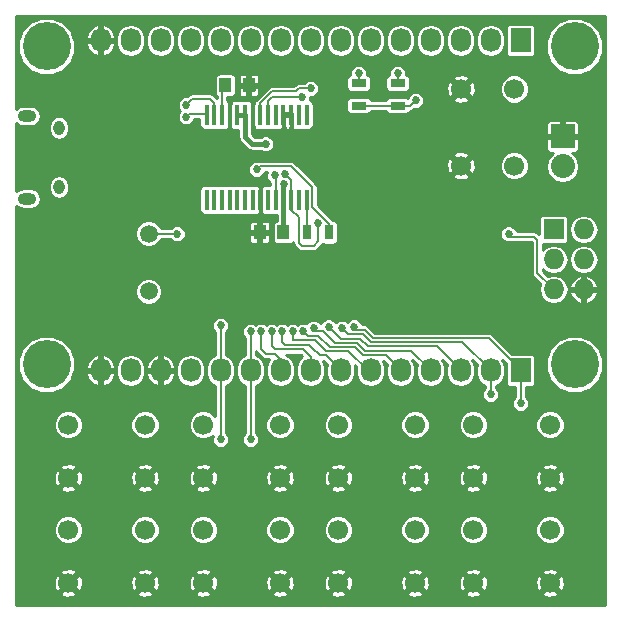
<source format=gbl>
G04 #@! TF.FileFunction,Copper,L2,Bot,Signal*
%FSLAX46Y46*%
G04 Gerber Fmt 4.6, Leading zero omitted, Abs format (unit mm)*
G04 Created by KiCad (PCBNEW 4.0.1-stable) date 5/8/2016 2:59:50 PM*
%MOMM*%
G01*
G04 APERTURE LIST*
%ADD10C,0.100000*%
%ADD11C,4.064000*%
%ADD12C,1.700000*%
%ADD13R,1.000000X1.250000*%
%ADD14R,1.727200X2.032000*%
%ADD15O,1.727200X2.032000*%
%ADD16R,0.700000X1.300000*%
%ADD17R,1.300000X0.700000*%
%ADD18R,0.450000X1.750000*%
%ADD19C,1.501140*%
%ADD20R,2.032000X2.032000*%
%ADD21O,2.032000X2.032000*%
%ADD22O,0.950000X1.250000*%
%ADD23O,1.550000X1.000000*%
%ADD24R,1.727200X1.727200*%
%ADD25O,1.727200X1.727200*%
%ADD26C,0.685800*%
%ADD27C,0.152400*%
%ADD28C,0.381000*%
%ADD29C,0.254000*%
G04 APERTURE END LIST*
D10*
D11*
X112268000Y-97028000D03*
D12*
X125528000Y-129068000D03*
X132028000Y-129068000D03*
X132028000Y-133568000D03*
X125528000Y-133568000D03*
D13*
X132318000Y-112776000D03*
X130318000Y-112776000D03*
D14*
X152400000Y-96520000D03*
D15*
X149860000Y-96520000D03*
X147320000Y-96520000D03*
X144780000Y-96520000D03*
X142240000Y-96520000D03*
X139700000Y-96520000D03*
X137160000Y-96520000D03*
X134620000Y-96520000D03*
X132080000Y-96520000D03*
X129540000Y-96520000D03*
X127000000Y-96520000D03*
X124460000Y-96520000D03*
X121920000Y-96520000D03*
X119380000Y-96520000D03*
X116840000Y-96520000D03*
D14*
X152400000Y-124460000D03*
D15*
X149860000Y-124460000D03*
X147320000Y-124460000D03*
X144780000Y-124460000D03*
X142240000Y-124460000D03*
X139700000Y-124460000D03*
X137160000Y-124460000D03*
X134620000Y-124460000D03*
X132080000Y-124460000D03*
X129540000Y-124460000D03*
X127000000Y-124460000D03*
X124460000Y-124460000D03*
X121920000Y-124460000D03*
X119380000Y-124460000D03*
X116840000Y-124460000D03*
D16*
X136205000Y-112776000D03*
X134305000Y-112776000D03*
D17*
X138684000Y-102042000D03*
X138684000Y-100142000D03*
X141986000Y-102042000D03*
X141986000Y-100142000D03*
D18*
X134273000Y-110026000D03*
X133623000Y-110026000D03*
X132973000Y-110026000D03*
X132323000Y-110026000D03*
X131673000Y-110026000D03*
X131023000Y-110026000D03*
X130373000Y-110026000D03*
X129723000Y-110026000D03*
X129073000Y-110026000D03*
X128423000Y-110026000D03*
X127773000Y-110026000D03*
X127123000Y-110026000D03*
X126473000Y-110026000D03*
X125823000Y-110026000D03*
X125823000Y-102826000D03*
X126473000Y-102826000D03*
X127123000Y-102826000D03*
X127773000Y-102826000D03*
X128423000Y-102826000D03*
X129073000Y-102826000D03*
X129723000Y-102826000D03*
X130373000Y-102826000D03*
X131023000Y-102826000D03*
X131673000Y-102826000D03*
X132323000Y-102826000D03*
X132973000Y-102826000D03*
X133623000Y-102826000D03*
X134273000Y-102826000D03*
D19*
X120904000Y-112875060D03*
X120904000Y-117756940D03*
D12*
X114098000Y-129068000D03*
X120598000Y-129068000D03*
X120598000Y-133568000D03*
X114098000Y-133568000D03*
X136958000Y-129068000D03*
X143458000Y-129068000D03*
X143458000Y-133568000D03*
X136958000Y-133568000D03*
X148388000Y-129068000D03*
X154888000Y-129068000D03*
X154888000Y-133568000D03*
X148388000Y-133568000D03*
X114098000Y-137958000D03*
X120598000Y-137958000D03*
X120598000Y-142458000D03*
X114098000Y-142458000D03*
X125528000Y-137958000D03*
X132028000Y-137958000D03*
X132028000Y-142458000D03*
X125528000Y-142458000D03*
X136958000Y-137958000D03*
X143458000Y-137958000D03*
X143458000Y-142458000D03*
X136958000Y-142458000D03*
X148388000Y-137958000D03*
X154888000Y-137958000D03*
X154888000Y-142458000D03*
X148388000Y-142458000D03*
X151856000Y-100636000D03*
X151856000Y-107136000D03*
X147356000Y-107136000D03*
X147356000Y-100636000D03*
D11*
X156972000Y-97028000D03*
X112268000Y-123952000D03*
X156972000Y-123952000D03*
D13*
X127397000Y-100330000D03*
X129397000Y-100330000D03*
D20*
X155956000Y-104648000D03*
D21*
X155956000Y-107188000D03*
D22*
X113322540Y-103925100D03*
X113322540Y-108925100D03*
D23*
X110622540Y-102925100D03*
X110622540Y-109925100D03*
D24*
X155194000Y-112522000D03*
D25*
X157734000Y-112522000D03*
X155194000Y-115062000D03*
X157734000Y-115062000D03*
X155194000Y-117602000D03*
X157734000Y-117602000D03*
D26*
X123317000Y-112903000D03*
X127000000Y-120650000D03*
X127000000Y-130302000D03*
X120904000Y-101854000D03*
X114808000Y-107696000D03*
X120904000Y-104902000D03*
X140716000Y-106426000D03*
X127254000Y-106680000D03*
X127254000Y-105156000D03*
X132842000Y-105918000D03*
X142494000Y-108458000D03*
X114554000Y-115316000D03*
X147828000Y-118110000D03*
X143510000Y-114554000D03*
X129540000Y-121158000D03*
X129540000Y-130302000D03*
X143510000Y-101600000D03*
X130810000Y-105283000D03*
X132334000Y-108712000D03*
X134620000Y-100584000D03*
X141986000Y-99314000D03*
X133858000Y-101346000D03*
X138684000Y-99314000D03*
X130429000Y-121158000D03*
X131318000Y-121158000D03*
X132207000Y-121158000D03*
X133096000Y-121158000D03*
X133985000Y-121158000D03*
X134874000Y-120904000D03*
X136144000Y-120777000D03*
X149860000Y-126492000D03*
X137287000Y-120904000D03*
X138303000Y-120777000D03*
X152400000Y-127254000D03*
X151384000Y-112903000D03*
X135255000Y-112014000D03*
X132461000Y-107823000D03*
X131572000Y-107950000D03*
X130048000Y-107442000D03*
X124079000Y-101981000D03*
X124079000Y-102997000D03*
D27*
X127000000Y-124460000D02*
X127000000Y-120650000D01*
X123289060Y-112875060D02*
X120904000Y-112875060D01*
X123317000Y-112903000D02*
X123289060Y-112875060D01*
X120396000Y-113383060D02*
X120904000Y-112875060D01*
X127000000Y-130302000D02*
X127000000Y-124460000D01*
D28*
X129723000Y-100656000D02*
X129397000Y-100330000D01*
D27*
X129540000Y-124460000D02*
X129540000Y-121158000D01*
X129540000Y-129794000D02*
X129540000Y-130302000D01*
X129540000Y-124460000D02*
X129540000Y-129794000D01*
D28*
X128423000Y-102826000D02*
X129073000Y-102826000D01*
X132323000Y-110026000D02*
X132323000Y-112263000D01*
X132323000Y-112263000D02*
X132318000Y-112268000D01*
D27*
X138684000Y-102042000D02*
X141986000Y-102042000D01*
X143068000Y-102042000D02*
X141986000Y-102042000D01*
X143510000Y-101600000D02*
X143068000Y-102042000D01*
D28*
X129073000Y-102826000D02*
X129073000Y-104689000D01*
X129073000Y-104689000D02*
X129667000Y-105283000D01*
X129667000Y-105283000D02*
X130810000Y-105283000D01*
X132323000Y-108723000D02*
X132323000Y-110026000D01*
X132334000Y-108712000D02*
X132323000Y-108723000D01*
D27*
X128397000Y-102800000D02*
X128423000Y-102826000D01*
X134620000Y-100584000D02*
X133604000Y-100584000D01*
X133604000Y-100584000D02*
X133350000Y-100838000D01*
X133350000Y-100838000D02*
X131318000Y-100838000D01*
X131318000Y-100838000D02*
X130373000Y-101783000D01*
X130373000Y-101783000D02*
X130373000Y-102826000D01*
X141986000Y-99314000D02*
X141986000Y-100142000D01*
X131023000Y-101641000D02*
X131023000Y-102826000D01*
X131318000Y-101346000D02*
X131023000Y-101641000D01*
X133858000Y-101346000D02*
X131318000Y-101346000D01*
X138684000Y-99314000D02*
X138684000Y-100142000D01*
X131572000Y-123063000D02*
X132080000Y-123571000D01*
X130810000Y-123063000D02*
X131572000Y-123063000D01*
X130429000Y-122682000D02*
X130810000Y-123063000D01*
X130429000Y-121158000D02*
X130429000Y-122682000D01*
X132080000Y-123571000D02*
X132080000Y-124460000D01*
X134620000Y-123317000D02*
X134620000Y-124460000D01*
X133985000Y-122682000D02*
X134620000Y-123317000D01*
X131572000Y-122682000D02*
X133985000Y-122682000D01*
X131318000Y-122428000D02*
X131572000Y-122682000D01*
X131318000Y-121158000D02*
X131318000Y-122428000D01*
X134620000Y-123571000D02*
X134620000Y-124460000D01*
X134366000Y-122301000D02*
X134493000Y-122301000D01*
X134493000Y-122301000D02*
X134747000Y-122555000D01*
X135890000Y-123190000D02*
X137160000Y-124460000D01*
X135382000Y-123190000D02*
X135890000Y-123190000D01*
X134747000Y-122555000D02*
X135382000Y-123190000D01*
X132461000Y-122301000D02*
X134366000Y-122301000D01*
X132207000Y-122047000D02*
X132461000Y-122301000D01*
X132207000Y-121158000D02*
X132207000Y-122047000D01*
X137795000Y-122809000D02*
X139446000Y-124460000D01*
X135890000Y-122809000D02*
X137795000Y-122809000D01*
X135001000Y-121920000D02*
X135890000Y-122809000D01*
X134239000Y-121920000D02*
X135001000Y-121920000D01*
X133096000Y-121920000D02*
X134239000Y-121920000D01*
X133096000Y-121666000D02*
X133096000Y-121920000D01*
X133096000Y-121158000D02*
X133096000Y-121666000D01*
X139446000Y-124460000D02*
X139700000Y-124460000D01*
X140970000Y-123190000D02*
X142240000Y-124460000D01*
X139065000Y-123190000D02*
X140970000Y-123190000D01*
X138379198Y-122504198D02*
X139065000Y-123190000D01*
X136220198Y-122504198D02*
X138379198Y-122504198D01*
X135255000Y-121539000D02*
X136220198Y-122504198D01*
X134366000Y-121539000D02*
X135255000Y-121539000D01*
X133985000Y-121158000D02*
X134366000Y-121539000D01*
X143129000Y-122809000D02*
X144780000Y-124460000D01*
X139192000Y-122809000D02*
X143129000Y-122809000D01*
X138557000Y-122174000D02*
X139192000Y-122809000D01*
X136652000Y-122174000D02*
X138557000Y-122174000D01*
X135636000Y-121158000D02*
X136652000Y-122174000D01*
X135128000Y-121158000D02*
X135636000Y-121158000D01*
X134874000Y-120904000D02*
X135128000Y-121158000D01*
X145288000Y-122428000D02*
X147320000Y-124460000D01*
X139446000Y-122428000D02*
X145288000Y-122428000D01*
X138811000Y-121793000D02*
X139446000Y-122428000D01*
X137160000Y-121793000D02*
X138811000Y-121793000D01*
X136144000Y-120777000D02*
X137160000Y-121793000D01*
X149860000Y-126492000D02*
X149860000Y-124460000D01*
X147447000Y-122047000D02*
X149860000Y-124460000D01*
X139700000Y-122047000D02*
X147447000Y-122047000D01*
X139065000Y-121412000D02*
X139700000Y-122047000D01*
X137795000Y-121412000D02*
X139065000Y-121412000D01*
X137287000Y-120904000D02*
X137795000Y-121412000D01*
X149682198Y-121742198D02*
X152400000Y-124460000D01*
X139903198Y-121742198D02*
X149682198Y-121742198D01*
X139192000Y-121031000D02*
X139903198Y-121742198D01*
X138557000Y-121031000D02*
X139192000Y-121031000D01*
X138303000Y-120777000D02*
X138557000Y-121031000D01*
X152400000Y-127254000D02*
X152400000Y-124460000D01*
X153797000Y-116205000D02*
X155194000Y-117602000D01*
X153797000Y-113411000D02*
X153797000Y-116205000D01*
X153543000Y-113157000D02*
X153797000Y-113411000D01*
X151638000Y-113157000D02*
X153543000Y-113157000D01*
X151384000Y-112903000D02*
X151638000Y-113157000D01*
X132973000Y-110026000D02*
X132973000Y-110875000D01*
X132973000Y-110875000D02*
X133604000Y-111506000D01*
X133604000Y-111506000D02*
X133604000Y-113665000D01*
X133604000Y-113665000D02*
X133858000Y-113919000D01*
X133858000Y-113919000D02*
X134874000Y-113919000D01*
X134874000Y-113919000D02*
X135255000Y-113538000D01*
X135255000Y-113538000D02*
X135255000Y-112014000D01*
X132973000Y-108335000D02*
X132973000Y-110026000D01*
X132461000Y-107823000D02*
X132973000Y-108335000D01*
X131673000Y-108051000D02*
X131673000Y-110026000D01*
X131572000Y-107950000D02*
X131673000Y-108051000D01*
X136205000Y-112776000D02*
X136205000Y-112075000D01*
X130302000Y-107188000D02*
X130048000Y-107442000D01*
X132969000Y-107188000D02*
X130302000Y-107188000D01*
X134747000Y-108966000D02*
X132969000Y-107188000D01*
X134747000Y-110617000D02*
X134747000Y-108966000D01*
X136205000Y-112075000D02*
X134747000Y-110617000D01*
X134273000Y-110026000D02*
X134273000Y-112744000D01*
X134273000Y-112744000D02*
X134305000Y-112776000D01*
X127123000Y-102826000D02*
X127123000Y-99879000D01*
X127123000Y-99879000D02*
X127066000Y-99822000D01*
X126473000Y-102826000D02*
X126473000Y-101835000D01*
X126111000Y-101473000D02*
X126473000Y-101835000D01*
X124587000Y-101473000D02*
X126111000Y-101473000D01*
X124587000Y-101473000D02*
X124079000Y-101981000D01*
X124333000Y-102743000D02*
X125603000Y-102743000D01*
X124079000Y-102997000D02*
X124333000Y-102743000D01*
X125603000Y-102743000D02*
X125823000Y-102826000D01*
D29*
G36*
X159539000Y-144299000D02*
X109701000Y-144299000D01*
X109701000Y-143363021D01*
X113372584Y-143363021D01*
X113466792Y-143542848D01*
X113929993Y-143701822D01*
X114418772Y-143671435D01*
X114729208Y-143542848D01*
X114823416Y-143363021D01*
X119872584Y-143363021D01*
X119966792Y-143542848D01*
X120429993Y-143701822D01*
X120918772Y-143671435D01*
X121229208Y-143542848D01*
X121323416Y-143363021D01*
X124802584Y-143363021D01*
X124896792Y-143542848D01*
X125359993Y-143701822D01*
X125848772Y-143671435D01*
X126159208Y-143542848D01*
X126253416Y-143363021D01*
X131302584Y-143363021D01*
X131396792Y-143542848D01*
X131859993Y-143701822D01*
X132348772Y-143671435D01*
X132659208Y-143542848D01*
X132753416Y-143363021D01*
X136232584Y-143363021D01*
X136326792Y-143542848D01*
X136789993Y-143701822D01*
X137278772Y-143671435D01*
X137589208Y-143542848D01*
X137683416Y-143363021D01*
X142732584Y-143363021D01*
X142826792Y-143542848D01*
X143289993Y-143701822D01*
X143778772Y-143671435D01*
X144089208Y-143542848D01*
X144183416Y-143363021D01*
X147662584Y-143363021D01*
X147756792Y-143542848D01*
X148219993Y-143701822D01*
X148708772Y-143671435D01*
X149019208Y-143542848D01*
X149113416Y-143363021D01*
X154162584Y-143363021D01*
X154256792Y-143542848D01*
X154719993Y-143701822D01*
X155208772Y-143671435D01*
X155519208Y-143542848D01*
X155613416Y-143363021D01*
X154888000Y-142637605D01*
X154162584Y-143363021D01*
X149113416Y-143363021D01*
X148388000Y-142637605D01*
X147662584Y-143363021D01*
X144183416Y-143363021D01*
X143458000Y-142637605D01*
X142732584Y-143363021D01*
X137683416Y-143363021D01*
X136958000Y-142637605D01*
X136232584Y-143363021D01*
X132753416Y-143363021D01*
X132028000Y-142637605D01*
X131302584Y-143363021D01*
X126253416Y-143363021D01*
X125528000Y-142637605D01*
X124802584Y-143363021D01*
X121323416Y-143363021D01*
X120598000Y-142637605D01*
X119872584Y-143363021D01*
X114823416Y-143363021D01*
X114098000Y-142637605D01*
X113372584Y-143363021D01*
X109701000Y-143363021D01*
X109701000Y-142289993D01*
X112854178Y-142289993D01*
X112884565Y-142778772D01*
X113013152Y-143089208D01*
X113192979Y-143183416D01*
X113918395Y-142458000D01*
X114277605Y-142458000D01*
X115003021Y-143183416D01*
X115182848Y-143089208D01*
X115341822Y-142626007D01*
X115320933Y-142289993D01*
X119354178Y-142289993D01*
X119384565Y-142778772D01*
X119513152Y-143089208D01*
X119692979Y-143183416D01*
X120418395Y-142458000D01*
X120777605Y-142458000D01*
X121503021Y-143183416D01*
X121682848Y-143089208D01*
X121841822Y-142626007D01*
X121820933Y-142289993D01*
X124284178Y-142289993D01*
X124314565Y-142778772D01*
X124443152Y-143089208D01*
X124622979Y-143183416D01*
X125348395Y-142458000D01*
X125707605Y-142458000D01*
X126433021Y-143183416D01*
X126612848Y-143089208D01*
X126771822Y-142626007D01*
X126750933Y-142289993D01*
X130784178Y-142289993D01*
X130814565Y-142778772D01*
X130943152Y-143089208D01*
X131122979Y-143183416D01*
X131848395Y-142458000D01*
X132207605Y-142458000D01*
X132933021Y-143183416D01*
X133112848Y-143089208D01*
X133271822Y-142626007D01*
X133250933Y-142289993D01*
X135714178Y-142289993D01*
X135744565Y-142778772D01*
X135873152Y-143089208D01*
X136052979Y-143183416D01*
X136778395Y-142458000D01*
X137137605Y-142458000D01*
X137863021Y-143183416D01*
X138042848Y-143089208D01*
X138201822Y-142626007D01*
X138180933Y-142289993D01*
X142214178Y-142289993D01*
X142244565Y-142778772D01*
X142373152Y-143089208D01*
X142552979Y-143183416D01*
X143278395Y-142458000D01*
X143637605Y-142458000D01*
X144363021Y-143183416D01*
X144542848Y-143089208D01*
X144701822Y-142626007D01*
X144680933Y-142289993D01*
X147144178Y-142289993D01*
X147174565Y-142778772D01*
X147303152Y-143089208D01*
X147482979Y-143183416D01*
X148208395Y-142458000D01*
X148567605Y-142458000D01*
X149293021Y-143183416D01*
X149472848Y-143089208D01*
X149631822Y-142626007D01*
X149610933Y-142289993D01*
X153644178Y-142289993D01*
X153674565Y-142778772D01*
X153803152Y-143089208D01*
X153982979Y-143183416D01*
X154708395Y-142458000D01*
X155067605Y-142458000D01*
X155793021Y-143183416D01*
X155972848Y-143089208D01*
X156131822Y-142626007D01*
X156101435Y-142137228D01*
X155972848Y-141826792D01*
X155793021Y-141732584D01*
X155067605Y-142458000D01*
X154708395Y-142458000D01*
X153982979Y-141732584D01*
X153803152Y-141826792D01*
X153644178Y-142289993D01*
X149610933Y-142289993D01*
X149601435Y-142137228D01*
X149472848Y-141826792D01*
X149293021Y-141732584D01*
X148567605Y-142458000D01*
X148208395Y-142458000D01*
X147482979Y-141732584D01*
X147303152Y-141826792D01*
X147144178Y-142289993D01*
X144680933Y-142289993D01*
X144671435Y-142137228D01*
X144542848Y-141826792D01*
X144363021Y-141732584D01*
X143637605Y-142458000D01*
X143278395Y-142458000D01*
X142552979Y-141732584D01*
X142373152Y-141826792D01*
X142214178Y-142289993D01*
X138180933Y-142289993D01*
X138171435Y-142137228D01*
X138042848Y-141826792D01*
X137863021Y-141732584D01*
X137137605Y-142458000D01*
X136778395Y-142458000D01*
X136052979Y-141732584D01*
X135873152Y-141826792D01*
X135714178Y-142289993D01*
X133250933Y-142289993D01*
X133241435Y-142137228D01*
X133112848Y-141826792D01*
X132933021Y-141732584D01*
X132207605Y-142458000D01*
X131848395Y-142458000D01*
X131122979Y-141732584D01*
X130943152Y-141826792D01*
X130784178Y-142289993D01*
X126750933Y-142289993D01*
X126741435Y-142137228D01*
X126612848Y-141826792D01*
X126433021Y-141732584D01*
X125707605Y-142458000D01*
X125348395Y-142458000D01*
X124622979Y-141732584D01*
X124443152Y-141826792D01*
X124284178Y-142289993D01*
X121820933Y-142289993D01*
X121811435Y-142137228D01*
X121682848Y-141826792D01*
X121503021Y-141732584D01*
X120777605Y-142458000D01*
X120418395Y-142458000D01*
X119692979Y-141732584D01*
X119513152Y-141826792D01*
X119354178Y-142289993D01*
X115320933Y-142289993D01*
X115311435Y-142137228D01*
X115182848Y-141826792D01*
X115003021Y-141732584D01*
X114277605Y-142458000D01*
X113918395Y-142458000D01*
X113192979Y-141732584D01*
X113013152Y-141826792D01*
X112854178Y-142289993D01*
X109701000Y-142289993D01*
X109701000Y-141552979D01*
X113372584Y-141552979D01*
X114098000Y-142278395D01*
X114823416Y-141552979D01*
X119872584Y-141552979D01*
X120598000Y-142278395D01*
X121323416Y-141552979D01*
X124802584Y-141552979D01*
X125528000Y-142278395D01*
X126253416Y-141552979D01*
X131302584Y-141552979D01*
X132028000Y-142278395D01*
X132753416Y-141552979D01*
X136232584Y-141552979D01*
X136958000Y-142278395D01*
X137683416Y-141552979D01*
X142732584Y-141552979D01*
X143458000Y-142278395D01*
X144183416Y-141552979D01*
X147662584Y-141552979D01*
X148388000Y-142278395D01*
X149113416Y-141552979D01*
X154162584Y-141552979D01*
X154888000Y-142278395D01*
X155613416Y-141552979D01*
X155519208Y-141373152D01*
X155056007Y-141214178D01*
X154567228Y-141244565D01*
X154256792Y-141373152D01*
X154162584Y-141552979D01*
X149113416Y-141552979D01*
X149019208Y-141373152D01*
X148556007Y-141214178D01*
X148067228Y-141244565D01*
X147756792Y-141373152D01*
X147662584Y-141552979D01*
X144183416Y-141552979D01*
X144089208Y-141373152D01*
X143626007Y-141214178D01*
X143137228Y-141244565D01*
X142826792Y-141373152D01*
X142732584Y-141552979D01*
X137683416Y-141552979D01*
X137589208Y-141373152D01*
X137126007Y-141214178D01*
X136637228Y-141244565D01*
X136326792Y-141373152D01*
X136232584Y-141552979D01*
X132753416Y-141552979D01*
X132659208Y-141373152D01*
X132196007Y-141214178D01*
X131707228Y-141244565D01*
X131396792Y-141373152D01*
X131302584Y-141552979D01*
X126253416Y-141552979D01*
X126159208Y-141373152D01*
X125696007Y-141214178D01*
X125207228Y-141244565D01*
X124896792Y-141373152D01*
X124802584Y-141552979D01*
X121323416Y-141552979D01*
X121229208Y-141373152D01*
X120766007Y-141214178D01*
X120277228Y-141244565D01*
X119966792Y-141373152D01*
X119872584Y-141552979D01*
X114823416Y-141552979D01*
X114729208Y-141373152D01*
X114266007Y-141214178D01*
X113777228Y-141244565D01*
X113466792Y-141373152D01*
X113372584Y-141552979D01*
X109701000Y-141552979D01*
X109701000Y-138201787D01*
X112866787Y-138201787D01*
X113053800Y-138654395D01*
X113399784Y-139000983D01*
X113852065Y-139188786D01*
X114341787Y-139189213D01*
X114794395Y-139002200D01*
X115140983Y-138656216D01*
X115328786Y-138203935D01*
X115328787Y-138201787D01*
X119366787Y-138201787D01*
X119553800Y-138654395D01*
X119899784Y-139000983D01*
X120352065Y-139188786D01*
X120841787Y-139189213D01*
X121294395Y-139002200D01*
X121640983Y-138656216D01*
X121828786Y-138203935D01*
X121828787Y-138201787D01*
X124296787Y-138201787D01*
X124483800Y-138654395D01*
X124829784Y-139000983D01*
X125282065Y-139188786D01*
X125771787Y-139189213D01*
X126224395Y-139002200D01*
X126570983Y-138656216D01*
X126758786Y-138203935D01*
X126758787Y-138201787D01*
X130796787Y-138201787D01*
X130983800Y-138654395D01*
X131329784Y-139000983D01*
X131782065Y-139188786D01*
X132271787Y-139189213D01*
X132724395Y-139002200D01*
X133070983Y-138656216D01*
X133258786Y-138203935D01*
X133258787Y-138201787D01*
X135726787Y-138201787D01*
X135913800Y-138654395D01*
X136259784Y-139000983D01*
X136712065Y-139188786D01*
X137201787Y-139189213D01*
X137654395Y-139002200D01*
X138000983Y-138656216D01*
X138188786Y-138203935D01*
X138188787Y-138201787D01*
X142226787Y-138201787D01*
X142413800Y-138654395D01*
X142759784Y-139000983D01*
X143212065Y-139188786D01*
X143701787Y-139189213D01*
X144154395Y-139002200D01*
X144500983Y-138656216D01*
X144688786Y-138203935D01*
X144688787Y-138201787D01*
X147156787Y-138201787D01*
X147343800Y-138654395D01*
X147689784Y-139000983D01*
X148142065Y-139188786D01*
X148631787Y-139189213D01*
X149084395Y-139002200D01*
X149430983Y-138656216D01*
X149618786Y-138203935D01*
X149618787Y-138201787D01*
X153656787Y-138201787D01*
X153843800Y-138654395D01*
X154189784Y-139000983D01*
X154642065Y-139188786D01*
X155131787Y-139189213D01*
X155584395Y-139002200D01*
X155930983Y-138656216D01*
X156118786Y-138203935D01*
X156119213Y-137714213D01*
X155932200Y-137261605D01*
X155586216Y-136915017D01*
X155133935Y-136727214D01*
X154644213Y-136726787D01*
X154191605Y-136913800D01*
X153845017Y-137259784D01*
X153657214Y-137712065D01*
X153656787Y-138201787D01*
X149618787Y-138201787D01*
X149619213Y-137714213D01*
X149432200Y-137261605D01*
X149086216Y-136915017D01*
X148633935Y-136727214D01*
X148144213Y-136726787D01*
X147691605Y-136913800D01*
X147345017Y-137259784D01*
X147157214Y-137712065D01*
X147156787Y-138201787D01*
X144688787Y-138201787D01*
X144689213Y-137714213D01*
X144502200Y-137261605D01*
X144156216Y-136915017D01*
X143703935Y-136727214D01*
X143214213Y-136726787D01*
X142761605Y-136913800D01*
X142415017Y-137259784D01*
X142227214Y-137712065D01*
X142226787Y-138201787D01*
X138188787Y-138201787D01*
X138189213Y-137714213D01*
X138002200Y-137261605D01*
X137656216Y-136915017D01*
X137203935Y-136727214D01*
X136714213Y-136726787D01*
X136261605Y-136913800D01*
X135915017Y-137259784D01*
X135727214Y-137712065D01*
X135726787Y-138201787D01*
X133258787Y-138201787D01*
X133259213Y-137714213D01*
X133072200Y-137261605D01*
X132726216Y-136915017D01*
X132273935Y-136727214D01*
X131784213Y-136726787D01*
X131331605Y-136913800D01*
X130985017Y-137259784D01*
X130797214Y-137712065D01*
X130796787Y-138201787D01*
X126758787Y-138201787D01*
X126759213Y-137714213D01*
X126572200Y-137261605D01*
X126226216Y-136915017D01*
X125773935Y-136727214D01*
X125284213Y-136726787D01*
X124831605Y-136913800D01*
X124485017Y-137259784D01*
X124297214Y-137712065D01*
X124296787Y-138201787D01*
X121828787Y-138201787D01*
X121829213Y-137714213D01*
X121642200Y-137261605D01*
X121296216Y-136915017D01*
X120843935Y-136727214D01*
X120354213Y-136726787D01*
X119901605Y-136913800D01*
X119555017Y-137259784D01*
X119367214Y-137712065D01*
X119366787Y-138201787D01*
X115328787Y-138201787D01*
X115329213Y-137714213D01*
X115142200Y-137261605D01*
X114796216Y-136915017D01*
X114343935Y-136727214D01*
X113854213Y-136726787D01*
X113401605Y-136913800D01*
X113055017Y-137259784D01*
X112867214Y-137712065D01*
X112866787Y-138201787D01*
X109701000Y-138201787D01*
X109701000Y-134473021D01*
X113372584Y-134473021D01*
X113466792Y-134652848D01*
X113929993Y-134811822D01*
X114418772Y-134781435D01*
X114729208Y-134652848D01*
X114823416Y-134473021D01*
X119872584Y-134473021D01*
X119966792Y-134652848D01*
X120429993Y-134811822D01*
X120918772Y-134781435D01*
X121229208Y-134652848D01*
X121323416Y-134473021D01*
X124802584Y-134473021D01*
X124896792Y-134652848D01*
X125359993Y-134811822D01*
X125848772Y-134781435D01*
X126159208Y-134652848D01*
X126253416Y-134473021D01*
X131302584Y-134473021D01*
X131396792Y-134652848D01*
X131859993Y-134811822D01*
X132348772Y-134781435D01*
X132659208Y-134652848D01*
X132753416Y-134473021D01*
X136232584Y-134473021D01*
X136326792Y-134652848D01*
X136789993Y-134811822D01*
X137278772Y-134781435D01*
X137589208Y-134652848D01*
X137683416Y-134473021D01*
X142732584Y-134473021D01*
X142826792Y-134652848D01*
X143289993Y-134811822D01*
X143778772Y-134781435D01*
X144089208Y-134652848D01*
X144183416Y-134473021D01*
X147662584Y-134473021D01*
X147756792Y-134652848D01*
X148219993Y-134811822D01*
X148708772Y-134781435D01*
X149019208Y-134652848D01*
X149113416Y-134473021D01*
X154162584Y-134473021D01*
X154256792Y-134652848D01*
X154719993Y-134811822D01*
X155208772Y-134781435D01*
X155519208Y-134652848D01*
X155613416Y-134473021D01*
X154888000Y-133747605D01*
X154162584Y-134473021D01*
X149113416Y-134473021D01*
X148388000Y-133747605D01*
X147662584Y-134473021D01*
X144183416Y-134473021D01*
X143458000Y-133747605D01*
X142732584Y-134473021D01*
X137683416Y-134473021D01*
X136958000Y-133747605D01*
X136232584Y-134473021D01*
X132753416Y-134473021D01*
X132028000Y-133747605D01*
X131302584Y-134473021D01*
X126253416Y-134473021D01*
X125528000Y-133747605D01*
X124802584Y-134473021D01*
X121323416Y-134473021D01*
X120598000Y-133747605D01*
X119872584Y-134473021D01*
X114823416Y-134473021D01*
X114098000Y-133747605D01*
X113372584Y-134473021D01*
X109701000Y-134473021D01*
X109701000Y-133399993D01*
X112854178Y-133399993D01*
X112884565Y-133888772D01*
X113013152Y-134199208D01*
X113192979Y-134293416D01*
X113918395Y-133568000D01*
X114277605Y-133568000D01*
X115003021Y-134293416D01*
X115182848Y-134199208D01*
X115341822Y-133736007D01*
X115320933Y-133399993D01*
X119354178Y-133399993D01*
X119384565Y-133888772D01*
X119513152Y-134199208D01*
X119692979Y-134293416D01*
X120418395Y-133568000D01*
X120777605Y-133568000D01*
X121503021Y-134293416D01*
X121682848Y-134199208D01*
X121841822Y-133736007D01*
X121820933Y-133399993D01*
X124284178Y-133399993D01*
X124314565Y-133888772D01*
X124443152Y-134199208D01*
X124622979Y-134293416D01*
X125348395Y-133568000D01*
X125707605Y-133568000D01*
X126433021Y-134293416D01*
X126612848Y-134199208D01*
X126771822Y-133736007D01*
X126750933Y-133399993D01*
X130784178Y-133399993D01*
X130814565Y-133888772D01*
X130943152Y-134199208D01*
X131122979Y-134293416D01*
X131848395Y-133568000D01*
X132207605Y-133568000D01*
X132933021Y-134293416D01*
X133112848Y-134199208D01*
X133271822Y-133736007D01*
X133250933Y-133399993D01*
X135714178Y-133399993D01*
X135744565Y-133888772D01*
X135873152Y-134199208D01*
X136052979Y-134293416D01*
X136778395Y-133568000D01*
X137137605Y-133568000D01*
X137863021Y-134293416D01*
X138042848Y-134199208D01*
X138201822Y-133736007D01*
X138180933Y-133399993D01*
X142214178Y-133399993D01*
X142244565Y-133888772D01*
X142373152Y-134199208D01*
X142552979Y-134293416D01*
X143278395Y-133568000D01*
X143637605Y-133568000D01*
X144363021Y-134293416D01*
X144542848Y-134199208D01*
X144701822Y-133736007D01*
X144680933Y-133399993D01*
X147144178Y-133399993D01*
X147174565Y-133888772D01*
X147303152Y-134199208D01*
X147482979Y-134293416D01*
X148208395Y-133568000D01*
X148567605Y-133568000D01*
X149293021Y-134293416D01*
X149472848Y-134199208D01*
X149631822Y-133736007D01*
X149610933Y-133399993D01*
X153644178Y-133399993D01*
X153674565Y-133888772D01*
X153803152Y-134199208D01*
X153982979Y-134293416D01*
X154708395Y-133568000D01*
X155067605Y-133568000D01*
X155793021Y-134293416D01*
X155972848Y-134199208D01*
X156131822Y-133736007D01*
X156101435Y-133247228D01*
X155972848Y-132936792D01*
X155793021Y-132842584D01*
X155067605Y-133568000D01*
X154708395Y-133568000D01*
X153982979Y-132842584D01*
X153803152Y-132936792D01*
X153644178Y-133399993D01*
X149610933Y-133399993D01*
X149601435Y-133247228D01*
X149472848Y-132936792D01*
X149293021Y-132842584D01*
X148567605Y-133568000D01*
X148208395Y-133568000D01*
X147482979Y-132842584D01*
X147303152Y-132936792D01*
X147144178Y-133399993D01*
X144680933Y-133399993D01*
X144671435Y-133247228D01*
X144542848Y-132936792D01*
X144363021Y-132842584D01*
X143637605Y-133568000D01*
X143278395Y-133568000D01*
X142552979Y-132842584D01*
X142373152Y-132936792D01*
X142214178Y-133399993D01*
X138180933Y-133399993D01*
X138171435Y-133247228D01*
X138042848Y-132936792D01*
X137863021Y-132842584D01*
X137137605Y-133568000D01*
X136778395Y-133568000D01*
X136052979Y-132842584D01*
X135873152Y-132936792D01*
X135714178Y-133399993D01*
X133250933Y-133399993D01*
X133241435Y-133247228D01*
X133112848Y-132936792D01*
X132933021Y-132842584D01*
X132207605Y-133568000D01*
X131848395Y-133568000D01*
X131122979Y-132842584D01*
X130943152Y-132936792D01*
X130784178Y-133399993D01*
X126750933Y-133399993D01*
X126741435Y-133247228D01*
X126612848Y-132936792D01*
X126433021Y-132842584D01*
X125707605Y-133568000D01*
X125348395Y-133568000D01*
X124622979Y-132842584D01*
X124443152Y-132936792D01*
X124284178Y-133399993D01*
X121820933Y-133399993D01*
X121811435Y-133247228D01*
X121682848Y-132936792D01*
X121503021Y-132842584D01*
X120777605Y-133568000D01*
X120418395Y-133568000D01*
X119692979Y-132842584D01*
X119513152Y-132936792D01*
X119354178Y-133399993D01*
X115320933Y-133399993D01*
X115311435Y-133247228D01*
X115182848Y-132936792D01*
X115003021Y-132842584D01*
X114277605Y-133568000D01*
X113918395Y-133568000D01*
X113192979Y-132842584D01*
X113013152Y-132936792D01*
X112854178Y-133399993D01*
X109701000Y-133399993D01*
X109701000Y-132662979D01*
X113372584Y-132662979D01*
X114098000Y-133388395D01*
X114823416Y-132662979D01*
X119872584Y-132662979D01*
X120598000Y-133388395D01*
X121323416Y-132662979D01*
X124802584Y-132662979D01*
X125528000Y-133388395D01*
X126253416Y-132662979D01*
X131302584Y-132662979D01*
X132028000Y-133388395D01*
X132753416Y-132662979D01*
X136232584Y-132662979D01*
X136958000Y-133388395D01*
X137683416Y-132662979D01*
X142732584Y-132662979D01*
X143458000Y-133388395D01*
X144183416Y-132662979D01*
X147662584Y-132662979D01*
X148388000Y-133388395D01*
X149113416Y-132662979D01*
X154162584Y-132662979D01*
X154888000Y-133388395D01*
X155613416Y-132662979D01*
X155519208Y-132483152D01*
X155056007Y-132324178D01*
X154567228Y-132354565D01*
X154256792Y-132483152D01*
X154162584Y-132662979D01*
X149113416Y-132662979D01*
X149019208Y-132483152D01*
X148556007Y-132324178D01*
X148067228Y-132354565D01*
X147756792Y-132483152D01*
X147662584Y-132662979D01*
X144183416Y-132662979D01*
X144089208Y-132483152D01*
X143626007Y-132324178D01*
X143137228Y-132354565D01*
X142826792Y-132483152D01*
X142732584Y-132662979D01*
X137683416Y-132662979D01*
X137589208Y-132483152D01*
X137126007Y-132324178D01*
X136637228Y-132354565D01*
X136326792Y-132483152D01*
X136232584Y-132662979D01*
X132753416Y-132662979D01*
X132659208Y-132483152D01*
X132196007Y-132324178D01*
X131707228Y-132354565D01*
X131396792Y-132483152D01*
X131302584Y-132662979D01*
X126253416Y-132662979D01*
X126159208Y-132483152D01*
X125696007Y-132324178D01*
X125207228Y-132354565D01*
X124896792Y-132483152D01*
X124802584Y-132662979D01*
X121323416Y-132662979D01*
X121229208Y-132483152D01*
X120766007Y-132324178D01*
X120277228Y-132354565D01*
X119966792Y-132483152D01*
X119872584Y-132662979D01*
X114823416Y-132662979D01*
X114729208Y-132483152D01*
X114266007Y-132324178D01*
X113777228Y-132354565D01*
X113466792Y-132483152D01*
X113372584Y-132662979D01*
X109701000Y-132662979D01*
X109701000Y-129311787D01*
X112866787Y-129311787D01*
X113053800Y-129764395D01*
X113399784Y-130110983D01*
X113852065Y-130298786D01*
X114341787Y-130299213D01*
X114794395Y-130112200D01*
X115140983Y-129766216D01*
X115328786Y-129313935D01*
X115328787Y-129311787D01*
X119366787Y-129311787D01*
X119553800Y-129764395D01*
X119899784Y-130110983D01*
X120352065Y-130298786D01*
X120841787Y-130299213D01*
X121294395Y-130112200D01*
X121640983Y-129766216D01*
X121828786Y-129313935D01*
X121828787Y-129311787D01*
X124296787Y-129311787D01*
X124483800Y-129764395D01*
X124829784Y-130110983D01*
X125282065Y-130298786D01*
X125771787Y-130299213D01*
X126224395Y-130112200D01*
X126344960Y-129991845D01*
X126276226Y-130157376D01*
X126275975Y-130445361D01*
X126385950Y-130711521D01*
X126589408Y-130915335D01*
X126855376Y-131025774D01*
X127143361Y-131026025D01*
X127409521Y-130916050D01*
X127613335Y-130712592D01*
X127723774Y-130446624D01*
X127724025Y-130158639D01*
X127614050Y-129892479D01*
X127457200Y-129735355D01*
X127457200Y-125793426D01*
X127476288Y-125789629D01*
X127880065Y-125519834D01*
X128149860Y-125116057D01*
X128244600Y-124639769D01*
X128244600Y-124280231D01*
X128295400Y-124280231D01*
X128295400Y-124639769D01*
X128390140Y-125116057D01*
X128659935Y-125519834D01*
X129063712Y-125789629D01*
X129082800Y-125793426D01*
X129082800Y-129735546D01*
X128926665Y-129891408D01*
X128816226Y-130157376D01*
X128815975Y-130445361D01*
X128925950Y-130711521D01*
X129129408Y-130915335D01*
X129395376Y-131025774D01*
X129683361Y-131026025D01*
X129949521Y-130916050D01*
X130153335Y-130712592D01*
X130263774Y-130446624D01*
X130264025Y-130158639D01*
X130154050Y-129892479D01*
X129997200Y-129735355D01*
X129997200Y-129311787D01*
X130796787Y-129311787D01*
X130983800Y-129764395D01*
X131329784Y-130110983D01*
X131782065Y-130298786D01*
X132271787Y-130299213D01*
X132724395Y-130112200D01*
X133070983Y-129766216D01*
X133258786Y-129313935D01*
X133258787Y-129311787D01*
X135726787Y-129311787D01*
X135913800Y-129764395D01*
X136259784Y-130110983D01*
X136712065Y-130298786D01*
X137201787Y-130299213D01*
X137654395Y-130112200D01*
X138000983Y-129766216D01*
X138188786Y-129313935D01*
X138188787Y-129311787D01*
X142226787Y-129311787D01*
X142413800Y-129764395D01*
X142759784Y-130110983D01*
X143212065Y-130298786D01*
X143701787Y-130299213D01*
X144154395Y-130112200D01*
X144500983Y-129766216D01*
X144688786Y-129313935D01*
X144688787Y-129311787D01*
X147156787Y-129311787D01*
X147343800Y-129764395D01*
X147689784Y-130110983D01*
X148142065Y-130298786D01*
X148631787Y-130299213D01*
X149084395Y-130112200D01*
X149430983Y-129766216D01*
X149618786Y-129313935D01*
X149618787Y-129311787D01*
X153656787Y-129311787D01*
X153843800Y-129764395D01*
X154189784Y-130110983D01*
X154642065Y-130298786D01*
X155131787Y-130299213D01*
X155584395Y-130112200D01*
X155930983Y-129766216D01*
X156118786Y-129313935D01*
X156119213Y-128824213D01*
X155932200Y-128371605D01*
X155586216Y-128025017D01*
X155133935Y-127837214D01*
X154644213Y-127836787D01*
X154191605Y-128023800D01*
X153845017Y-128369784D01*
X153657214Y-128822065D01*
X153656787Y-129311787D01*
X149618787Y-129311787D01*
X149619213Y-128824213D01*
X149432200Y-128371605D01*
X149086216Y-128025017D01*
X148633935Y-127837214D01*
X148144213Y-127836787D01*
X147691605Y-128023800D01*
X147345017Y-128369784D01*
X147157214Y-128822065D01*
X147156787Y-129311787D01*
X144688787Y-129311787D01*
X144689213Y-128824213D01*
X144502200Y-128371605D01*
X144156216Y-128025017D01*
X143703935Y-127837214D01*
X143214213Y-127836787D01*
X142761605Y-128023800D01*
X142415017Y-128369784D01*
X142227214Y-128822065D01*
X142226787Y-129311787D01*
X138188787Y-129311787D01*
X138189213Y-128824213D01*
X138002200Y-128371605D01*
X137656216Y-128025017D01*
X137203935Y-127837214D01*
X136714213Y-127836787D01*
X136261605Y-128023800D01*
X135915017Y-128369784D01*
X135727214Y-128822065D01*
X135726787Y-129311787D01*
X133258787Y-129311787D01*
X133259213Y-128824213D01*
X133072200Y-128371605D01*
X132726216Y-128025017D01*
X132273935Y-127837214D01*
X131784213Y-127836787D01*
X131331605Y-128023800D01*
X130985017Y-128369784D01*
X130797214Y-128822065D01*
X130796787Y-129311787D01*
X129997200Y-129311787D01*
X129997200Y-125793426D01*
X130016288Y-125789629D01*
X130420065Y-125519834D01*
X130689860Y-125116057D01*
X130784600Y-124639769D01*
X130784600Y-124280231D01*
X130689860Y-123803943D01*
X130420065Y-123400166D01*
X130016288Y-123130371D01*
X129997200Y-123126574D01*
X129997200Y-122809696D01*
X130006602Y-122856963D01*
X130105711Y-123005289D01*
X130486711Y-123386289D01*
X130635037Y-123485398D01*
X130810000Y-123520200D01*
X131119731Y-123520200D01*
X130930140Y-123803943D01*
X130835400Y-124280231D01*
X130835400Y-124639769D01*
X130930140Y-125116057D01*
X131199935Y-125519834D01*
X131603712Y-125789629D01*
X132080000Y-125884369D01*
X132556288Y-125789629D01*
X132960065Y-125519834D01*
X133229860Y-125116057D01*
X133324600Y-124639769D01*
X133324600Y-124280231D01*
X133229860Y-123803943D01*
X132960065Y-123400166D01*
X132569502Y-123139200D01*
X133795622Y-123139200D01*
X133929755Y-123273333D01*
X133739935Y-123400166D01*
X133470140Y-123803943D01*
X133375400Y-124280231D01*
X133375400Y-124639769D01*
X133470140Y-125116057D01*
X133739935Y-125519834D01*
X134143712Y-125789629D01*
X134620000Y-125884369D01*
X135096288Y-125789629D01*
X135500065Y-125519834D01*
X135769860Y-125116057D01*
X135864600Y-124639769D01*
X135864600Y-124280231D01*
X135769860Y-123803943D01*
X135665128Y-123647200D01*
X135700622Y-123647200D01*
X135984793Y-123931371D01*
X135915400Y-124280231D01*
X135915400Y-124639769D01*
X136010140Y-125116057D01*
X136279935Y-125519834D01*
X136683712Y-125789629D01*
X137160000Y-125884369D01*
X137636288Y-125789629D01*
X138040065Y-125519834D01*
X138309860Y-125116057D01*
X138404600Y-124639769D01*
X138404600Y-124280231D01*
X138351202Y-124011780D01*
X138482651Y-124143230D01*
X138455400Y-124280231D01*
X138455400Y-124639769D01*
X138550140Y-125116057D01*
X138819935Y-125519834D01*
X139223712Y-125789629D01*
X139700000Y-125884369D01*
X140176288Y-125789629D01*
X140580065Y-125519834D01*
X140849860Y-125116057D01*
X140944600Y-124639769D01*
X140944600Y-124280231D01*
X140849860Y-123803943D01*
X140745128Y-123647200D01*
X140780622Y-123647200D01*
X141064793Y-123931371D01*
X140995400Y-124280231D01*
X140995400Y-124639769D01*
X141090140Y-125116057D01*
X141359935Y-125519834D01*
X141763712Y-125789629D01*
X142240000Y-125884369D01*
X142716288Y-125789629D01*
X143120065Y-125519834D01*
X143389860Y-125116057D01*
X143484600Y-124639769D01*
X143484600Y-124280231D01*
X143389860Y-123803943D01*
X143213656Y-123540234D01*
X143604793Y-123931371D01*
X143535400Y-124280231D01*
X143535400Y-124639769D01*
X143630140Y-125116057D01*
X143899935Y-125519834D01*
X144303712Y-125789629D01*
X144780000Y-125884369D01*
X145256288Y-125789629D01*
X145660065Y-125519834D01*
X145929860Y-125116057D01*
X146024600Y-124639769D01*
X146024600Y-124280231D01*
X145929860Y-123803943D01*
X145753656Y-123540234D01*
X146144793Y-123931371D01*
X146075400Y-124280231D01*
X146075400Y-124639769D01*
X146170140Y-125116057D01*
X146439935Y-125519834D01*
X146843712Y-125789629D01*
X147320000Y-125884369D01*
X147796288Y-125789629D01*
X148200065Y-125519834D01*
X148469860Y-125116057D01*
X148564600Y-124639769D01*
X148564600Y-124280231D01*
X148469860Y-123803943D01*
X148293656Y-123540234D01*
X148684793Y-123931371D01*
X148615400Y-124280231D01*
X148615400Y-124639769D01*
X148710140Y-125116057D01*
X148979935Y-125519834D01*
X149383712Y-125789629D01*
X149402800Y-125793426D01*
X149402800Y-125925546D01*
X149246665Y-126081408D01*
X149136226Y-126347376D01*
X149135975Y-126635361D01*
X149245950Y-126901521D01*
X149449408Y-127105335D01*
X149715376Y-127215774D01*
X150003361Y-127216025D01*
X150269521Y-127106050D01*
X150473335Y-126902592D01*
X150583774Y-126636624D01*
X150584025Y-126348639D01*
X150474050Y-126082479D01*
X150317200Y-125925355D01*
X150317200Y-125793426D01*
X150336288Y-125789629D01*
X150740065Y-125519834D01*
X151009860Y-125116057D01*
X151104600Y-124639769D01*
X151104600Y-124280231D01*
X151009860Y-123803943D01*
X150833655Y-123540234D01*
X151147936Y-123854515D01*
X151147936Y-125476000D01*
X151174503Y-125617190D01*
X151257946Y-125746865D01*
X151385266Y-125833859D01*
X151536400Y-125864464D01*
X151942800Y-125864464D01*
X151942800Y-126687546D01*
X151786665Y-126843408D01*
X151676226Y-127109376D01*
X151675975Y-127397361D01*
X151785950Y-127663521D01*
X151989408Y-127867335D01*
X152255376Y-127977774D01*
X152543361Y-127978025D01*
X152809521Y-127868050D01*
X153013335Y-127664592D01*
X153123774Y-127398624D01*
X153124025Y-127110639D01*
X153014050Y-126844479D01*
X152857200Y-126687355D01*
X152857200Y-125864464D01*
X153263600Y-125864464D01*
X153404790Y-125837897D01*
X153534465Y-125754454D01*
X153621459Y-125627134D01*
X153652064Y-125476000D01*
X153652064Y-124429870D01*
X154558583Y-124429870D01*
X154925166Y-125317069D01*
X155603361Y-125996449D01*
X156489919Y-126364580D01*
X157449870Y-126365417D01*
X158337069Y-125998834D01*
X159016449Y-125320639D01*
X159384580Y-124434081D01*
X159385417Y-123474130D01*
X159018834Y-122586931D01*
X158340639Y-121907551D01*
X157454081Y-121539420D01*
X156494130Y-121538583D01*
X155606931Y-121905166D01*
X154927551Y-122583361D01*
X154559420Y-123469919D01*
X154558583Y-124429870D01*
X153652064Y-124429870D01*
X153652064Y-123444000D01*
X153625497Y-123302810D01*
X153542054Y-123173135D01*
X153414734Y-123086141D01*
X153263600Y-123055536D01*
X151642115Y-123055536D01*
X150005487Y-121418909D01*
X149857161Y-121319800D01*
X149682198Y-121284998D01*
X140092576Y-121284998D01*
X139515289Y-120707711D01*
X139366963Y-120608602D01*
X139192000Y-120573800D01*
X139002300Y-120573800D01*
X138917050Y-120367479D01*
X138713592Y-120163665D01*
X138447624Y-120053226D01*
X138159639Y-120052975D01*
X137893479Y-120162950D01*
X137731507Y-120324639D01*
X137697592Y-120290665D01*
X137431624Y-120180226D01*
X137143639Y-120179975D01*
X136877479Y-120289950D01*
X136770246Y-120396996D01*
X136758050Y-120367479D01*
X136554592Y-120163665D01*
X136288624Y-120053226D01*
X136000639Y-120052975D01*
X135734479Y-120162950D01*
X135530665Y-120366408D01*
X135480589Y-120487005D01*
X135284592Y-120290665D01*
X135018624Y-120180226D01*
X134730639Y-120179975D01*
X134464479Y-120289950D01*
X134264039Y-120490040D01*
X134129624Y-120434226D01*
X133841639Y-120433975D01*
X133575479Y-120543950D01*
X133540618Y-120578750D01*
X133506592Y-120544665D01*
X133240624Y-120434226D01*
X132952639Y-120433975D01*
X132686479Y-120543950D01*
X132651618Y-120578750D01*
X132617592Y-120544665D01*
X132351624Y-120434226D01*
X132063639Y-120433975D01*
X131797479Y-120543950D01*
X131762618Y-120578750D01*
X131728592Y-120544665D01*
X131462624Y-120434226D01*
X131174639Y-120433975D01*
X130908479Y-120543950D01*
X130873618Y-120578750D01*
X130839592Y-120544665D01*
X130573624Y-120434226D01*
X130285639Y-120433975D01*
X130019479Y-120543950D01*
X129984618Y-120578750D01*
X129950592Y-120544665D01*
X129684624Y-120434226D01*
X129396639Y-120433975D01*
X129130479Y-120543950D01*
X128926665Y-120747408D01*
X128816226Y-121013376D01*
X128815975Y-121301361D01*
X128925950Y-121567521D01*
X129082800Y-121724645D01*
X129082800Y-123126574D01*
X129063712Y-123130371D01*
X128659935Y-123400166D01*
X128390140Y-123803943D01*
X128295400Y-124280231D01*
X128244600Y-124280231D01*
X128149860Y-123803943D01*
X127880065Y-123400166D01*
X127476288Y-123130371D01*
X127457200Y-123126574D01*
X127457200Y-121216454D01*
X127613335Y-121060592D01*
X127723774Y-120794624D01*
X127724025Y-120506639D01*
X127614050Y-120240479D01*
X127410592Y-120036665D01*
X127144624Y-119926226D01*
X126856639Y-119925975D01*
X126590479Y-120035950D01*
X126386665Y-120239408D01*
X126276226Y-120505376D01*
X126275975Y-120793361D01*
X126385950Y-121059521D01*
X126542800Y-121216645D01*
X126542800Y-123126574D01*
X126523712Y-123130371D01*
X126119935Y-123400166D01*
X125850140Y-123803943D01*
X125755400Y-124280231D01*
X125755400Y-124639769D01*
X125850140Y-125116057D01*
X126119935Y-125519834D01*
X126523712Y-125789629D01*
X126542800Y-125793426D01*
X126542800Y-128342154D01*
X126226216Y-128025017D01*
X125773935Y-127837214D01*
X125284213Y-127836787D01*
X124831605Y-128023800D01*
X124485017Y-128369784D01*
X124297214Y-128822065D01*
X124296787Y-129311787D01*
X121828787Y-129311787D01*
X121829213Y-128824213D01*
X121642200Y-128371605D01*
X121296216Y-128025017D01*
X120843935Y-127837214D01*
X120354213Y-127836787D01*
X119901605Y-128023800D01*
X119555017Y-128369784D01*
X119367214Y-128822065D01*
X119366787Y-129311787D01*
X115328787Y-129311787D01*
X115329213Y-128824213D01*
X115142200Y-128371605D01*
X114796216Y-128025017D01*
X114343935Y-127837214D01*
X113854213Y-127836787D01*
X113401605Y-128023800D01*
X113055017Y-128369784D01*
X112867214Y-128822065D01*
X112866787Y-129311787D01*
X109701000Y-129311787D01*
X109701000Y-124429870D01*
X109854583Y-124429870D01*
X110221166Y-125317069D01*
X110899361Y-125996449D01*
X111785919Y-126364580D01*
X112745870Y-126365417D01*
X113633069Y-125998834D01*
X114312449Y-125320639D01*
X114536022Y-124782213D01*
X115605473Y-124782213D01*
X115764430Y-125241720D01*
X116087133Y-125605419D01*
X116520882Y-125815393D01*
X116713000Y-125754712D01*
X116713000Y-124587000D01*
X116967000Y-124587000D01*
X116967000Y-125754712D01*
X117159118Y-125815393D01*
X117592867Y-125605419D01*
X117915570Y-125241720D01*
X118074527Y-124782213D01*
X117990643Y-124587000D01*
X116967000Y-124587000D01*
X116713000Y-124587000D01*
X115689357Y-124587000D01*
X115605473Y-124782213D01*
X114536022Y-124782213D01*
X114680580Y-124434081D01*
X114680838Y-124137787D01*
X115605473Y-124137787D01*
X115689357Y-124333000D01*
X116713000Y-124333000D01*
X116713000Y-123165288D01*
X116967000Y-123165288D01*
X116967000Y-124333000D01*
X117990643Y-124333000D01*
X118013318Y-124280231D01*
X118135400Y-124280231D01*
X118135400Y-124639769D01*
X118230140Y-125116057D01*
X118499935Y-125519834D01*
X118903712Y-125789629D01*
X119380000Y-125884369D01*
X119856288Y-125789629D01*
X120260065Y-125519834D01*
X120529860Y-125116057D01*
X120596265Y-124782213D01*
X120685473Y-124782213D01*
X120844430Y-125241720D01*
X121167133Y-125605419D01*
X121600882Y-125815393D01*
X121793000Y-125754712D01*
X121793000Y-124587000D01*
X122047000Y-124587000D01*
X122047000Y-125754712D01*
X122239118Y-125815393D01*
X122672867Y-125605419D01*
X122995570Y-125241720D01*
X123154527Y-124782213D01*
X123070643Y-124587000D01*
X122047000Y-124587000D01*
X121793000Y-124587000D01*
X120769357Y-124587000D01*
X120685473Y-124782213D01*
X120596265Y-124782213D01*
X120624600Y-124639769D01*
X120624600Y-124280231D01*
X120596266Y-124137787D01*
X120685473Y-124137787D01*
X120769357Y-124333000D01*
X121793000Y-124333000D01*
X121793000Y-123165288D01*
X122047000Y-123165288D01*
X122047000Y-124333000D01*
X123070643Y-124333000D01*
X123093318Y-124280231D01*
X123215400Y-124280231D01*
X123215400Y-124639769D01*
X123310140Y-125116057D01*
X123579935Y-125519834D01*
X123983712Y-125789629D01*
X124460000Y-125884369D01*
X124936288Y-125789629D01*
X125340065Y-125519834D01*
X125609860Y-125116057D01*
X125704600Y-124639769D01*
X125704600Y-124280231D01*
X125609860Y-123803943D01*
X125340065Y-123400166D01*
X124936288Y-123130371D01*
X124460000Y-123035631D01*
X123983712Y-123130371D01*
X123579935Y-123400166D01*
X123310140Y-123803943D01*
X123215400Y-124280231D01*
X123093318Y-124280231D01*
X123154527Y-124137787D01*
X122995570Y-123678280D01*
X122672867Y-123314581D01*
X122239118Y-123104607D01*
X122047000Y-123165288D01*
X121793000Y-123165288D01*
X121600882Y-123104607D01*
X121167133Y-123314581D01*
X120844430Y-123678280D01*
X120685473Y-124137787D01*
X120596266Y-124137787D01*
X120529860Y-123803943D01*
X120260065Y-123400166D01*
X119856288Y-123130371D01*
X119380000Y-123035631D01*
X118903712Y-123130371D01*
X118499935Y-123400166D01*
X118230140Y-123803943D01*
X118135400Y-124280231D01*
X118013318Y-124280231D01*
X118074527Y-124137787D01*
X117915570Y-123678280D01*
X117592867Y-123314581D01*
X117159118Y-123104607D01*
X116967000Y-123165288D01*
X116713000Y-123165288D01*
X116520882Y-123104607D01*
X116087133Y-123314581D01*
X115764430Y-123678280D01*
X115605473Y-124137787D01*
X114680838Y-124137787D01*
X114681417Y-123474130D01*
X114314834Y-122586931D01*
X113636639Y-121907551D01*
X112750081Y-121539420D01*
X111790130Y-121538583D01*
X110902931Y-121905166D01*
X110223551Y-122583361D01*
X109855420Y-123469919D01*
X109854583Y-124429870D01*
X109701000Y-124429870D01*
X109701000Y-117981036D01*
X119772234Y-117981036D01*
X119944142Y-118397086D01*
X120262180Y-118715679D01*
X120677929Y-118888313D01*
X121128096Y-118888706D01*
X121544146Y-118716798D01*
X121862739Y-118398760D01*
X122035373Y-117983011D01*
X122035766Y-117532844D01*
X121863858Y-117116794D01*
X121545820Y-116798201D01*
X121130071Y-116625567D01*
X120679904Y-116625174D01*
X120263854Y-116797082D01*
X119945261Y-117115120D01*
X119772627Y-117530869D01*
X119772234Y-117981036D01*
X109701000Y-117981036D01*
X109701000Y-113099156D01*
X119772234Y-113099156D01*
X119944142Y-113515206D01*
X119970297Y-113541406D01*
X119973602Y-113558023D01*
X120072711Y-113706349D01*
X120221037Y-113805458D01*
X120237072Y-113808648D01*
X120262180Y-113833799D01*
X120677929Y-114006433D01*
X121128096Y-114006826D01*
X121544146Y-113834918D01*
X121862739Y-113516880D01*
X121939400Y-113332260D01*
X122722655Y-113332260D01*
X122906408Y-113516335D01*
X123172376Y-113626774D01*
X123460361Y-113627025D01*
X123726521Y-113517050D01*
X123930335Y-113313592D01*
X124040774Y-113047624D01*
X124040817Y-112998250D01*
X129437000Y-112998250D01*
X129437000Y-113476785D01*
X129495004Y-113616819D01*
X129602180Y-113723996D01*
X129742214Y-113782000D01*
X130095750Y-113782000D01*
X130191000Y-113686750D01*
X130191000Y-112903000D01*
X130445000Y-112903000D01*
X130445000Y-113686750D01*
X130540250Y-113782000D01*
X130893786Y-113782000D01*
X131033820Y-113723996D01*
X131140996Y-113616819D01*
X131199000Y-113476785D01*
X131199000Y-112998250D01*
X131103750Y-112903000D01*
X130445000Y-112903000D01*
X130191000Y-112903000D01*
X129532250Y-112903000D01*
X129437000Y-112998250D01*
X124040817Y-112998250D01*
X124041025Y-112759639D01*
X123931050Y-112493479D01*
X123727592Y-112289665D01*
X123461624Y-112179226D01*
X123173639Y-112178975D01*
X122907479Y-112288950D01*
X122778343Y-112417860D01*
X121939450Y-112417860D01*
X121863858Y-112234914D01*
X121704438Y-112075215D01*
X129437000Y-112075215D01*
X129437000Y-112553750D01*
X129532250Y-112649000D01*
X130191000Y-112649000D01*
X130191000Y-111865250D01*
X130445000Y-111865250D01*
X130445000Y-112649000D01*
X131103750Y-112649000D01*
X131199000Y-112553750D01*
X131199000Y-112075215D01*
X131140996Y-111935181D01*
X131033820Y-111828004D01*
X130893786Y-111770000D01*
X130540250Y-111770000D01*
X130445000Y-111865250D01*
X130191000Y-111865250D01*
X130095750Y-111770000D01*
X129742214Y-111770000D01*
X129602180Y-111828004D01*
X129495004Y-111935181D01*
X129437000Y-112075215D01*
X121704438Y-112075215D01*
X121545820Y-111916321D01*
X121130071Y-111743687D01*
X120679904Y-111743294D01*
X120263854Y-111915202D01*
X119945261Y-112233240D01*
X119772627Y-112648989D01*
X119772234Y-113099156D01*
X109701000Y-113099156D01*
X109701000Y-110546666D01*
X109701932Y-110548061D01*
X109987749Y-110739038D01*
X110324893Y-110806100D01*
X110920187Y-110806100D01*
X111257331Y-110739038D01*
X111543148Y-110548061D01*
X111734125Y-110262244D01*
X111801187Y-109925100D01*
X111734125Y-109587956D01*
X111543148Y-109302139D01*
X111257331Y-109111162D01*
X110920187Y-109044100D01*
X110324893Y-109044100D01*
X109987749Y-109111162D01*
X109701932Y-109302139D01*
X109701000Y-109303534D01*
X109701000Y-108755391D01*
X112466540Y-108755391D01*
X112466540Y-109094809D01*
X112531699Y-109422386D01*
X112717257Y-109700092D01*
X112994963Y-109885650D01*
X113322540Y-109950809D01*
X113650117Y-109885650D01*
X113927823Y-109700092D01*
X114113381Y-109422386D01*
X114167362Y-109151000D01*
X125209536Y-109151000D01*
X125209536Y-110901000D01*
X125236103Y-111042190D01*
X125319546Y-111171865D01*
X125446866Y-111258859D01*
X125598000Y-111289464D01*
X126048000Y-111289464D01*
X126151670Y-111269957D01*
X126248000Y-111289464D01*
X126698000Y-111289464D01*
X126801670Y-111269957D01*
X126898000Y-111289464D01*
X127348000Y-111289464D01*
X127451670Y-111269957D01*
X127548000Y-111289464D01*
X127998000Y-111289464D01*
X128101670Y-111269957D01*
X128198000Y-111289464D01*
X128648000Y-111289464D01*
X128751670Y-111269957D01*
X128848000Y-111289464D01*
X129298000Y-111289464D01*
X129401670Y-111269957D01*
X129498000Y-111289464D01*
X129948000Y-111289464D01*
X130045805Y-111271061D01*
X130072215Y-111282000D01*
X130165250Y-111282000D01*
X130260500Y-111186750D01*
X130260500Y-111118519D01*
X130305859Y-111052134D01*
X130336464Y-110901000D01*
X130336464Y-109151000D01*
X130309897Y-109009810D01*
X130260500Y-108933044D01*
X130260500Y-108865250D01*
X130165250Y-108770000D01*
X130072215Y-108770000D01*
X130043531Y-108781881D01*
X129948000Y-108762536D01*
X129498000Y-108762536D01*
X129394330Y-108782043D01*
X129298000Y-108762536D01*
X128848000Y-108762536D01*
X128744330Y-108782043D01*
X128648000Y-108762536D01*
X128198000Y-108762536D01*
X128094330Y-108782043D01*
X127998000Y-108762536D01*
X127548000Y-108762536D01*
X127444330Y-108782043D01*
X127348000Y-108762536D01*
X126898000Y-108762536D01*
X126794330Y-108782043D01*
X126698000Y-108762536D01*
X126248000Y-108762536D01*
X126144330Y-108782043D01*
X126048000Y-108762536D01*
X125598000Y-108762536D01*
X125456810Y-108789103D01*
X125327135Y-108872546D01*
X125240141Y-108999866D01*
X125209536Y-109151000D01*
X114167362Y-109151000D01*
X114178540Y-109094809D01*
X114178540Y-108755391D01*
X114113381Y-108427814D01*
X113927823Y-108150108D01*
X113650117Y-107964550D01*
X113322540Y-107899391D01*
X112994963Y-107964550D01*
X112717257Y-108150108D01*
X112531699Y-108427814D01*
X112466540Y-108755391D01*
X109701000Y-108755391D01*
X109701000Y-107585361D01*
X129323975Y-107585361D01*
X129433950Y-107851521D01*
X129637408Y-108055335D01*
X129903376Y-108165774D01*
X130191361Y-108166025D01*
X130457521Y-108056050D01*
X130661335Y-107852592D01*
X130747451Y-107645200D01*
X130914737Y-107645200D01*
X130848226Y-107805376D01*
X130847975Y-108093361D01*
X130957950Y-108359521D01*
X131161408Y-108563335D01*
X131215800Y-108585920D01*
X131215800Y-108762536D01*
X130798000Y-108762536D01*
X130700195Y-108780939D01*
X130673785Y-108770000D01*
X130580750Y-108770000D01*
X130485500Y-108865250D01*
X130485500Y-108933481D01*
X130440141Y-108999866D01*
X130409536Y-109151000D01*
X130409536Y-110901000D01*
X130436103Y-111042190D01*
X130485500Y-111118956D01*
X130485500Y-111186750D01*
X130580750Y-111282000D01*
X130673785Y-111282000D01*
X130702469Y-111270119D01*
X130798000Y-111289464D01*
X131248000Y-111289464D01*
X131351670Y-111269957D01*
X131448000Y-111289464D01*
X131751500Y-111289464D01*
X131751500Y-111775049D01*
X131676810Y-111789103D01*
X131547135Y-111872546D01*
X131460141Y-111999866D01*
X131429536Y-112151000D01*
X131429536Y-113401000D01*
X131456103Y-113542190D01*
X131539546Y-113671865D01*
X131666866Y-113758859D01*
X131818000Y-113789464D01*
X132818000Y-113789464D01*
X132959190Y-113762897D01*
X133088865Y-113679454D01*
X133146800Y-113594663D01*
X133146800Y-113665000D01*
X133181602Y-113839963D01*
X133280711Y-113988289D01*
X133534711Y-114242289D01*
X133683037Y-114341398D01*
X133858000Y-114376200D01*
X134874000Y-114376200D01*
X135048963Y-114341398D01*
X135197289Y-114242289D01*
X135578289Y-113861289D01*
X135653171Y-113749221D01*
X135703866Y-113783859D01*
X135855000Y-113814464D01*
X136555000Y-113814464D01*
X136696190Y-113787897D01*
X136825865Y-113704454D01*
X136912859Y-113577134D01*
X136943464Y-113426000D01*
X136943464Y-113046361D01*
X150659975Y-113046361D01*
X150769950Y-113312521D01*
X150973408Y-113516335D01*
X151239376Y-113626774D01*
X151527361Y-113627025D01*
X151584267Y-113603512D01*
X151638000Y-113614200D01*
X153339800Y-113614200D01*
X153339800Y-116205000D01*
X153374602Y-116379963D01*
X153473711Y-116528289D01*
X154040336Y-117094914D01*
X154019757Y-117125712D01*
X153925017Y-117602000D01*
X154019757Y-118078288D01*
X154289552Y-118482065D01*
X154693329Y-118751860D01*
X155169617Y-118846600D01*
X155218383Y-118846600D01*
X155694671Y-118751860D01*
X156098448Y-118482065D01*
X156368243Y-118078288D01*
X156399506Y-117921118D01*
X156531007Y-117921118D01*
X156657695Y-118227001D01*
X156978801Y-118591310D01*
X157414880Y-118805005D01*
X157607000Y-118744865D01*
X157607000Y-117729000D01*
X157861000Y-117729000D01*
X157861000Y-118744865D01*
X158053120Y-118805005D01*
X158489199Y-118591310D01*
X158810305Y-118227001D01*
X158936993Y-117921118D01*
X158876312Y-117729000D01*
X157861000Y-117729000D01*
X157607000Y-117729000D01*
X156591688Y-117729000D01*
X156531007Y-117921118D01*
X156399506Y-117921118D01*
X156462983Y-117602000D01*
X156399507Y-117282882D01*
X156531007Y-117282882D01*
X156591688Y-117475000D01*
X157607000Y-117475000D01*
X157607000Y-116459135D01*
X157861000Y-116459135D01*
X157861000Y-117475000D01*
X158876312Y-117475000D01*
X158936993Y-117282882D01*
X158810305Y-116976999D01*
X158489199Y-116612690D01*
X158053120Y-116398995D01*
X157861000Y-116459135D01*
X157607000Y-116459135D01*
X157414880Y-116398995D01*
X156978801Y-116612690D01*
X156657695Y-116976999D01*
X156531007Y-117282882D01*
X156399507Y-117282882D01*
X156368243Y-117125712D01*
X156098448Y-116721935D01*
X155694671Y-116452140D01*
X155218383Y-116357400D01*
X155169617Y-116357400D01*
X154693329Y-116452140D01*
X154691764Y-116453186D01*
X154254200Y-116015622D01*
X154254200Y-115889157D01*
X154289552Y-115942065D01*
X154693329Y-116211860D01*
X155169617Y-116306600D01*
X155218383Y-116306600D01*
X155694671Y-116211860D01*
X156098448Y-115942065D01*
X156368243Y-115538288D01*
X156462983Y-115062000D01*
X156465017Y-115062000D01*
X156559757Y-115538288D01*
X156829552Y-115942065D01*
X157233329Y-116211860D01*
X157709617Y-116306600D01*
X157758383Y-116306600D01*
X158234671Y-116211860D01*
X158638448Y-115942065D01*
X158908243Y-115538288D01*
X159002983Y-115062000D01*
X158908243Y-114585712D01*
X158638448Y-114181935D01*
X158234671Y-113912140D01*
X157758383Y-113817400D01*
X157709617Y-113817400D01*
X157233329Y-113912140D01*
X156829552Y-114181935D01*
X156559757Y-114585712D01*
X156465017Y-115062000D01*
X156462983Y-115062000D01*
X156368243Y-114585712D01*
X156098448Y-114181935D01*
X155694671Y-113912140D01*
X155218383Y-113817400D01*
X155169617Y-113817400D01*
X154693329Y-113912140D01*
X154289552Y-114181935D01*
X154254200Y-114234843D01*
X154254200Y-113758633D01*
X154330400Y-113774064D01*
X156057600Y-113774064D01*
X156198790Y-113747497D01*
X156328465Y-113664054D01*
X156415459Y-113536734D01*
X156446064Y-113385600D01*
X156446064Y-112522000D01*
X156465017Y-112522000D01*
X156559757Y-112998288D01*
X156829552Y-113402065D01*
X157233329Y-113671860D01*
X157709617Y-113766600D01*
X157758383Y-113766600D01*
X158234671Y-113671860D01*
X158638448Y-113402065D01*
X158908243Y-112998288D01*
X159002983Y-112522000D01*
X158908243Y-112045712D01*
X158638448Y-111641935D01*
X158234671Y-111372140D01*
X157758383Y-111277400D01*
X157709617Y-111277400D01*
X157233329Y-111372140D01*
X156829552Y-111641935D01*
X156559757Y-112045712D01*
X156465017Y-112522000D01*
X156446064Y-112522000D01*
X156446064Y-111658400D01*
X156419497Y-111517210D01*
X156336054Y-111387535D01*
X156208734Y-111300541D01*
X156057600Y-111269936D01*
X154330400Y-111269936D01*
X154189210Y-111296503D01*
X154059535Y-111379946D01*
X153972541Y-111507266D01*
X153941936Y-111658400D01*
X153941936Y-112909358D01*
X153866289Y-112833711D01*
X153717963Y-112734602D01*
X153543000Y-112699800D01*
X152083300Y-112699800D01*
X151998050Y-112493479D01*
X151794592Y-112289665D01*
X151528624Y-112179226D01*
X151240639Y-112178975D01*
X150974479Y-112288950D01*
X150770665Y-112492408D01*
X150660226Y-112758376D01*
X150659975Y-113046361D01*
X136943464Y-113046361D01*
X136943464Y-112126000D01*
X136916897Y-111984810D01*
X136833454Y-111855135D01*
X136706134Y-111768141D01*
X136555000Y-111737536D01*
X136514114Y-111737536D01*
X135204200Y-110427622D01*
X135204200Y-108966000D01*
X135169398Y-108791037D01*
X135070289Y-108642711D01*
X134468599Y-108041021D01*
X146630584Y-108041021D01*
X146724792Y-108220848D01*
X147187993Y-108379822D01*
X147676772Y-108349435D01*
X147987208Y-108220848D01*
X148081416Y-108041021D01*
X147356000Y-107315605D01*
X146630584Y-108041021D01*
X134468599Y-108041021D01*
X133395571Y-106967993D01*
X146112178Y-106967993D01*
X146142565Y-107456772D01*
X146271152Y-107767208D01*
X146450979Y-107861416D01*
X147176395Y-107136000D01*
X147535605Y-107136000D01*
X148261021Y-107861416D01*
X148440848Y-107767208D01*
X148573813Y-107379787D01*
X150624787Y-107379787D01*
X150811800Y-107832395D01*
X151157784Y-108178983D01*
X151610065Y-108366786D01*
X152099787Y-108367213D01*
X152552395Y-108180200D01*
X152898983Y-107834216D01*
X153086786Y-107381935D01*
X153086955Y-107188000D01*
X154531631Y-107188000D01*
X154637971Y-107722609D01*
X154940803Y-108175828D01*
X155394022Y-108478660D01*
X155928631Y-108585000D01*
X155983369Y-108585000D01*
X156517978Y-108478660D01*
X156971197Y-108175828D01*
X157274029Y-107722609D01*
X157380369Y-107188000D01*
X157274029Y-106653391D01*
X156971197Y-106200172D01*
X156738966Y-106045000D01*
X157047786Y-106045000D01*
X157187820Y-105986996D01*
X157294996Y-105879819D01*
X157353000Y-105739785D01*
X157353000Y-104870250D01*
X157257750Y-104775000D01*
X156083000Y-104775000D01*
X156083000Y-104795000D01*
X155829000Y-104795000D01*
X155829000Y-104775000D01*
X154654250Y-104775000D01*
X154559000Y-104870250D01*
X154559000Y-105739785D01*
X154617004Y-105879819D01*
X154724180Y-105986996D01*
X154864214Y-106045000D01*
X155173034Y-106045000D01*
X154940803Y-106200172D01*
X154637971Y-106653391D01*
X154531631Y-107188000D01*
X153086955Y-107188000D01*
X153087213Y-106892213D01*
X152900200Y-106439605D01*
X152554216Y-106093017D01*
X152101935Y-105905214D01*
X151612213Y-105904787D01*
X151159605Y-106091800D01*
X150813017Y-106437784D01*
X150625214Y-106890065D01*
X150624787Y-107379787D01*
X148573813Y-107379787D01*
X148599822Y-107304007D01*
X148569435Y-106815228D01*
X148440848Y-106504792D01*
X148261021Y-106410584D01*
X147535605Y-107136000D01*
X147176395Y-107136000D01*
X146450979Y-106410584D01*
X146271152Y-106504792D01*
X146112178Y-106967993D01*
X133395571Y-106967993D01*
X133292289Y-106864711D01*
X133143963Y-106765602D01*
X132969000Y-106730800D01*
X130302000Y-106730800D01*
X130248523Y-106741437D01*
X130192624Y-106718226D01*
X129904639Y-106717975D01*
X129638479Y-106827950D01*
X129434665Y-107031408D01*
X129324226Y-107297376D01*
X129323975Y-107585361D01*
X109701000Y-107585361D01*
X109701000Y-106230979D01*
X146630584Y-106230979D01*
X147356000Y-106956395D01*
X148081416Y-106230979D01*
X147987208Y-106051152D01*
X147524007Y-105892178D01*
X147035228Y-105922565D01*
X146724792Y-106051152D01*
X146630584Y-106230979D01*
X109701000Y-106230979D01*
X109701000Y-103546666D01*
X109701932Y-103548061D01*
X109987749Y-103739038D01*
X110324893Y-103806100D01*
X110920187Y-103806100D01*
X111175118Y-103755391D01*
X112466540Y-103755391D01*
X112466540Y-104094809D01*
X112531699Y-104422386D01*
X112717257Y-104700092D01*
X112994963Y-104885650D01*
X113322540Y-104950809D01*
X113650117Y-104885650D01*
X113927823Y-104700092D01*
X114113381Y-104422386D01*
X114178540Y-104094809D01*
X114178540Y-103755391D01*
X114113381Y-103427814D01*
X113927823Y-103150108D01*
X113650117Y-102964550D01*
X113322540Y-102899391D01*
X112994963Y-102964550D01*
X112717257Y-103150108D01*
X112531699Y-103427814D01*
X112466540Y-103755391D01*
X111175118Y-103755391D01*
X111257331Y-103739038D01*
X111543148Y-103548061D01*
X111734125Y-103262244D01*
X111801187Y-102925100D01*
X111734125Y-102587956D01*
X111543148Y-102302139D01*
X111277085Y-102124361D01*
X123354975Y-102124361D01*
X123464950Y-102390521D01*
X123563250Y-102488993D01*
X123465665Y-102586408D01*
X123355226Y-102852376D01*
X123354975Y-103140361D01*
X123464950Y-103406521D01*
X123668408Y-103610335D01*
X123934376Y-103720774D01*
X124222361Y-103721025D01*
X124488521Y-103611050D01*
X124692335Y-103407592D01*
X124778451Y-103200200D01*
X125209536Y-103200200D01*
X125209536Y-103701000D01*
X125236103Y-103842190D01*
X125319546Y-103971865D01*
X125446866Y-104058859D01*
X125598000Y-104089464D01*
X126048000Y-104089464D01*
X126151670Y-104069957D01*
X126248000Y-104089464D01*
X126698000Y-104089464D01*
X126801670Y-104069957D01*
X126898000Y-104089464D01*
X127348000Y-104089464D01*
X127445805Y-104071061D01*
X127472215Y-104082000D01*
X127565250Y-104082000D01*
X127660500Y-103986750D01*
X127660500Y-103918519D01*
X127705859Y-103852134D01*
X127736464Y-103701000D01*
X127736464Y-101951000D01*
X127809536Y-101951000D01*
X127809536Y-103701000D01*
X127836103Y-103842190D01*
X127885500Y-103918956D01*
X127885500Y-103986750D01*
X127980750Y-104082000D01*
X128073785Y-104082000D01*
X128102469Y-104070119D01*
X128198000Y-104089464D01*
X128501500Y-104089464D01*
X128501500Y-104688995D01*
X128501499Y-104689000D01*
X128518606Y-104775000D01*
X128545003Y-104907704D01*
X128573805Y-104950809D01*
X128668888Y-105093112D01*
X129262886Y-105687109D01*
X129262888Y-105687112D01*
X129448296Y-105810997D01*
X129484582Y-105818215D01*
X129667000Y-105854501D01*
X129667005Y-105854500D01*
X130357646Y-105854500D01*
X130399408Y-105896335D01*
X130665376Y-106006774D01*
X130953361Y-106007025D01*
X131219521Y-105897050D01*
X131423335Y-105693592D01*
X131533774Y-105427624D01*
X131534025Y-105139639D01*
X131424050Y-104873479D01*
X131220592Y-104669665D01*
X130954624Y-104559226D01*
X130666639Y-104558975D01*
X130400479Y-104668950D01*
X130357855Y-104711500D01*
X129903723Y-104711500D01*
X129644500Y-104452276D01*
X129644500Y-103868758D01*
X129655859Y-103852134D01*
X129686464Y-103701000D01*
X129686464Y-101951000D01*
X129759536Y-101951000D01*
X129759536Y-103701000D01*
X129786103Y-103842190D01*
X129835500Y-103918956D01*
X129835500Y-103986750D01*
X129930750Y-104082000D01*
X130023785Y-104082000D01*
X130052469Y-104070119D01*
X130148000Y-104089464D01*
X130598000Y-104089464D01*
X130701670Y-104069957D01*
X130798000Y-104089464D01*
X131248000Y-104089464D01*
X131351670Y-104069957D01*
X131448000Y-104089464D01*
X131898000Y-104089464D01*
X131995805Y-104071061D01*
X132022215Y-104082000D01*
X132115250Y-104082000D01*
X132210500Y-103986750D01*
X132210500Y-103918519D01*
X132255859Y-103852134D01*
X132286464Y-103701000D01*
X132286464Y-103048250D01*
X132367000Y-103048250D01*
X132367000Y-103776786D01*
X132425004Y-103916820D01*
X132435500Y-103927316D01*
X132435500Y-103986750D01*
X132530750Y-104082000D01*
X132623785Y-104082000D01*
X132648000Y-104071970D01*
X132672215Y-104082000D01*
X132765250Y-104082000D01*
X132860500Y-103986750D01*
X132860500Y-103927316D01*
X132870996Y-103916820D01*
X132929000Y-103776786D01*
X132929000Y-103048250D01*
X132860500Y-102979750D01*
X132860500Y-102953000D01*
X132435500Y-102953000D01*
X132435500Y-102979750D01*
X132367000Y-103048250D01*
X132286464Y-103048250D01*
X132286464Y-102679000D01*
X132435500Y-102679000D01*
X132435500Y-102699000D01*
X132860500Y-102699000D01*
X132860500Y-102679000D01*
X133009536Y-102679000D01*
X133009536Y-103701000D01*
X133036103Y-103842190D01*
X133085500Y-103918956D01*
X133085500Y-103986750D01*
X133180750Y-104082000D01*
X133273785Y-104082000D01*
X133302469Y-104070119D01*
X133398000Y-104089464D01*
X133848000Y-104089464D01*
X133951670Y-104069957D01*
X134048000Y-104089464D01*
X134498000Y-104089464D01*
X134639190Y-104062897D01*
X134768865Y-103979454D01*
X134855859Y-103852134D01*
X134886464Y-103701000D01*
X134886464Y-103556215D01*
X154559000Y-103556215D01*
X154559000Y-104425750D01*
X154654250Y-104521000D01*
X155829000Y-104521000D01*
X155829000Y-103346250D01*
X156083000Y-103346250D01*
X156083000Y-104521000D01*
X157257750Y-104521000D01*
X157353000Y-104425750D01*
X157353000Y-103556215D01*
X157294996Y-103416181D01*
X157187820Y-103309004D01*
X157047786Y-103251000D01*
X156178250Y-103251000D01*
X156083000Y-103346250D01*
X155829000Y-103346250D01*
X155733750Y-103251000D01*
X154864214Y-103251000D01*
X154724180Y-103309004D01*
X154617004Y-103416181D01*
X154559000Y-103556215D01*
X134886464Y-103556215D01*
X134886464Y-101951000D01*
X134859897Y-101809810D01*
X134784089Y-101692000D01*
X137645536Y-101692000D01*
X137645536Y-102392000D01*
X137672103Y-102533190D01*
X137755546Y-102662865D01*
X137882866Y-102749859D01*
X138034000Y-102780464D01*
X139334000Y-102780464D01*
X139475190Y-102753897D01*
X139604865Y-102670454D01*
X139691859Y-102543134D01*
X139700756Y-102499200D01*
X140967707Y-102499200D01*
X140974103Y-102533190D01*
X141057546Y-102662865D01*
X141184866Y-102749859D01*
X141336000Y-102780464D01*
X142636000Y-102780464D01*
X142777190Y-102753897D01*
X142906865Y-102670454D01*
X142993859Y-102543134D01*
X143002756Y-102499200D01*
X143068000Y-102499200D01*
X143242963Y-102464398D01*
X143391289Y-102365289D01*
X143432745Y-102323833D01*
X143653361Y-102324025D01*
X143919521Y-102214050D01*
X144123335Y-102010592D01*
X144233774Y-101744624D01*
X144233951Y-101541021D01*
X146630584Y-101541021D01*
X146724792Y-101720848D01*
X147187993Y-101879822D01*
X147676772Y-101849435D01*
X147987208Y-101720848D01*
X148081416Y-101541021D01*
X147356000Y-100815605D01*
X146630584Y-101541021D01*
X144233951Y-101541021D01*
X144234025Y-101456639D01*
X144124050Y-101190479D01*
X143920592Y-100986665D01*
X143654624Y-100876226D01*
X143366639Y-100875975D01*
X143100479Y-100985950D01*
X142896665Y-101189408D01*
X142825642Y-101360452D01*
X142787134Y-101334141D01*
X142636000Y-101303536D01*
X141336000Y-101303536D01*
X141194810Y-101330103D01*
X141065135Y-101413546D01*
X140978141Y-101540866D01*
X140969244Y-101584800D01*
X139702293Y-101584800D01*
X139695897Y-101550810D01*
X139612454Y-101421135D01*
X139485134Y-101334141D01*
X139334000Y-101303536D01*
X138034000Y-101303536D01*
X137892810Y-101330103D01*
X137763135Y-101413546D01*
X137676141Y-101540866D01*
X137645536Y-101692000D01*
X134784089Y-101692000D01*
X134776454Y-101680135D01*
X134649134Y-101593141D01*
X134547732Y-101572607D01*
X134581774Y-101490624D01*
X134581933Y-101307867D01*
X134763361Y-101308025D01*
X135029521Y-101198050D01*
X135233335Y-100994592D01*
X135343774Y-100728624D01*
X135344025Y-100440639D01*
X135234050Y-100174479D01*
X135030592Y-99970665D01*
X134764624Y-99860226D01*
X134476639Y-99859975D01*
X134210479Y-99969950D01*
X134053355Y-100126800D01*
X133604000Y-100126800D01*
X133429037Y-100161602D01*
X133280711Y-100260711D01*
X133160622Y-100380800D01*
X131318000Y-100380800D01*
X131143037Y-100415602D01*
X130994711Y-100514711D01*
X130049711Y-101459711D01*
X129976018Y-101570000D01*
X129930750Y-101570000D01*
X129835500Y-101665250D01*
X129835500Y-101733481D01*
X129790141Y-101799866D01*
X129759536Y-101951000D01*
X129686464Y-101951000D01*
X129659897Y-101809810D01*
X129610500Y-101733044D01*
X129610500Y-101665250D01*
X129515250Y-101570000D01*
X129422215Y-101570000D01*
X129393531Y-101581881D01*
X129298000Y-101562536D01*
X128848000Y-101562536D01*
X128744330Y-101582043D01*
X128648000Y-101562536D01*
X128198000Y-101562536D01*
X128100195Y-101580939D01*
X128073785Y-101570000D01*
X127980750Y-101570000D01*
X127885500Y-101665250D01*
X127885500Y-101733481D01*
X127840141Y-101799866D01*
X127809536Y-101951000D01*
X127736464Y-101951000D01*
X127709897Y-101809810D01*
X127660500Y-101733044D01*
X127660500Y-101665250D01*
X127580200Y-101584950D01*
X127580200Y-101343464D01*
X127897000Y-101343464D01*
X128038190Y-101316897D01*
X128167865Y-101233454D01*
X128254859Y-101106134D01*
X128285464Y-100955000D01*
X128285464Y-100552250D01*
X128516000Y-100552250D01*
X128516000Y-101030785D01*
X128574004Y-101170819D01*
X128681180Y-101277996D01*
X128821214Y-101336000D01*
X129174750Y-101336000D01*
X129270000Y-101240750D01*
X129270000Y-100457000D01*
X129524000Y-100457000D01*
X129524000Y-101240750D01*
X129619250Y-101336000D01*
X129972786Y-101336000D01*
X130112820Y-101277996D01*
X130219996Y-101170819D01*
X130278000Y-101030785D01*
X130278000Y-100552250D01*
X130182750Y-100457000D01*
X129524000Y-100457000D01*
X129270000Y-100457000D01*
X128611250Y-100457000D01*
X128516000Y-100552250D01*
X128285464Y-100552250D01*
X128285464Y-99705000D01*
X128271204Y-99629215D01*
X128516000Y-99629215D01*
X128516000Y-100107750D01*
X128611250Y-100203000D01*
X129270000Y-100203000D01*
X129270000Y-99419250D01*
X129524000Y-99419250D01*
X129524000Y-100203000D01*
X130182750Y-100203000D01*
X130278000Y-100107750D01*
X130278000Y-99792000D01*
X137645536Y-99792000D01*
X137645536Y-100492000D01*
X137672103Y-100633190D01*
X137755546Y-100762865D01*
X137882866Y-100849859D01*
X138034000Y-100880464D01*
X139334000Y-100880464D01*
X139475190Y-100853897D01*
X139604865Y-100770454D01*
X139691859Y-100643134D01*
X139722464Y-100492000D01*
X139722464Y-99792000D01*
X140947536Y-99792000D01*
X140947536Y-100492000D01*
X140974103Y-100633190D01*
X141057546Y-100762865D01*
X141184866Y-100849859D01*
X141336000Y-100880464D01*
X142636000Y-100880464D01*
X142777190Y-100853897D01*
X142906865Y-100770454D01*
X142993859Y-100643134D01*
X143024464Y-100492000D01*
X143024464Y-100467993D01*
X146112178Y-100467993D01*
X146142565Y-100956772D01*
X146271152Y-101267208D01*
X146450979Y-101361416D01*
X147176395Y-100636000D01*
X147535605Y-100636000D01*
X148261021Y-101361416D01*
X148440848Y-101267208D01*
X148573813Y-100879787D01*
X150624787Y-100879787D01*
X150811800Y-101332395D01*
X151157784Y-101678983D01*
X151610065Y-101866786D01*
X152099787Y-101867213D01*
X152552395Y-101680200D01*
X152898983Y-101334216D01*
X153086786Y-100881935D01*
X153087213Y-100392213D01*
X152900200Y-99939605D01*
X152554216Y-99593017D01*
X152101935Y-99405214D01*
X151612213Y-99404787D01*
X151159605Y-99591800D01*
X150813017Y-99937784D01*
X150625214Y-100390065D01*
X150624787Y-100879787D01*
X148573813Y-100879787D01*
X148599822Y-100804007D01*
X148569435Y-100315228D01*
X148440848Y-100004792D01*
X148261021Y-99910584D01*
X147535605Y-100636000D01*
X147176395Y-100636000D01*
X146450979Y-99910584D01*
X146271152Y-100004792D01*
X146112178Y-100467993D01*
X143024464Y-100467993D01*
X143024464Y-99792000D01*
X143012982Y-99730979D01*
X146630584Y-99730979D01*
X147356000Y-100456395D01*
X148081416Y-99730979D01*
X147987208Y-99551152D01*
X147524007Y-99392178D01*
X147035228Y-99422565D01*
X146724792Y-99551152D01*
X146630584Y-99730979D01*
X143012982Y-99730979D01*
X142997897Y-99650810D01*
X142914454Y-99521135D01*
X142787134Y-99434141D01*
X142709809Y-99418482D01*
X142710025Y-99170639D01*
X142600050Y-98904479D01*
X142396592Y-98700665D01*
X142130624Y-98590226D01*
X141842639Y-98589975D01*
X141576479Y-98699950D01*
X141372665Y-98903408D01*
X141262226Y-99169376D01*
X141262010Y-99417458D01*
X141194810Y-99430103D01*
X141065135Y-99513546D01*
X140978141Y-99640866D01*
X140947536Y-99792000D01*
X139722464Y-99792000D01*
X139695897Y-99650810D01*
X139612454Y-99521135D01*
X139485134Y-99434141D01*
X139407809Y-99418482D01*
X139408025Y-99170639D01*
X139298050Y-98904479D01*
X139094592Y-98700665D01*
X138828624Y-98590226D01*
X138540639Y-98589975D01*
X138274479Y-98699950D01*
X138070665Y-98903408D01*
X137960226Y-99169376D01*
X137960010Y-99417458D01*
X137892810Y-99430103D01*
X137763135Y-99513546D01*
X137676141Y-99640866D01*
X137645536Y-99792000D01*
X130278000Y-99792000D01*
X130278000Y-99629215D01*
X130219996Y-99489181D01*
X130112820Y-99382004D01*
X129972786Y-99324000D01*
X129619250Y-99324000D01*
X129524000Y-99419250D01*
X129270000Y-99419250D01*
X129174750Y-99324000D01*
X128821214Y-99324000D01*
X128681180Y-99382004D01*
X128574004Y-99489181D01*
X128516000Y-99629215D01*
X128271204Y-99629215D01*
X128258897Y-99563810D01*
X128175454Y-99434135D01*
X128048134Y-99347141D01*
X127897000Y-99316536D01*
X126897000Y-99316536D01*
X126755810Y-99343103D01*
X126626135Y-99426546D01*
X126539141Y-99553866D01*
X126508536Y-99705000D01*
X126508536Y-100955000D01*
X126535103Y-101096190D01*
X126618546Y-101225865D01*
X126665800Y-101258152D01*
X126665800Y-101381222D01*
X126434289Y-101149711D01*
X126285963Y-101050602D01*
X126111000Y-101015800D01*
X124587000Y-101015800D01*
X124412037Y-101050602D01*
X124263710Y-101149711D01*
X124156254Y-101257167D01*
X123935639Y-101256975D01*
X123669479Y-101366950D01*
X123465665Y-101570408D01*
X123355226Y-101836376D01*
X123354975Y-102124361D01*
X111277085Y-102124361D01*
X111257331Y-102111162D01*
X110920187Y-102044100D01*
X110324893Y-102044100D01*
X109987749Y-102111162D01*
X109701932Y-102302139D01*
X109701000Y-102303534D01*
X109701000Y-97505870D01*
X109854583Y-97505870D01*
X110221166Y-98393069D01*
X110899361Y-99072449D01*
X111785919Y-99440580D01*
X112745870Y-99441417D01*
X113633069Y-99074834D01*
X114312449Y-98396639D01*
X114680580Y-97510081D01*
X114681162Y-96842213D01*
X115605473Y-96842213D01*
X115764430Y-97301720D01*
X116087133Y-97665419D01*
X116520882Y-97875393D01*
X116713000Y-97814712D01*
X116713000Y-96647000D01*
X116967000Y-96647000D01*
X116967000Y-97814712D01*
X117159118Y-97875393D01*
X117592867Y-97665419D01*
X117915570Y-97301720D01*
X118074527Y-96842213D01*
X117990643Y-96647000D01*
X116967000Y-96647000D01*
X116713000Y-96647000D01*
X115689357Y-96647000D01*
X115605473Y-96842213D01*
X114681162Y-96842213D01*
X114681417Y-96550130D01*
X114535832Y-96197787D01*
X115605473Y-96197787D01*
X115689357Y-96393000D01*
X116713000Y-96393000D01*
X116713000Y-95225288D01*
X116967000Y-95225288D01*
X116967000Y-96393000D01*
X117990643Y-96393000D01*
X118013318Y-96340231D01*
X118135400Y-96340231D01*
X118135400Y-96699769D01*
X118230140Y-97176057D01*
X118499935Y-97579834D01*
X118903712Y-97849629D01*
X119380000Y-97944369D01*
X119856288Y-97849629D01*
X120260065Y-97579834D01*
X120529860Y-97176057D01*
X120624600Y-96699769D01*
X120624600Y-96340231D01*
X120675400Y-96340231D01*
X120675400Y-96699769D01*
X120770140Y-97176057D01*
X121039935Y-97579834D01*
X121443712Y-97849629D01*
X121920000Y-97944369D01*
X122396288Y-97849629D01*
X122800065Y-97579834D01*
X123069860Y-97176057D01*
X123164600Y-96699769D01*
X123164600Y-96340231D01*
X123215400Y-96340231D01*
X123215400Y-96699769D01*
X123310140Y-97176057D01*
X123579935Y-97579834D01*
X123983712Y-97849629D01*
X124460000Y-97944369D01*
X124936288Y-97849629D01*
X125340065Y-97579834D01*
X125609860Y-97176057D01*
X125704600Y-96699769D01*
X125704600Y-96340231D01*
X125755400Y-96340231D01*
X125755400Y-96699769D01*
X125850140Y-97176057D01*
X126119935Y-97579834D01*
X126523712Y-97849629D01*
X127000000Y-97944369D01*
X127476288Y-97849629D01*
X127880065Y-97579834D01*
X128149860Y-97176057D01*
X128244600Y-96699769D01*
X128244600Y-96340231D01*
X128295400Y-96340231D01*
X128295400Y-96699769D01*
X128390140Y-97176057D01*
X128659935Y-97579834D01*
X129063712Y-97849629D01*
X129540000Y-97944369D01*
X130016288Y-97849629D01*
X130420065Y-97579834D01*
X130689860Y-97176057D01*
X130784600Y-96699769D01*
X130784600Y-96340231D01*
X130835400Y-96340231D01*
X130835400Y-96699769D01*
X130930140Y-97176057D01*
X131199935Y-97579834D01*
X131603712Y-97849629D01*
X132080000Y-97944369D01*
X132556288Y-97849629D01*
X132960065Y-97579834D01*
X133229860Y-97176057D01*
X133324600Y-96699769D01*
X133324600Y-96340231D01*
X133375400Y-96340231D01*
X133375400Y-96699769D01*
X133470140Y-97176057D01*
X133739935Y-97579834D01*
X134143712Y-97849629D01*
X134620000Y-97944369D01*
X135096288Y-97849629D01*
X135500065Y-97579834D01*
X135769860Y-97176057D01*
X135864600Y-96699769D01*
X135864600Y-96340231D01*
X135915400Y-96340231D01*
X135915400Y-96699769D01*
X136010140Y-97176057D01*
X136279935Y-97579834D01*
X136683712Y-97849629D01*
X137160000Y-97944369D01*
X137636288Y-97849629D01*
X138040065Y-97579834D01*
X138309860Y-97176057D01*
X138404600Y-96699769D01*
X138404600Y-96340231D01*
X138455400Y-96340231D01*
X138455400Y-96699769D01*
X138550140Y-97176057D01*
X138819935Y-97579834D01*
X139223712Y-97849629D01*
X139700000Y-97944369D01*
X140176288Y-97849629D01*
X140580065Y-97579834D01*
X140849860Y-97176057D01*
X140944600Y-96699769D01*
X140944600Y-96340231D01*
X140995400Y-96340231D01*
X140995400Y-96699769D01*
X141090140Y-97176057D01*
X141359935Y-97579834D01*
X141763712Y-97849629D01*
X142240000Y-97944369D01*
X142716288Y-97849629D01*
X143120065Y-97579834D01*
X143389860Y-97176057D01*
X143484600Y-96699769D01*
X143484600Y-96340231D01*
X143535400Y-96340231D01*
X143535400Y-96699769D01*
X143630140Y-97176057D01*
X143899935Y-97579834D01*
X144303712Y-97849629D01*
X144780000Y-97944369D01*
X145256288Y-97849629D01*
X145660065Y-97579834D01*
X145929860Y-97176057D01*
X146024600Y-96699769D01*
X146024600Y-96340231D01*
X146075400Y-96340231D01*
X146075400Y-96699769D01*
X146170140Y-97176057D01*
X146439935Y-97579834D01*
X146843712Y-97849629D01*
X147320000Y-97944369D01*
X147796288Y-97849629D01*
X148200065Y-97579834D01*
X148469860Y-97176057D01*
X148564600Y-96699769D01*
X148564600Y-96340231D01*
X148615400Y-96340231D01*
X148615400Y-96699769D01*
X148710140Y-97176057D01*
X148979935Y-97579834D01*
X149383712Y-97849629D01*
X149860000Y-97944369D01*
X150336288Y-97849629D01*
X150740065Y-97579834D01*
X151009860Y-97176057D01*
X151104600Y-96699769D01*
X151104600Y-96340231D01*
X151009860Y-95863943D01*
X150769354Y-95504000D01*
X151147936Y-95504000D01*
X151147936Y-97536000D01*
X151174503Y-97677190D01*
X151257946Y-97806865D01*
X151385266Y-97893859D01*
X151536400Y-97924464D01*
X153263600Y-97924464D01*
X153404790Y-97897897D01*
X153534465Y-97814454D01*
X153621459Y-97687134D01*
X153652064Y-97536000D01*
X153652064Y-97505870D01*
X154558583Y-97505870D01*
X154925166Y-98393069D01*
X155603361Y-99072449D01*
X156489919Y-99440580D01*
X157449870Y-99441417D01*
X158337069Y-99074834D01*
X159016449Y-98396639D01*
X159384580Y-97510081D01*
X159385417Y-96550130D01*
X159018834Y-95662931D01*
X158340639Y-94983551D01*
X157454081Y-94615420D01*
X156494130Y-94614583D01*
X155606931Y-94981166D01*
X154927551Y-95659361D01*
X154559420Y-96545919D01*
X154558583Y-97505870D01*
X153652064Y-97505870D01*
X153652064Y-95504000D01*
X153625497Y-95362810D01*
X153542054Y-95233135D01*
X153414734Y-95146141D01*
X153263600Y-95115536D01*
X151536400Y-95115536D01*
X151395210Y-95142103D01*
X151265535Y-95225546D01*
X151178541Y-95352866D01*
X151147936Y-95504000D01*
X150769354Y-95504000D01*
X150740065Y-95460166D01*
X150336288Y-95190371D01*
X149860000Y-95095631D01*
X149383712Y-95190371D01*
X148979935Y-95460166D01*
X148710140Y-95863943D01*
X148615400Y-96340231D01*
X148564600Y-96340231D01*
X148469860Y-95863943D01*
X148200065Y-95460166D01*
X147796288Y-95190371D01*
X147320000Y-95095631D01*
X146843712Y-95190371D01*
X146439935Y-95460166D01*
X146170140Y-95863943D01*
X146075400Y-96340231D01*
X146024600Y-96340231D01*
X145929860Y-95863943D01*
X145660065Y-95460166D01*
X145256288Y-95190371D01*
X144780000Y-95095631D01*
X144303712Y-95190371D01*
X143899935Y-95460166D01*
X143630140Y-95863943D01*
X143535400Y-96340231D01*
X143484600Y-96340231D01*
X143389860Y-95863943D01*
X143120065Y-95460166D01*
X142716288Y-95190371D01*
X142240000Y-95095631D01*
X141763712Y-95190371D01*
X141359935Y-95460166D01*
X141090140Y-95863943D01*
X140995400Y-96340231D01*
X140944600Y-96340231D01*
X140849860Y-95863943D01*
X140580065Y-95460166D01*
X140176288Y-95190371D01*
X139700000Y-95095631D01*
X139223712Y-95190371D01*
X138819935Y-95460166D01*
X138550140Y-95863943D01*
X138455400Y-96340231D01*
X138404600Y-96340231D01*
X138309860Y-95863943D01*
X138040065Y-95460166D01*
X137636288Y-95190371D01*
X137160000Y-95095631D01*
X136683712Y-95190371D01*
X136279935Y-95460166D01*
X136010140Y-95863943D01*
X135915400Y-96340231D01*
X135864600Y-96340231D01*
X135769860Y-95863943D01*
X135500065Y-95460166D01*
X135096288Y-95190371D01*
X134620000Y-95095631D01*
X134143712Y-95190371D01*
X133739935Y-95460166D01*
X133470140Y-95863943D01*
X133375400Y-96340231D01*
X133324600Y-96340231D01*
X133229860Y-95863943D01*
X132960065Y-95460166D01*
X132556288Y-95190371D01*
X132080000Y-95095631D01*
X131603712Y-95190371D01*
X131199935Y-95460166D01*
X130930140Y-95863943D01*
X130835400Y-96340231D01*
X130784600Y-96340231D01*
X130689860Y-95863943D01*
X130420065Y-95460166D01*
X130016288Y-95190371D01*
X129540000Y-95095631D01*
X129063712Y-95190371D01*
X128659935Y-95460166D01*
X128390140Y-95863943D01*
X128295400Y-96340231D01*
X128244600Y-96340231D01*
X128149860Y-95863943D01*
X127880065Y-95460166D01*
X127476288Y-95190371D01*
X127000000Y-95095631D01*
X126523712Y-95190371D01*
X126119935Y-95460166D01*
X125850140Y-95863943D01*
X125755400Y-96340231D01*
X125704600Y-96340231D01*
X125609860Y-95863943D01*
X125340065Y-95460166D01*
X124936288Y-95190371D01*
X124460000Y-95095631D01*
X123983712Y-95190371D01*
X123579935Y-95460166D01*
X123310140Y-95863943D01*
X123215400Y-96340231D01*
X123164600Y-96340231D01*
X123069860Y-95863943D01*
X122800065Y-95460166D01*
X122396288Y-95190371D01*
X121920000Y-95095631D01*
X121443712Y-95190371D01*
X121039935Y-95460166D01*
X120770140Y-95863943D01*
X120675400Y-96340231D01*
X120624600Y-96340231D01*
X120529860Y-95863943D01*
X120260065Y-95460166D01*
X119856288Y-95190371D01*
X119380000Y-95095631D01*
X118903712Y-95190371D01*
X118499935Y-95460166D01*
X118230140Y-95863943D01*
X118135400Y-96340231D01*
X118013318Y-96340231D01*
X118074527Y-96197787D01*
X117915570Y-95738280D01*
X117592867Y-95374581D01*
X117159118Y-95164607D01*
X116967000Y-95225288D01*
X116713000Y-95225288D01*
X116520882Y-95164607D01*
X116087133Y-95374581D01*
X115764430Y-95738280D01*
X115605473Y-96197787D01*
X114535832Y-96197787D01*
X114314834Y-95662931D01*
X113636639Y-94983551D01*
X112750081Y-94615420D01*
X111790130Y-94614583D01*
X110902931Y-94981166D01*
X110223551Y-95659361D01*
X109855420Y-96545919D01*
X109854583Y-97505870D01*
X109701000Y-97505870D01*
X109701000Y-94461000D01*
X159539000Y-94461000D01*
X159539000Y-144299000D01*
X159539000Y-144299000D01*
G37*
X159539000Y-144299000D02*
X109701000Y-144299000D01*
X109701000Y-143363021D01*
X113372584Y-143363021D01*
X113466792Y-143542848D01*
X113929993Y-143701822D01*
X114418772Y-143671435D01*
X114729208Y-143542848D01*
X114823416Y-143363021D01*
X119872584Y-143363021D01*
X119966792Y-143542848D01*
X120429993Y-143701822D01*
X120918772Y-143671435D01*
X121229208Y-143542848D01*
X121323416Y-143363021D01*
X124802584Y-143363021D01*
X124896792Y-143542848D01*
X125359993Y-143701822D01*
X125848772Y-143671435D01*
X126159208Y-143542848D01*
X126253416Y-143363021D01*
X131302584Y-143363021D01*
X131396792Y-143542848D01*
X131859993Y-143701822D01*
X132348772Y-143671435D01*
X132659208Y-143542848D01*
X132753416Y-143363021D01*
X136232584Y-143363021D01*
X136326792Y-143542848D01*
X136789993Y-143701822D01*
X137278772Y-143671435D01*
X137589208Y-143542848D01*
X137683416Y-143363021D01*
X142732584Y-143363021D01*
X142826792Y-143542848D01*
X143289993Y-143701822D01*
X143778772Y-143671435D01*
X144089208Y-143542848D01*
X144183416Y-143363021D01*
X147662584Y-143363021D01*
X147756792Y-143542848D01*
X148219993Y-143701822D01*
X148708772Y-143671435D01*
X149019208Y-143542848D01*
X149113416Y-143363021D01*
X154162584Y-143363021D01*
X154256792Y-143542848D01*
X154719993Y-143701822D01*
X155208772Y-143671435D01*
X155519208Y-143542848D01*
X155613416Y-143363021D01*
X154888000Y-142637605D01*
X154162584Y-143363021D01*
X149113416Y-143363021D01*
X148388000Y-142637605D01*
X147662584Y-143363021D01*
X144183416Y-143363021D01*
X143458000Y-142637605D01*
X142732584Y-143363021D01*
X137683416Y-143363021D01*
X136958000Y-142637605D01*
X136232584Y-143363021D01*
X132753416Y-143363021D01*
X132028000Y-142637605D01*
X131302584Y-143363021D01*
X126253416Y-143363021D01*
X125528000Y-142637605D01*
X124802584Y-143363021D01*
X121323416Y-143363021D01*
X120598000Y-142637605D01*
X119872584Y-143363021D01*
X114823416Y-143363021D01*
X114098000Y-142637605D01*
X113372584Y-143363021D01*
X109701000Y-143363021D01*
X109701000Y-142289993D01*
X112854178Y-142289993D01*
X112884565Y-142778772D01*
X113013152Y-143089208D01*
X113192979Y-143183416D01*
X113918395Y-142458000D01*
X114277605Y-142458000D01*
X115003021Y-143183416D01*
X115182848Y-143089208D01*
X115341822Y-142626007D01*
X115320933Y-142289993D01*
X119354178Y-142289993D01*
X119384565Y-142778772D01*
X119513152Y-143089208D01*
X119692979Y-143183416D01*
X120418395Y-142458000D01*
X120777605Y-142458000D01*
X121503021Y-143183416D01*
X121682848Y-143089208D01*
X121841822Y-142626007D01*
X121820933Y-142289993D01*
X124284178Y-142289993D01*
X124314565Y-142778772D01*
X124443152Y-143089208D01*
X124622979Y-143183416D01*
X125348395Y-142458000D01*
X125707605Y-142458000D01*
X126433021Y-143183416D01*
X126612848Y-143089208D01*
X126771822Y-142626007D01*
X126750933Y-142289993D01*
X130784178Y-142289993D01*
X130814565Y-142778772D01*
X130943152Y-143089208D01*
X131122979Y-143183416D01*
X131848395Y-142458000D01*
X132207605Y-142458000D01*
X132933021Y-143183416D01*
X133112848Y-143089208D01*
X133271822Y-142626007D01*
X133250933Y-142289993D01*
X135714178Y-142289993D01*
X135744565Y-142778772D01*
X135873152Y-143089208D01*
X136052979Y-143183416D01*
X136778395Y-142458000D01*
X137137605Y-142458000D01*
X137863021Y-143183416D01*
X138042848Y-143089208D01*
X138201822Y-142626007D01*
X138180933Y-142289993D01*
X142214178Y-142289993D01*
X142244565Y-142778772D01*
X142373152Y-143089208D01*
X142552979Y-143183416D01*
X143278395Y-142458000D01*
X143637605Y-142458000D01*
X144363021Y-143183416D01*
X144542848Y-143089208D01*
X144701822Y-142626007D01*
X144680933Y-142289993D01*
X147144178Y-142289993D01*
X147174565Y-142778772D01*
X147303152Y-143089208D01*
X147482979Y-143183416D01*
X148208395Y-142458000D01*
X148567605Y-142458000D01*
X149293021Y-143183416D01*
X149472848Y-143089208D01*
X149631822Y-142626007D01*
X149610933Y-142289993D01*
X153644178Y-142289993D01*
X153674565Y-142778772D01*
X153803152Y-143089208D01*
X153982979Y-143183416D01*
X154708395Y-142458000D01*
X155067605Y-142458000D01*
X155793021Y-143183416D01*
X155972848Y-143089208D01*
X156131822Y-142626007D01*
X156101435Y-142137228D01*
X155972848Y-141826792D01*
X155793021Y-141732584D01*
X155067605Y-142458000D01*
X154708395Y-142458000D01*
X153982979Y-141732584D01*
X153803152Y-141826792D01*
X153644178Y-142289993D01*
X149610933Y-142289993D01*
X149601435Y-142137228D01*
X149472848Y-141826792D01*
X149293021Y-141732584D01*
X148567605Y-142458000D01*
X148208395Y-142458000D01*
X147482979Y-141732584D01*
X147303152Y-141826792D01*
X147144178Y-142289993D01*
X144680933Y-142289993D01*
X144671435Y-142137228D01*
X144542848Y-141826792D01*
X144363021Y-141732584D01*
X143637605Y-142458000D01*
X143278395Y-142458000D01*
X142552979Y-141732584D01*
X142373152Y-141826792D01*
X142214178Y-142289993D01*
X138180933Y-142289993D01*
X138171435Y-142137228D01*
X138042848Y-141826792D01*
X137863021Y-141732584D01*
X137137605Y-142458000D01*
X136778395Y-142458000D01*
X136052979Y-141732584D01*
X135873152Y-141826792D01*
X135714178Y-142289993D01*
X133250933Y-142289993D01*
X133241435Y-142137228D01*
X133112848Y-141826792D01*
X132933021Y-141732584D01*
X132207605Y-142458000D01*
X131848395Y-142458000D01*
X131122979Y-141732584D01*
X130943152Y-141826792D01*
X130784178Y-142289993D01*
X126750933Y-142289993D01*
X126741435Y-142137228D01*
X126612848Y-141826792D01*
X126433021Y-141732584D01*
X125707605Y-142458000D01*
X125348395Y-142458000D01*
X124622979Y-141732584D01*
X124443152Y-141826792D01*
X124284178Y-142289993D01*
X121820933Y-142289993D01*
X121811435Y-142137228D01*
X121682848Y-141826792D01*
X121503021Y-141732584D01*
X120777605Y-142458000D01*
X120418395Y-142458000D01*
X119692979Y-141732584D01*
X119513152Y-141826792D01*
X119354178Y-142289993D01*
X115320933Y-142289993D01*
X115311435Y-142137228D01*
X115182848Y-141826792D01*
X115003021Y-141732584D01*
X114277605Y-142458000D01*
X113918395Y-142458000D01*
X113192979Y-141732584D01*
X113013152Y-141826792D01*
X112854178Y-142289993D01*
X109701000Y-142289993D01*
X109701000Y-141552979D01*
X113372584Y-141552979D01*
X114098000Y-142278395D01*
X114823416Y-141552979D01*
X119872584Y-141552979D01*
X120598000Y-142278395D01*
X121323416Y-141552979D01*
X124802584Y-141552979D01*
X125528000Y-142278395D01*
X126253416Y-141552979D01*
X131302584Y-141552979D01*
X132028000Y-142278395D01*
X132753416Y-141552979D01*
X136232584Y-141552979D01*
X136958000Y-142278395D01*
X137683416Y-141552979D01*
X142732584Y-141552979D01*
X143458000Y-142278395D01*
X144183416Y-141552979D01*
X147662584Y-141552979D01*
X148388000Y-142278395D01*
X149113416Y-141552979D01*
X154162584Y-141552979D01*
X154888000Y-142278395D01*
X155613416Y-141552979D01*
X155519208Y-141373152D01*
X155056007Y-141214178D01*
X154567228Y-141244565D01*
X154256792Y-141373152D01*
X154162584Y-141552979D01*
X149113416Y-141552979D01*
X149019208Y-141373152D01*
X148556007Y-141214178D01*
X148067228Y-141244565D01*
X147756792Y-141373152D01*
X147662584Y-141552979D01*
X144183416Y-141552979D01*
X144089208Y-141373152D01*
X143626007Y-141214178D01*
X143137228Y-141244565D01*
X142826792Y-141373152D01*
X142732584Y-141552979D01*
X137683416Y-141552979D01*
X137589208Y-141373152D01*
X137126007Y-141214178D01*
X136637228Y-141244565D01*
X136326792Y-141373152D01*
X136232584Y-141552979D01*
X132753416Y-141552979D01*
X132659208Y-141373152D01*
X132196007Y-141214178D01*
X131707228Y-141244565D01*
X131396792Y-141373152D01*
X131302584Y-141552979D01*
X126253416Y-141552979D01*
X126159208Y-141373152D01*
X125696007Y-141214178D01*
X125207228Y-141244565D01*
X124896792Y-141373152D01*
X124802584Y-141552979D01*
X121323416Y-141552979D01*
X121229208Y-141373152D01*
X120766007Y-141214178D01*
X120277228Y-141244565D01*
X119966792Y-141373152D01*
X119872584Y-141552979D01*
X114823416Y-141552979D01*
X114729208Y-141373152D01*
X114266007Y-141214178D01*
X113777228Y-141244565D01*
X113466792Y-141373152D01*
X113372584Y-141552979D01*
X109701000Y-141552979D01*
X109701000Y-138201787D01*
X112866787Y-138201787D01*
X113053800Y-138654395D01*
X113399784Y-139000983D01*
X113852065Y-139188786D01*
X114341787Y-139189213D01*
X114794395Y-139002200D01*
X115140983Y-138656216D01*
X115328786Y-138203935D01*
X115328787Y-138201787D01*
X119366787Y-138201787D01*
X119553800Y-138654395D01*
X119899784Y-139000983D01*
X120352065Y-139188786D01*
X120841787Y-139189213D01*
X121294395Y-139002200D01*
X121640983Y-138656216D01*
X121828786Y-138203935D01*
X121828787Y-138201787D01*
X124296787Y-138201787D01*
X124483800Y-138654395D01*
X124829784Y-139000983D01*
X125282065Y-139188786D01*
X125771787Y-139189213D01*
X126224395Y-139002200D01*
X126570983Y-138656216D01*
X126758786Y-138203935D01*
X126758787Y-138201787D01*
X130796787Y-138201787D01*
X130983800Y-138654395D01*
X131329784Y-139000983D01*
X131782065Y-139188786D01*
X132271787Y-139189213D01*
X132724395Y-139002200D01*
X133070983Y-138656216D01*
X133258786Y-138203935D01*
X133258787Y-138201787D01*
X135726787Y-138201787D01*
X135913800Y-138654395D01*
X136259784Y-139000983D01*
X136712065Y-139188786D01*
X137201787Y-139189213D01*
X137654395Y-139002200D01*
X138000983Y-138656216D01*
X138188786Y-138203935D01*
X138188787Y-138201787D01*
X142226787Y-138201787D01*
X142413800Y-138654395D01*
X142759784Y-139000983D01*
X143212065Y-139188786D01*
X143701787Y-139189213D01*
X144154395Y-139002200D01*
X144500983Y-138656216D01*
X144688786Y-138203935D01*
X144688787Y-138201787D01*
X147156787Y-138201787D01*
X147343800Y-138654395D01*
X147689784Y-139000983D01*
X148142065Y-139188786D01*
X148631787Y-139189213D01*
X149084395Y-139002200D01*
X149430983Y-138656216D01*
X149618786Y-138203935D01*
X149618787Y-138201787D01*
X153656787Y-138201787D01*
X153843800Y-138654395D01*
X154189784Y-139000983D01*
X154642065Y-139188786D01*
X155131787Y-139189213D01*
X155584395Y-139002200D01*
X155930983Y-138656216D01*
X156118786Y-138203935D01*
X156119213Y-137714213D01*
X155932200Y-137261605D01*
X155586216Y-136915017D01*
X155133935Y-136727214D01*
X154644213Y-136726787D01*
X154191605Y-136913800D01*
X153845017Y-137259784D01*
X153657214Y-137712065D01*
X153656787Y-138201787D01*
X149618787Y-138201787D01*
X149619213Y-137714213D01*
X149432200Y-137261605D01*
X149086216Y-136915017D01*
X148633935Y-136727214D01*
X148144213Y-136726787D01*
X147691605Y-136913800D01*
X147345017Y-137259784D01*
X147157214Y-137712065D01*
X147156787Y-138201787D01*
X144688787Y-138201787D01*
X144689213Y-137714213D01*
X144502200Y-137261605D01*
X144156216Y-136915017D01*
X143703935Y-136727214D01*
X143214213Y-136726787D01*
X142761605Y-136913800D01*
X142415017Y-137259784D01*
X142227214Y-137712065D01*
X142226787Y-138201787D01*
X138188787Y-138201787D01*
X138189213Y-137714213D01*
X138002200Y-137261605D01*
X137656216Y-136915017D01*
X137203935Y-136727214D01*
X136714213Y-136726787D01*
X136261605Y-136913800D01*
X135915017Y-137259784D01*
X135727214Y-137712065D01*
X135726787Y-138201787D01*
X133258787Y-138201787D01*
X133259213Y-137714213D01*
X133072200Y-137261605D01*
X132726216Y-136915017D01*
X132273935Y-136727214D01*
X131784213Y-136726787D01*
X131331605Y-136913800D01*
X130985017Y-137259784D01*
X130797214Y-137712065D01*
X130796787Y-138201787D01*
X126758787Y-138201787D01*
X126759213Y-137714213D01*
X126572200Y-137261605D01*
X126226216Y-136915017D01*
X125773935Y-136727214D01*
X125284213Y-136726787D01*
X124831605Y-136913800D01*
X124485017Y-137259784D01*
X124297214Y-137712065D01*
X124296787Y-138201787D01*
X121828787Y-138201787D01*
X121829213Y-137714213D01*
X121642200Y-137261605D01*
X121296216Y-136915017D01*
X120843935Y-136727214D01*
X120354213Y-136726787D01*
X119901605Y-136913800D01*
X119555017Y-137259784D01*
X119367214Y-137712065D01*
X119366787Y-138201787D01*
X115328787Y-138201787D01*
X115329213Y-137714213D01*
X115142200Y-137261605D01*
X114796216Y-136915017D01*
X114343935Y-136727214D01*
X113854213Y-136726787D01*
X113401605Y-136913800D01*
X113055017Y-137259784D01*
X112867214Y-137712065D01*
X112866787Y-138201787D01*
X109701000Y-138201787D01*
X109701000Y-134473021D01*
X113372584Y-134473021D01*
X113466792Y-134652848D01*
X113929993Y-134811822D01*
X114418772Y-134781435D01*
X114729208Y-134652848D01*
X114823416Y-134473021D01*
X119872584Y-134473021D01*
X119966792Y-134652848D01*
X120429993Y-134811822D01*
X120918772Y-134781435D01*
X121229208Y-134652848D01*
X121323416Y-134473021D01*
X124802584Y-134473021D01*
X124896792Y-134652848D01*
X125359993Y-134811822D01*
X125848772Y-134781435D01*
X126159208Y-134652848D01*
X126253416Y-134473021D01*
X131302584Y-134473021D01*
X131396792Y-134652848D01*
X131859993Y-134811822D01*
X132348772Y-134781435D01*
X132659208Y-134652848D01*
X132753416Y-134473021D01*
X136232584Y-134473021D01*
X136326792Y-134652848D01*
X136789993Y-134811822D01*
X137278772Y-134781435D01*
X137589208Y-134652848D01*
X137683416Y-134473021D01*
X142732584Y-134473021D01*
X142826792Y-134652848D01*
X143289993Y-134811822D01*
X143778772Y-134781435D01*
X144089208Y-134652848D01*
X144183416Y-134473021D01*
X147662584Y-134473021D01*
X147756792Y-134652848D01*
X148219993Y-134811822D01*
X148708772Y-134781435D01*
X149019208Y-134652848D01*
X149113416Y-134473021D01*
X154162584Y-134473021D01*
X154256792Y-134652848D01*
X154719993Y-134811822D01*
X155208772Y-134781435D01*
X155519208Y-134652848D01*
X155613416Y-134473021D01*
X154888000Y-133747605D01*
X154162584Y-134473021D01*
X149113416Y-134473021D01*
X148388000Y-133747605D01*
X147662584Y-134473021D01*
X144183416Y-134473021D01*
X143458000Y-133747605D01*
X142732584Y-134473021D01*
X137683416Y-134473021D01*
X136958000Y-133747605D01*
X136232584Y-134473021D01*
X132753416Y-134473021D01*
X132028000Y-133747605D01*
X131302584Y-134473021D01*
X126253416Y-134473021D01*
X125528000Y-133747605D01*
X124802584Y-134473021D01*
X121323416Y-134473021D01*
X120598000Y-133747605D01*
X119872584Y-134473021D01*
X114823416Y-134473021D01*
X114098000Y-133747605D01*
X113372584Y-134473021D01*
X109701000Y-134473021D01*
X109701000Y-133399993D01*
X112854178Y-133399993D01*
X112884565Y-133888772D01*
X113013152Y-134199208D01*
X113192979Y-134293416D01*
X113918395Y-133568000D01*
X114277605Y-133568000D01*
X115003021Y-134293416D01*
X115182848Y-134199208D01*
X115341822Y-133736007D01*
X115320933Y-133399993D01*
X119354178Y-133399993D01*
X119384565Y-133888772D01*
X119513152Y-134199208D01*
X119692979Y-134293416D01*
X120418395Y-133568000D01*
X120777605Y-133568000D01*
X121503021Y-134293416D01*
X121682848Y-134199208D01*
X121841822Y-133736007D01*
X121820933Y-133399993D01*
X124284178Y-133399993D01*
X124314565Y-133888772D01*
X124443152Y-134199208D01*
X124622979Y-134293416D01*
X125348395Y-133568000D01*
X125707605Y-133568000D01*
X126433021Y-134293416D01*
X126612848Y-134199208D01*
X126771822Y-133736007D01*
X126750933Y-133399993D01*
X130784178Y-133399993D01*
X130814565Y-133888772D01*
X130943152Y-134199208D01*
X131122979Y-134293416D01*
X131848395Y-133568000D01*
X132207605Y-133568000D01*
X132933021Y-134293416D01*
X133112848Y-134199208D01*
X133271822Y-133736007D01*
X133250933Y-133399993D01*
X135714178Y-133399993D01*
X135744565Y-133888772D01*
X135873152Y-134199208D01*
X136052979Y-134293416D01*
X136778395Y-133568000D01*
X137137605Y-133568000D01*
X137863021Y-134293416D01*
X138042848Y-134199208D01*
X138201822Y-133736007D01*
X138180933Y-133399993D01*
X142214178Y-133399993D01*
X142244565Y-133888772D01*
X142373152Y-134199208D01*
X142552979Y-134293416D01*
X143278395Y-133568000D01*
X143637605Y-133568000D01*
X144363021Y-134293416D01*
X144542848Y-134199208D01*
X144701822Y-133736007D01*
X144680933Y-133399993D01*
X147144178Y-133399993D01*
X147174565Y-133888772D01*
X147303152Y-134199208D01*
X147482979Y-134293416D01*
X148208395Y-133568000D01*
X148567605Y-133568000D01*
X149293021Y-134293416D01*
X149472848Y-134199208D01*
X149631822Y-133736007D01*
X149610933Y-133399993D01*
X153644178Y-133399993D01*
X153674565Y-133888772D01*
X153803152Y-134199208D01*
X153982979Y-134293416D01*
X154708395Y-133568000D01*
X155067605Y-133568000D01*
X155793021Y-134293416D01*
X155972848Y-134199208D01*
X156131822Y-133736007D01*
X156101435Y-133247228D01*
X155972848Y-132936792D01*
X155793021Y-132842584D01*
X155067605Y-133568000D01*
X154708395Y-133568000D01*
X153982979Y-132842584D01*
X153803152Y-132936792D01*
X153644178Y-133399993D01*
X149610933Y-133399993D01*
X149601435Y-133247228D01*
X149472848Y-132936792D01*
X149293021Y-132842584D01*
X148567605Y-133568000D01*
X148208395Y-133568000D01*
X147482979Y-132842584D01*
X147303152Y-132936792D01*
X147144178Y-133399993D01*
X144680933Y-133399993D01*
X144671435Y-133247228D01*
X144542848Y-132936792D01*
X144363021Y-132842584D01*
X143637605Y-133568000D01*
X143278395Y-133568000D01*
X142552979Y-132842584D01*
X142373152Y-132936792D01*
X142214178Y-133399993D01*
X138180933Y-133399993D01*
X138171435Y-133247228D01*
X138042848Y-132936792D01*
X137863021Y-132842584D01*
X137137605Y-133568000D01*
X136778395Y-133568000D01*
X136052979Y-132842584D01*
X135873152Y-132936792D01*
X135714178Y-133399993D01*
X133250933Y-133399993D01*
X133241435Y-133247228D01*
X133112848Y-132936792D01*
X132933021Y-132842584D01*
X132207605Y-133568000D01*
X131848395Y-133568000D01*
X131122979Y-132842584D01*
X130943152Y-132936792D01*
X130784178Y-133399993D01*
X126750933Y-133399993D01*
X126741435Y-133247228D01*
X126612848Y-132936792D01*
X126433021Y-132842584D01*
X125707605Y-133568000D01*
X125348395Y-133568000D01*
X124622979Y-132842584D01*
X124443152Y-132936792D01*
X124284178Y-133399993D01*
X121820933Y-133399993D01*
X121811435Y-133247228D01*
X121682848Y-132936792D01*
X121503021Y-132842584D01*
X120777605Y-133568000D01*
X120418395Y-133568000D01*
X119692979Y-132842584D01*
X119513152Y-132936792D01*
X119354178Y-133399993D01*
X115320933Y-133399993D01*
X115311435Y-133247228D01*
X115182848Y-132936792D01*
X115003021Y-132842584D01*
X114277605Y-133568000D01*
X113918395Y-133568000D01*
X113192979Y-132842584D01*
X113013152Y-132936792D01*
X112854178Y-133399993D01*
X109701000Y-133399993D01*
X109701000Y-132662979D01*
X113372584Y-132662979D01*
X114098000Y-133388395D01*
X114823416Y-132662979D01*
X119872584Y-132662979D01*
X120598000Y-133388395D01*
X121323416Y-132662979D01*
X124802584Y-132662979D01*
X125528000Y-133388395D01*
X126253416Y-132662979D01*
X131302584Y-132662979D01*
X132028000Y-133388395D01*
X132753416Y-132662979D01*
X136232584Y-132662979D01*
X136958000Y-133388395D01*
X137683416Y-132662979D01*
X142732584Y-132662979D01*
X143458000Y-133388395D01*
X144183416Y-132662979D01*
X147662584Y-132662979D01*
X148388000Y-133388395D01*
X149113416Y-132662979D01*
X154162584Y-132662979D01*
X154888000Y-133388395D01*
X155613416Y-132662979D01*
X155519208Y-132483152D01*
X155056007Y-132324178D01*
X154567228Y-132354565D01*
X154256792Y-132483152D01*
X154162584Y-132662979D01*
X149113416Y-132662979D01*
X149019208Y-132483152D01*
X148556007Y-132324178D01*
X148067228Y-132354565D01*
X147756792Y-132483152D01*
X147662584Y-132662979D01*
X144183416Y-132662979D01*
X144089208Y-132483152D01*
X143626007Y-132324178D01*
X143137228Y-132354565D01*
X142826792Y-132483152D01*
X142732584Y-132662979D01*
X137683416Y-132662979D01*
X137589208Y-132483152D01*
X137126007Y-132324178D01*
X136637228Y-132354565D01*
X136326792Y-132483152D01*
X136232584Y-132662979D01*
X132753416Y-132662979D01*
X132659208Y-132483152D01*
X132196007Y-132324178D01*
X131707228Y-132354565D01*
X131396792Y-132483152D01*
X131302584Y-132662979D01*
X126253416Y-132662979D01*
X126159208Y-132483152D01*
X125696007Y-132324178D01*
X125207228Y-132354565D01*
X124896792Y-132483152D01*
X124802584Y-132662979D01*
X121323416Y-132662979D01*
X121229208Y-132483152D01*
X120766007Y-132324178D01*
X120277228Y-132354565D01*
X119966792Y-132483152D01*
X119872584Y-132662979D01*
X114823416Y-132662979D01*
X114729208Y-132483152D01*
X114266007Y-132324178D01*
X113777228Y-132354565D01*
X113466792Y-132483152D01*
X113372584Y-132662979D01*
X109701000Y-132662979D01*
X109701000Y-129311787D01*
X112866787Y-129311787D01*
X113053800Y-129764395D01*
X113399784Y-130110983D01*
X113852065Y-130298786D01*
X114341787Y-130299213D01*
X114794395Y-130112200D01*
X115140983Y-129766216D01*
X115328786Y-129313935D01*
X115328787Y-129311787D01*
X119366787Y-129311787D01*
X119553800Y-129764395D01*
X119899784Y-130110983D01*
X120352065Y-130298786D01*
X120841787Y-130299213D01*
X121294395Y-130112200D01*
X121640983Y-129766216D01*
X121828786Y-129313935D01*
X121828787Y-129311787D01*
X124296787Y-129311787D01*
X124483800Y-129764395D01*
X124829784Y-130110983D01*
X125282065Y-130298786D01*
X125771787Y-130299213D01*
X126224395Y-130112200D01*
X126344960Y-129991845D01*
X126276226Y-130157376D01*
X126275975Y-130445361D01*
X126385950Y-130711521D01*
X126589408Y-130915335D01*
X126855376Y-131025774D01*
X127143361Y-131026025D01*
X127409521Y-130916050D01*
X127613335Y-130712592D01*
X127723774Y-130446624D01*
X127724025Y-130158639D01*
X127614050Y-129892479D01*
X127457200Y-129735355D01*
X127457200Y-125793426D01*
X127476288Y-125789629D01*
X127880065Y-125519834D01*
X128149860Y-125116057D01*
X128244600Y-124639769D01*
X128244600Y-124280231D01*
X128295400Y-124280231D01*
X128295400Y-124639769D01*
X128390140Y-125116057D01*
X128659935Y-125519834D01*
X129063712Y-125789629D01*
X129082800Y-125793426D01*
X129082800Y-129735546D01*
X128926665Y-129891408D01*
X128816226Y-130157376D01*
X128815975Y-130445361D01*
X128925950Y-130711521D01*
X129129408Y-130915335D01*
X129395376Y-131025774D01*
X129683361Y-131026025D01*
X129949521Y-130916050D01*
X130153335Y-130712592D01*
X130263774Y-130446624D01*
X130264025Y-130158639D01*
X130154050Y-129892479D01*
X129997200Y-129735355D01*
X129997200Y-129311787D01*
X130796787Y-129311787D01*
X130983800Y-129764395D01*
X131329784Y-130110983D01*
X131782065Y-130298786D01*
X132271787Y-130299213D01*
X132724395Y-130112200D01*
X133070983Y-129766216D01*
X133258786Y-129313935D01*
X133258787Y-129311787D01*
X135726787Y-129311787D01*
X135913800Y-129764395D01*
X136259784Y-130110983D01*
X136712065Y-130298786D01*
X137201787Y-130299213D01*
X137654395Y-130112200D01*
X138000983Y-129766216D01*
X138188786Y-129313935D01*
X138188787Y-129311787D01*
X142226787Y-129311787D01*
X142413800Y-129764395D01*
X142759784Y-130110983D01*
X143212065Y-130298786D01*
X143701787Y-130299213D01*
X144154395Y-130112200D01*
X144500983Y-129766216D01*
X144688786Y-129313935D01*
X144688787Y-129311787D01*
X147156787Y-129311787D01*
X147343800Y-129764395D01*
X147689784Y-130110983D01*
X148142065Y-130298786D01*
X148631787Y-130299213D01*
X149084395Y-130112200D01*
X149430983Y-129766216D01*
X149618786Y-129313935D01*
X149618787Y-129311787D01*
X153656787Y-129311787D01*
X153843800Y-129764395D01*
X154189784Y-130110983D01*
X154642065Y-130298786D01*
X155131787Y-130299213D01*
X155584395Y-130112200D01*
X155930983Y-129766216D01*
X156118786Y-129313935D01*
X156119213Y-128824213D01*
X155932200Y-128371605D01*
X155586216Y-128025017D01*
X155133935Y-127837214D01*
X154644213Y-127836787D01*
X154191605Y-128023800D01*
X153845017Y-128369784D01*
X153657214Y-128822065D01*
X153656787Y-129311787D01*
X149618787Y-129311787D01*
X149619213Y-128824213D01*
X149432200Y-128371605D01*
X149086216Y-128025017D01*
X148633935Y-127837214D01*
X148144213Y-127836787D01*
X147691605Y-128023800D01*
X147345017Y-128369784D01*
X147157214Y-128822065D01*
X147156787Y-129311787D01*
X144688787Y-129311787D01*
X144689213Y-128824213D01*
X144502200Y-128371605D01*
X144156216Y-128025017D01*
X143703935Y-127837214D01*
X143214213Y-127836787D01*
X142761605Y-128023800D01*
X142415017Y-128369784D01*
X142227214Y-128822065D01*
X142226787Y-129311787D01*
X138188787Y-129311787D01*
X138189213Y-128824213D01*
X138002200Y-128371605D01*
X137656216Y-128025017D01*
X137203935Y-127837214D01*
X136714213Y-127836787D01*
X136261605Y-128023800D01*
X135915017Y-128369784D01*
X135727214Y-128822065D01*
X135726787Y-129311787D01*
X133258787Y-129311787D01*
X133259213Y-128824213D01*
X133072200Y-128371605D01*
X132726216Y-128025017D01*
X132273935Y-127837214D01*
X131784213Y-127836787D01*
X131331605Y-128023800D01*
X130985017Y-128369784D01*
X130797214Y-128822065D01*
X130796787Y-129311787D01*
X129997200Y-129311787D01*
X129997200Y-125793426D01*
X130016288Y-125789629D01*
X130420065Y-125519834D01*
X130689860Y-125116057D01*
X130784600Y-124639769D01*
X130784600Y-124280231D01*
X130689860Y-123803943D01*
X130420065Y-123400166D01*
X130016288Y-123130371D01*
X129997200Y-123126574D01*
X129997200Y-122809696D01*
X130006602Y-122856963D01*
X130105711Y-123005289D01*
X130486711Y-123386289D01*
X130635037Y-123485398D01*
X130810000Y-123520200D01*
X131119731Y-123520200D01*
X130930140Y-123803943D01*
X130835400Y-124280231D01*
X130835400Y-124639769D01*
X130930140Y-125116057D01*
X131199935Y-125519834D01*
X131603712Y-125789629D01*
X132080000Y-125884369D01*
X132556288Y-125789629D01*
X132960065Y-125519834D01*
X133229860Y-125116057D01*
X133324600Y-124639769D01*
X133324600Y-124280231D01*
X133229860Y-123803943D01*
X132960065Y-123400166D01*
X132569502Y-123139200D01*
X133795622Y-123139200D01*
X133929755Y-123273333D01*
X133739935Y-123400166D01*
X133470140Y-123803943D01*
X133375400Y-124280231D01*
X133375400Y-124639769D01*
X133470140Y-125116057D01*
X133739935Y-125519834D01*
X134143712Y-125789629D01*
X134620000Y-125884369D01*
X135096288Y-125789629D01*
X135500065Y-125519834D01*
X135769860Y-125116057D01*
X135864600Y-124639769D01*
X135864600Y-124280231D01*
X135769860Y-123803943D01*
X135665128Y-123647200D01*
X135700622Y-123647200D01*
X135984793Y-123931371D01*
X135915400Y-124280231D01*
X135915400Y-124639769D01*
X136010140Y-125116057D01*
X136279935Y-125519834D01*
X136683712Y-125789629D01*
X137160000Y-125884369D01*
X137636288Y-125789629D01*
X138040065Y-125519834D01*
X138309860Y-125116057D01*
X138404600Y-124639769D01*
X138404600Y-124280231D01*
X138351202Y-124011780D01*
X138482651Y-124143230D01*
X138455400Y-124280231D01*
X138455400Y-124639769D01*
X138550140Y-125116057D01*
X138819935Y-125519834D01*
X139223712Y-125789629D01*
X139700000Y-125884369D01*
X140176288Y-125789629D01*
X140580065Y-125519834D01*
X140849860Y-125116057D01*
X140944600Y-124639769D01*
X140944600Y-124280231D01*
X140849860Y-123803943D01*
X140745128Y-123647200D01*
X140780622Y-123647200D01*
X141064793Y-123931371D01*
X140995400Y-124280231D01*
X140995400Y-124639769D01*
X141090140Y-125116057D01*
X141359935Y-125519834D01*
X141763712Y-125789629D01*
X142240000Y-125884369D01*
X142716288Y-125789629D01*
X143120065Y-125519834D01*
X143389860Y-125116057D01*
X143484600Y-124639769D01*
X143484600Y-124280231D01*
X143389860Y-123803943D01*
X143213656Y-123540234D01*
X143604793Y-123931371D01*
X143535400Y-124280231D01*
X143535400Y-124639769D01*
X143630140Y-125116057D01*
X143899935Y-125519834D01*
X144303712Y-125789629D01*
X144780000Y-125884369D01*
X145256288Y-125789629D01*
X145660065Y-125519834D01*
X145929860Y-125116057D01*
X146024600Y-124639769D01*
X146024600Y-124280231D01*
X145929860Y-123803943D01*
X145753656Y-123540234D01*
X146144793Y-123931371D01*
X146075400Y-124280231D01*
X146075400Y-124639769D01*
X146170140Y-125116057D01*
X146439935Y-125519834D01*
X146843712Y-125789629D01*
X147320000Y-125884369D01*
X147796288Y-125789629D01*
X148200065Y-125519834D01*
X148469860Y-125116057D01*
X148564600Y-124639769D01*
X148564600Y-124280231D01*
X148469860Y-123803943D01*
X148293656Y-123540234D01*
X148684793Y-123931371D01*
X148615400Y-124280231D01*
X148615400Y-124639769D01*
X148710140Y-125116057D01*
X148979935Y-125519834D01*
X149383712Y-125789629D01*
X149402800Y-125793426D01*
X149402800Y-125925546D01*
X149246665Y-126081408D01*
X149136226Y-126347376D01*
X149135975Y-126635361D01*
X149245950Y-126901521D01*
X149449408Y-127105335D01*
X149715376Y-127215774D01*
X150003361Y-127216025D01*
X150269521Y-127106050D01*
X150473335Y-126902592D01*
X150583774Y-126636624D01*
X150584025Y-126348639D01*
X150474050Y-126082479D01*
X150317200Y-125925355D01*
X150317200Y-125793426D01*
X150336288Y-125789629D01*
X150740065Y-125519834D01*
X151009860Y-125116057D01*
X151104600Y-124639769D01*
X151104600Y-124280231D01*
X151009860Y-123803943D01*
X150833655Y-123540234D01*
X151147936Y-123854515D01*
X151147936Y-125476000D01*
X151174503Y-125617190D01*
X151257946Y-125746865D01*
X151385266Y-125833859D01*
X151536400Y-125864464D01*
X151942800Y-125864464D01*
X151942800Y-126687546D01*
X151786665Y-126843408D01*
X151676226Y-127109376D01*
X151675975Y-127397361D01*
X151785950Y-127663521D01*
X151989408Y-127867335D01*
X152255376Y-127977774D01*
X152543361Y-127978025D01*
X152809521Y-127868050D01*
X153013335Y-127664592D01*
X153123774Y-127398624D01*
X153124025Y-127110639D01*
X153014050Y-126844479D01*
X152857200Y-126687355D01*
X152857200Y-125864464D01*
X153263600Y-125864464D01*
X153404790Y-125837897D01*
X153534465Y-125754454D01*
X153621459Y-125627134D01*
X153652064Y-125476000D01*
X153652064Y-124429870D01*
X154558583Y-124429870D01*
X154925166Y-125317069D01*
X155603361Y-125996449D01*
X156489919Y-126364580D01*
X157449870Y-126365417D01*
X158337069Y-125998834D01*
X159016449Y-125320639D01*
X159384580Y-124434081D01*
X159385417Y-123474130D01*
X159018834Y-122586931D01*
X158340639Y-121907551D01*
X157454081Y-121539420D01*
X156494130Y-121538583D01*
X155606931Y-121905166D01*
X154927551Y-122583361D01*
X154559420Y-123469919D01*
X154558583Y-124429870D01*
X153652064Y-124429870D01*
X153652064Y-123444000D01*
X153625497Y-123302810D01*
X153542054Y-123173135D01*
X153414734Y-123086141D01*
X153263600Y-123055536D01*
X151642115Y-123055536D01*
X150005487Y-121418909D01*
X149857161Y-121319800D01*
X149682198Y-121284998D01*
X140092576Y-121284998D01*
X139515289Y-120707711D01*
X139366963Y-120608602D01*
X139192000Y-120573800D01*
X139002300Y-120573800D01*
X138917050Y-120367479D01*
X138713592Y-120163665D01*
X138447624Y-120053226D01*
X138159639Y-120052975D01*
X137893479Y-120162950D01*
X137731507Y-120324639D01*
X137697592Y-120290665D01*
X137431624Y-120180226D01*
X137143639Y-120179975D01*
X136877479Y-120289950D01*
X136770246Y-120396996D01*
X136758050Y-120367479D01*
X136554592Y-120163665D01*
X136288624Y-120053226D01*
X136000639Y-120052975D01*
X135734479Y-120162950D01*
X135530665Y-120366408D01*
X135480589Y-120487005D01*
X135284592Y-120290665D01*
X135018624Y-120180226D01*
X134730639Y-120179975D01*
X134464479Y-120289950D01*
X134264039Y-120490040D01*
X134129624Y-120434226D01*
X133841639Y-120433975D01*
X133575479Y-120543950D01*
X133540618Y-120578750D01*
X133506592Y-120544665D01*
X133240624Y-120434226D01*
X132952639Y-120433975D01*
X132686479Y-120543950D01*
X132651618Y-120578750D01*
X132617592Y-120544665D01*
X132351624Y-120434226D01*
X132063639Y-120433975D01*
X131797479Y-120543950D01*
X131762618Y-120578750D01*
X131728592Y-120544665D01*
X131462624Y-120434226D01*
X131174639Y-120433975D01*
X130908479Y-120543950D01*
X130873618Y-120578750D01*
X130839592Y-120544665D01*
X130573624Y-120434226D01*
X130285639Y-120433975D01*
X130019479Y-120543950D01*
X129984618Y-120578750D01*
X129950592Y-120544665D01*
X129684624Y-120434226D01*
X129396639Y-120433975D01*
X129130479Y-120543950D01*
X128926665Y-120747408D01*
X128816226Y-121013376D01*
X128815975Y-121301361D01*
X128925950Y-121567521D01*
X129082800Y-121724645D01*
X129082800Y-123126574D01*
X129063712Y-123130371D01*
X128659935Y-123400166D01*
X128390140Y-123803943D01*
X128295400Y-124280231D01*
X128244600Y-124280231D01*
X128149860Y-123803943D01*
X127880065Y-123400166D01*
X127476288Y-123130371D01*
X127457200Y-123126574D01*
X127457200Y-121216454D01*
X127613335Y-121060592D01*
X127723774Y-120794624D01*
X127724025Y-120506639D01*
X127614050Y-120240479D01*
X127410592Y-120036665D01*
X127144624Y-119926226D01*
X126856639Y-119925975D01*
X126590479Y-120035950D01*
X126386665Y-120239408D01*
X126276226Y-120505376D01*
X126275975Y-120793361D01*
X126385950Y-121059521D01*
X126542800Y-121216645D01*
X126542800Y-123126574D01*
X126523712Y-123130371D01*
X126119935Y-123400166D01*
X125850140Y-123803943D01*
X125755400Y-124280231D01*
X125755400Y-124639769D01*
X125850140Y-125116057D01*
X126119935Y-125519834D01*
X126523712Y-125789629D01*
X126542800Y-125793426D01*
X126542800Y-128342154D01*
X126226216Y-128025017D01*
X125773935Y-127837214D01*
X125284213Y-127836787D01*
X124831605Y-128023800D01*
X124485017Y-128369784D01*
X124297214Y-128822065D01*
X124296787Y-129311787D01*
X121828787Y-129311787D01*
X121829213Y-128824213D01*
X121642200Y-128371605D01*
X121296216Y-128025017D01*
X120843935Y-127837214D01*
X120354213Y-127836787D01*
X119901605Y-128023800D01*
X119555017Y-128369784D01*
X119367214Y-128822065D01*
X119366787Y-129311787D01*
X115328787Y-129311787D01*
X115329213Y-128824213D01*
X115142200Y-128371605D01*
X114796216Y-128025017D01*
X114343935Y-127837214D01*
X113854213Y-127836787D01*
X113401605Y-128023800D01*
X113055017Y-128369784D01*
X112867214Y-128822065D01*
X112866787Y-129311787D01*
X109701000Y-129311787D01*
X109701000Y-124429870D01*
X109854583Y-124429870D01*
X110221166Y-125317069D01*
X110899361Y-125996449D01*
X111785919Y-126364580D01*
X112745870Y-126365417D01*
X113633069Y-125998834D01*
X114312449Y-125320639D01*
X114536022Y-124782213D01*
X115605473Y-124782213D01*
X115764430Y-125241720D01*
X116087133Y-125605419D01*
X116520882Y-125815393D01*
X116713000Y-125754712D01*
X116713000Y-124587000D01*
X116967000Y-124587000D01*
X116967000Y-125754712D01*
X117159118Y-125815393D01*
X117592867Y-125605419D01*
X117915570Y-125241720D01*
X118074527Y-124782213D01*
X117990643Y-124587000D01*
X116967000Y-124587000D01*
X116713000Y-124587000D01*
X115689357Y-124587000D01*
X115605473Y-124782213D01*
X114536022Y-124782213D01*
X114680580Y-124434081D01*
X114680838Y-124137787D01*
X115605473Y-124137787D01*
X115689357Y-124333000D01*
X116713000Y-124333000D01*
X116713000Y-123165288D01*
X116967000Y-123165288D01*
X116967000Y-124333000D01*
X117990643Y-124333000D01*
X118013318Y-124280231D01*
X118135400Y-124280231D01*
X118135400Y-124639769D01*
X118230140Y-125116057D01*
X118499935Y-125519834D01*
X118903712Y-125789629D01*
X119380000Y-125884369D01*
X119856288Y-125789629D01*
X120260065Y-125519834D01*
X120529860Y-125116057D01*
X120596265Y-124782213D01*
X120685473Y-124782213D01*
X120844430Y-125241720D01*
X121167133Y-125605419D01*
X121600882Y-125815393D01*
X121793000Y-125754712D01*
X121793000Y-124587000D01*
X122047000Y-124587000D01*
X122047000Y-125754712D01*
X122239118Y-125815393D01*
X122672867Y-125605419D01*
X122995570Y-125241720D01*
X123154527Y-124782213D01*
X123070643Y-124587000D01*
X122047000Y-124587000D01*
X121793000Y-124587000D01*
X120769357Y-124587000D01*
X120685473Y-124782213D01*
X120596265Y-124782213D01*
X120624600Y-124639769D01*
X120624600Y-124280231D01*
X120596266Y-124137787D01*
X120685473Y-124137787D01*
X120769357Y-124333000D01*
X121793000Y-124333000D01*
X121793000Y-123165288D01*
X122047000Y-123165288D01*
X122047000Y-124333000D01*
X123070643Y-124333000D01*
X123093318Y-124280231D01*
X123215400Y-124280231D01*
X123215400Y-124639769D01*
X123310140Y-125116057D01*
X123579935Y-125519834D01*
X123983712Y-125789629D01*
X124460000Y-125884369D01*
X124936288Y-125789629D01*
X125340065Y-125519834D01*
X125609860Y-125116057D01*
X125704600Y-124639769D01*
X125704600Y-124280231D01*
X125609860Y-123803943D01*
X125340065Y-123400166D01*
X124936288Y-123130371D01*
X124460000Y-123035631D01*
X123983712Y-123130371D01*
X123579935Y-123400166D01*
X123310140Y-123803943D01*
X123215400Y-124280231D01*
X123093318Y-124280231D01*
X123154527Y-124137787D01*
X122995570Y-123678280D01*
X122672867Y-123314581D01*
X122239118Y-123104607D01*
X122047000Y-123165288D01*
X121793000Y-123165288D01*
X121600882Y-123104607D01*
X121167133Y-123314581D01*
X120844430Y-123678280D01*
X120685473Y-124137787D01*
X120596266Y-124137787D01*
X120529860Y-123803943D01*
X120260065Y-123400166D01*
X119856288Y-123130371D01*
X119380000Y-123035631D01*
X118903712Y-123130371D01*
X118499935Y-123400166D01*
X118230140Y-123803943D01*
X118135400Y-124280231D01*
X118013318Y-124280231D01*
X118074527Y-124137787D01*
X117915570Y-123678280D01*
X117592867Y-123314581D01*
X117159118Y-123104607D01*
X116967000Y-123165288D01*
X116713000Y-123165288D01*
X116520882Y-123104607D01*
X116087133Y-123314581D01*
X115764430Y-123678280D01*
X115605473Y-124137787D01*
X114680838Y-124137787D01*
X114681417Y-123474130D01*
X114314834Y-122586931D01*
X113636639Y-121907551D01*
X112750081Y-121539420D01*
X111790130Y-121538583D01*
X110902931Y-121905166D01*
X110223551Y-122583361D01*
X109855420Y-123469919D01*
X109854583Y-124429870D01*
X109701000Y-124429870D01*
X109701000Y-117981036D01*
X119772234Y-117981036D01*
X119944142Y-118397086D01*
X120262180Y-118715679D01*
X120677929Y-118888313D01*
X121128096Y-118888706D01*
X121544146Y-118716798D01*
X121862739Y-118398760D01*
X122035373Y-117983011D01*
X122035766Y-117532844D01*
X121863858Y-117116794D01*
X121545820Y-116798201D01*
X121130071Y-116625567D01*
X120679904Y-116625174D01*
X120263854Y-116797082D01*
X119945261Y-117115120D01*
X119772627Y-117530869D01*
X119772234Y-117981036D01*
X109701000Y-117981036D01*
X109701000Y-113099156D01*
X119772234Y-113099156D01*
X119944142Y-113515206D01*
X119970297Y-113541406D01*
X119973602Y-113558023D01*
X120072711Y-113706349D01*
X120221037Y-113805458D01*
X120237072Y-113808648D01*
X120262180Y-113833799D01*
X120677929Y-114006433D01*
X121128096Y-114006826D01*
X121544146Y-113834918D01*
X121862739Y-113516880D01*
X121939400Y-113332260D01*
X122722655Y-113332260D01*
X122906408Y-113516335D01*
X123172376Y-113626774D01*
X123460361Y-113627025D01*
X123726521Y-113517050D01*
X123930335Y-113313592D01*
X124040774Y-113047624D01*
X124040817Y-112998250D01*
X129437000Y-112998250D01*
X129437000Y-113476785D01*
X129495004Y-113616819D01*
X129602180Y-113723996D01*
X129742214Y-113782000D01*
X130095750Y-113782000D01*
X130191000Y-113686750D01*
X130191000Y-112903000D01*
X130445000Y-112903000D01*
X130445000Y-113686750D01*
X130540250Y-113782000D01*
X130893786Y-113782000D01*
X131033820Y-113723996D01*
X131140996Y-113616819D01*
X131199000Y-113476785D01*
X131199000Y-112998250D01*
X131103750Y-112903000D01*
X130445000Y-112903000D01*
X130191000Y-112903000D01*
X129532250Y-112903000D01*
X129437000Y-112998250D01*
X124040817Y-112998250D01*
X124041025Y-112759639D01*
X123931050Y-112493479D01*
X123727592Y-112289665D01*
X123461624Y-112179226D01*
X123173639Y-112178975D01*
X122907479Y-112288950D01*
X122778343Y-112417860D01*
X121939450Y-112417860D01*
X121863858Y-112234914D01*
X121704438Y-112075215D01*
X129437000Y-112075215D01*
X129437000Y-112553750D01*
X129532250Y-112649000D01*
X130191000Y-112649000D01*
X130191000Y-111865250D01*
X130445000Y-111865250D01*
X130445000Y-112649000D01*
X131103750Y-112649000D01*
X131199000Y-112553750D01*
X131199000Y-112075215D01*
X131140996Y-111935181D01*
X131033820Y-111828004D01*
X130893786Y-111770000D01*
X130540250Y-111770000D01*
X130445000Y-111865250D01*
X130191000Y-111865250D01*
X130095750Y-111770000D01*
X129742214Y-111770000D01*
X129602180Y-111828004D01*
X129495004Y-111935181D01*
X129437000Y-112075215D01*
X121704438Y-112075215D01*
X121545820Y-111916321D01*
X121130071Y-111743687D01*
X120679904Y-111743294D01*
X120263854Y-111915202D01*
X119945261Y-112233240D01*
X119772627Y-112648989D01*
X119772234Y-113099156D01*
X109701000Y-113099156D01*
X109701000Y-110546666D01*
X109701932Y-110548061D01*
X109987749Y-110739038D01*
X110324893Y-110806100D01*
X110920187Y-110806100D01*
X111257331Y-110739038D01*
X111543148Y-110548061D01*
X111734125Y-110262244D01*
X111801187Y-109925100D01*
X111734125Y-109587956D01*
X111543148Y-109302139D01*
X111257331Y-109111162D01*
X110920187Y-109044100D01*
X110324893Y-109044100D01*
X109987749Y-109111162D01*
X109701932Y-109302139D01*
X109701000Y-109303534D01*
X109701000Y-108755391D01*
X112466540Y-108755391D01*
X112466540Y-109094809D01*
X112531699Y-109422386D01*
X112717257Y-109700092D01*
X112994963Y-109885650D01*
X113322540Y-109950809D01*
X113650117Y-109885650D01*
X113927823Y-109700092D01*
X114113381Y-109422386D01*
X114167362Y-109151000D01*
X125209536Y-109151000D01*
X125209536Y-110901000D01*
X125236103Y-111042190D01*
X125319546Y-111171865D01*
X125446866Y-111258859D01*
X125598000Y-111289464D01*
X126048000Y-111289464D01*
X126151670Y-111269957D01*
X126248000Y-111289464D01*
X126698000Y-111289464D01*
X126801670Y-111269957D01*
X126898000Y-111289464D01*
X127348000Y-111289464D01*
X127451670Y-111269957D01*
X127548000Y-111289464D01*
X127998000Y-111289464D01*
X128101670Y-111269957D01*
X128198000Y-111289464D01*
X128648000Y-111289464D01*
X128751670Y-111269957D01*
X128848000Y-111289464D01*
X129298000Y-111289464D01*
X129401670Y-111269957D01*
X129498000Y-111289464D01*
X129948000Y-111289464D01*
X130045805Y-111271061D01*
X130072215Y-111282000D01*
X130165250Y-111282000D01*
X130260500Y-111186750D01*
X130260500Y-111118519D01*
X130305859Y-111052134D01*
X130336464Y-110901000D01*
X130336464Y-109151000D01*
X130309897Y-109009810D01*
X130260500Y-108933044D01*
X130260500Y-108865250D01*
X130165250Y-108770000D01*
X130072215Y-108770000D01*
X130043531Y-108781881D01*
X129948000Y-108762536D01*
X129498000Y-108762536D01*
X129394330Y-108782043D01*
X129298000Y-108762536D01*
X128848000Y-108762536D01*
X128744330Y-108782043D01*
X128648000Y-108762536D01*
X128198000Y-108762536D01*
X128094330Y-108782043D01*
X127998000Y-108762536D01*
X127548000Y-108762536D01*
X127444330Y-108782043D01*
X127348000Y-108762536D01*
X126898000Y-108762536D01*
X126794330Y-108782043D01*
X126698000Y-108762536D01*
X126248000Y-108762536D01*
X126144330Y-108782043D01*
X126048000Y-108762536D01*
X125598000Y-108762536D01*
X125456810Y-108789103D01*
X125327135Y-108872546D01*
X125240141Y-108999866D01*
X125209536Y-109151000D01*
X114167362Y-109151000D01*
X114178540Y-109094809D01*
X114178540Y-108755391D01*
X114113381Y-108427814D01*
X113927823Y-108150108D01*
X113650117Y-107964550D01*
X113322540Y-107899391D01*
X112994963Y-107964550D01*
X112717257Y-108150108D01*
X112531699Y-108427814D01*
X112466540Y-108755391D01*
X109701000Y-108755391D01*
X109701000Y-107585361D01*
X129323975Y-107585361D01*
X129433950Y-107851521D01*
X129637408Y-108055335D01*
X129903376Y-108165774D01*
X130191361Y-108166025D01*
X130457521Y-108056050D01*
X130661335Y-107852592D01*
X130747451Y-107645200D01*
X130914737Y-107645200D01*
X130848226Y-107805376D01*
X130847975Y-108093361D01*
X130957950Y-108359521D01*
X131161408Y-108563335D01*
X131215800Y-108585920D01*
X131215800Y-108762536D01*
X130798000Y-108762536D01*
X130700195Y-108780939D01*
X130673785Y-108770000D01*
X130580750Y-108770000D01*
X130485500Y-108865250D01*
X130485500Y-108933481D01*
X130440141Y-108999866D01*
X130409536Y-109151000D01*
X130409536Y-110901000D01*
X130436103Y-111042190D01*
X130485500Y-111118956D01*
X130485500Y-111186750D01*
X130580750Y-111282000D01*
X130673785Y-111282000D01*
X130702469Y-111270119D01*
X130798000Y-111289464D01*
X131248000Y-111289464D01*
X131351670Y-111269957D01*
X131448000Y-111289464D01*
X131751500Y-111289464D01*
X131751500Y-111775049D01*
X131676810Y-111789103D01*
X131547135Y-111872546D01*
X131460141Y-111999866D01*
X131429536Y-112151000D01*
X131429536Y-113401000D01*
X131456103Y-113542190D01*
X131539546Y-113671865D01*
X131666866Y-113758859D01*
X131818000Y-113789464D01*
X132818000Y-113789464D01*
X132959190Y-113762897D01*
X133088865Y-113679454D01*
X133146800Y-113594663D01*
X133146800Y-113665000D01*
X133181602Y-113839963D01*
X133280711Y-113988289D01*
X133534711Y-114242289D01*
X133683037Y-114341398D01*
X133858000Y-114376200D01*
X134874000Y-114376200D01*
X135048963Y-114341398D01*
X135197289Y-114242289D01*
X135578289Y-113861289D01*
X135653171Y-113749221D01*
X135703866Y-113783859D01*
X135855000Y-113814464D01*
X136555000Y-113814464D01*
X136696190Y-113787897D01*
X136825865Y-113704454D01*
X136912859Y-113577134D01*
X136943464Y-113426000D01*
X136943464Y-113046361D01*
X150659975Y-113046361D01*
X150769950Y-113312521D01*
X150973408Y-113516335D01*
X151239376Y-113626774D01*
X151527361Y-113627025D01*
X151584267Y-113603512D01*
X151638000Y-113614200D01*
X153339800Y-113614200D01*
X153339800Y-116205000D01*
X153374602Y-116379963D01*
X153473711Y-116528289D01*
X154040336Y-117094914D01*
X154019757Y-117125712D01*
X153925017Y-117602000D01*
X154019757Y-118078288D01*
X154289552Y-118482065D01*
X154693329Y-118751860D01*
X155169617Y-118846600D01*
X155218383Y-118846600D01*
X155694671Y-118751860D01*
X156098448Y-118482065D01*
X156368243Y-118078288D01*
X156399506Y-117921118D01*
X156531007Y-117921118D01*
X156657695Y-118227001D01*
X156978801Y-118591310D01*
X157414880Y-118805005D01*
X157607000Y-118744865D01*
X157607000Y-117729000D01*
X157861000Y-117729000D01*
X157861000Y-118744865D01*
X158053120Y-118805005D01*
X158489199Y-118591310D01*
X158810305Y-118227001D01*
X158936993Y-117921118D01*
X158876312Y-117729000D01*
X157861000Y-117729000D01*
X157607000Y-117729000D01*
X156591688Y-117729000D01*
X156531007Y-117921118D01*
X156399506Y-117921118D01*
X156462983Y-117602000D01*
X156399507Y-117282882D01*
X156531007Y-117282882D01*
X156591688Y-117475000D01*
X157607000Y-117475000D01*
X157607000Y-116459135D01*
X157861000Y-116459135D01*
X157861000Y-117475000D01*
X158876312Y-117475000D01*
X158936993Y-117282882D01*
X158810305Y-116976999D01*
X158489199Y-116612690D01*
X158053120Y-116398995D01*
X157861000Y-116459135D01*
X157607000Y-116459135D01*
X157414880Y-116398995D01*
X156978801Y-116612690D01*
X156657695Y-116976999D01*
X156531007Y-117282882D01*
X156399507Y-117282882D01*
X156368243Y-117125712D01*
X156098448Y-116721935D01*
X155694671Y-116452140D01*
X155218383Y-116357400D01*
X155169617Y-116357400D01*
X154693329Y-116452140D01*
X154691764Y-116453186D01*
X154254200Y-116015622D01*
X154254200Y-115889157D01*
X154289552Y-115942065D01*
X154693329Y-116211860D01*
X155169617Y-116306600D01*
X155218383Y-116306600D01*
X155694671Y-116211860D01*
X156098448Y-115942065D01*
X156368243Y-115538288D01*
X156462983Y-115062000D01*
X156465017Y-115062000D01*
X156559757Y-115538288D01*
X156829552Y-115942065D01*
X157233329Y-116211860D01*
X157709617Y-116306600D01*
X157758383Y-116306600D01*
X158234671Y-116211860D01*
X158638448Y-115942065D01*
X158908243Y-115538288D01*
X159002983Y-115062000D01*
X158908243Y-114585712D01*
X158638448Y-114181935D01*
X158234671Y-113912140D01*
X157758383Y-113817400D01*
X157709617Y-113817400D01*
X157233329Y-113912140D01*
X156829552Y-114181935D01*
X156559757Y-114585712D01*
X156465017Y-115062000D01*
X156462983Y-115062000D01*
X156368243Y-114585712D01*
X156098448Y-114181935D01*
X155694671Y-113912140D01*
X155218383Y-113817400D01*
X155169617Y-113817400D01*
X154693329Y-113912140D01*
X154289552Y-114181935D01*
X154254200Y-114234843D01*
X154254200Y-113758633D01*
X154330400Y-113774064D01*
X156057600Y-113774064D01*
X156198790Y-113747497D01*
X156328465Y-113664054D01*
X156415459Y-113536734D01*
X156446064Y-113385600D01*
X156446064Y-112522000D01*
X156465017Y-112522000D01*
X156559757Y-112998288D01*
X156829552Y-113402065D01*
X157233329Y-113671860D01*
X157709617Y-113766600D01*
X157758383Y-113766600D01*
X158234671Y-113671860D01*
X158638448Y-113402065D01*
X158908243Y-112998288D01*
X159002983Y-112522000D01*
X158908243Y-112045712D01*
X158638448Y-111641935D01*
X158234671Y-111372140D01*
X157758383Y-111277400D01*
X157709617Y-111277400D01*
X157233329Y-111372140D01*
X156829552Y-111641935D01*
X156559757Y-112045712D01*
X156465017Y-112522000D01*
X156446064Y-112522000D01*
X156446064Y-111658400D01*
X156419497Y-111517210D01*
X156336054Y-111387535D01*
X156208734Y-111300541D01*
X156057600Y-111269936D01*
X154330400Y-111269936D01*
X154189210Y-111296503D01*
X154059535Y-111379946D01*
X153972541Y-111507266D01*
X153941936Y-111658400D01*
X153941936Y-112909358D01*
X153866289Y-112833711D01*
X153717963Y-112734602D01*
X153543000Y-112699800D01*
X152083300Y-112699800D01*
X151998050Y-112493479D01*
X151794592Y-112289665D01*
X151528624Y-112179226D01*
X151240639Y-112178975D01*
X150974479Y-112288950D01*
X150770665Y-112492408D01*
X150660226Y-112758376D01*
X150659975Y-113046361D01*
X136943464Y-113046361D01*
X136943464Y-112126000D01*
X136916897Y-111984810D01*
X136833454Y-111855135D01*
X136706134Y-111768141D01*
X136555000Y-111737536D01*
X136514114Y-111737536D01*
X135204200Y-110427622D01*
X135204200Y-108966000D01*
X135169398Y-108791037D01*
X135070289Y-108642711D01*
X134468599Y-108041021D01*
X146630584Y-108041021D01*
X146724792Y-108220848D01*
X147187993Y-108379822D01*
X147676772Y-108349435D01*
X147987208Y-108220848D01*
X148081416Y-108041021D01*
X147356000Y-107315605D01*
X146630584Y-108041021D01*
X134468599Y-108041021D01*
X133395571Y-106967993D01*
X146112178Y-106967993D01*
X146142565Y-107456772D01*
X146271152Y-107767208D01*
X146450979Y-107861416D01*
X147176395Y-107136000D01*
X147535605Y-107136000D01*
X148261021Y-107861416D01*
X148440848Y-107767208D01*
X148573813Y-107379787D01*
X150624787Y-107379787D01*
X150811800Y-107832395D01*
X151157784Y-108178983D01*
X151610065Y-108366786D01*
X152099787Y-108367213D01*
X152552395Y-108180200D01*
X152898983Y-107834216D01*
X153086786Y-107381935D01*
X153086955Y-107188000D01*
X154531631Y-107188000D01*
X154637971Y-107722609D01*
X154940803Y-108175828D01*
X155394022Y-108478660D01*
X155928631Y-108585000D01*
X155983369Y-108585000D01*
X156517978Y-108478660D01*
X156971197Y-108175828D01*
X157274029Y-107722609D01*
X157380369Y-107188000D01*
X157274029Y-106653391D01*
X156971197Y-106200172D01*
X156738966Y-106045000D01*
X157047786Y-106045000D01*
X157187820Y-105986996D01*
X157294996Y-105879819D01*
X157353000Y-105739785D01*
X157353000Y-104870250D01*
X157257750Y-104775000D01*
X156083000Y-104775000D01*
X156083000Y-104795000D01*
X155829000Y-104795000D01*
X155829000Y-104775000D01*
X154654250Y-104775000D01*
X154559000Y-104870250D01*
X154559000Y-105739785D01*
X154617004Y-105879819D01*
X154724180Y-105986996D01*
X154864214Y-106045000D01*
X155173034Y-106045000D01*
X154940803Y-106200172D01*
X154637971Y-106653391D01*
X154531631Y-107188000D01*
X153086955Y-107188000D01*
X153087213Y-106892213D01*
X152900200Y-106439605D01*
X152554216Y-106093017D01*
X152101935Y-105905214D01*
X151612213Y-105904787D01*
X151159605Y-106091800D01*
X150813017Y-106437784D01*
X150625214Y-106890065D01*
X150624787Y-107379787D01*
X148573813Y-107379787D01*
X148599822Y-107304007D01*
X148569435Y-106815228D01*
X148440848Y-106504792D01*
X148261021Y-106410584D01*
X147535605Y-107136000D01*
X147176395Y-107136000D01*
X146450979Y-106410584D01*
X146271152Y-106504792D01*
X146112178Y-106967993D01*
X133395571Y-106967993D01*
X133292289Y-106864711D01*
X133143963Y-106765602D01*
X132969000Y-106730800D01*
X130302000Y-106730800D01*
X130248523Y-106741437D01*
X130192624Y-106718226D01*
X129904639Y-106717975D01*
X129638479Y-106827950D01*
X129434665Y-107031408D01*
X129324226Y-107297376D01*
X129323975Y-107585361D01*
X109701000Y-107585361D01*
X109701000Y-106230979D01*
X146630584Y-106230979D01*
X147356000Y-106956395D01*
X148081416Y-106230979D01*
X147987208Y-106051152D01*
X147524007Y-105892178D01*
X147035228Y-105922565D01*
X146724792Y-106051152D01*
X146630584Y-106230979D01*
X109701000Y-106230979D01*
X109701000Y-103546666D01*
X109701932Y-103548061D01*
X109987749Y-103739038D01*
X110324893Y-103806100D01*
X110920187Y-103806100D01*
X111175118Y-103755391D01*
X112466540Y-103755391D01*
X112466540Y-104094809D01*
X112531699Y-104422386D01*
X112717257Y-104700092D01*
X112994963Y-104885650D01*
X113322540Y-104950809D01*
X113650117Y-104885650D01*
X113927823Y-104700092D01*
X114113381Y-104422386D01*
X114178540Y-104094809D01*
X114178540Y-103755391D01*
X114113381Y-103427814D01*
X113927823Y-103150108D01*
X113650117Y-102964550D01*
X113322540Y-102899391D01*
X112994963Y-102964550D01*
X112717257Y-103150108D01*
X112531699Y-103427814D01*
X112466540Y-103755391D01*
X111175118Y-103755391D01*
X111257331Y-103739038D01*
X111543148Y-103548061D01*
X111734125Y-103262244D01*
X111801187Y-102925100D01*
X111734125Y-102587956D01*
X111543148Y-102302139D01*
X111277085Y-102124361D01*
X123354975Y-102124361D01*
X123464950Y-102390521D01*
X123563250Y-102488993D01*
X123465665Y-102586408D01*
X123355226Y-102852376D01*
X123354975Y-103140361D01*
X123464950Y-103406521D01*
X123668408Y-103610335D01*
X123934376Y-103720774D01*
X124222361Y-103721025D01*
X124488521Y-103611050D01*
X124692335Y-103407592D01*
X124778451Y-103200200D01*
X125209536Y-103200200D01*
X125209536Y-103701000D01*
X125236103Y-103842190D01*
X125319546Y-103971865D01*
X125446866Y-104058859D01*
X125598000Y-104089464D01*
X126048000Y-104089464D01*
X126151670Y-104069957D01*
X126248000Y-104089464D01*
X126698000Y-104089464D01*
X126801670Y-104069957D01*
X126898000Y-104089464D01*
X127348000Y-104089464D01*
X127445805Y-104071061D01*
X127472215Y-104082000D01*
X127565250Y-104082000D01*
X127660500Y-103986750D01*
X127660500Y-103918519D01*
X127705859Y-103852134D01*
X127736464Y-103701000D01*
X127736464Y-101951000D01*
X127809536Y-101951000D01*
X127809536Y-103701000D01*
X127836103Y-103842190D01*
X127885500Y-103918956D01*
X127885500Y-103986750D01*
X127980750Y-104082000D01*
X128073785Y-104082000D01*
X128102469Y-104070119D01*
X128198000Y-104089464D01*
X128501500Y-104089464D01*
X128501500Y-104688995D01*
X128501499Y-104689000D01*
X128518606Y-104775000D01*
X128545003Y-104907704D01*
X128573805Y-104950809D01*
X128668888Y-105093112D01*
X129262886Y-105687109D01*
X129262888Y-105687112D01*
X129448296Y-105810997D01*
X129484582Y-105818215D01*
X129667000Y-105854501D01*
X129667005Y-105854500D01*
X130357646Y-105854500D01*
X130399408Y-105896335D01*
X130665376Y-106006774D01*
X130953361Y-106007025D01*
X131219521Y-105897050D01*
X131423335Y-105693592D01*
X131533774Y-105427624D01*
X131534025Y-105139639D01*
X131424050Y-104873479D01*
X131220592Y-104669665D01*
X130954624Y-104559226D01*
X130666639Y-104558975D01*
X130400479Y-104668950D01*
X130357855Y-104711500D01*
X129903723Y-104711500D01*
X129644500Y-104452276D01*
X129644500Y-103868758D01*
X129655859Y-103852134D01*
X129686464Y-103701000D01*
X129686464Y-101951000D01*
X129759536Y-101951000D01*
X129759536Y-103701000D01*
X129786103Y-103842190D01*
X129835500Y-103918956D01*
X129835500Y-103986750D01*
X129930750Y-104082000D01*
X130023785Y-104082000D01*
X130052469Y-104070119D01*
X130148000Y-104089464D01*
X130598000Y-104089464D01*
X130701670Y-104069957D01*
X130798000Y-104089464D01*
X131248000Y-104089464D01*
X131351670Y-104069957D01*
X131448000Y-104089464D01*
X131898000Y-104089464D01*
X131995805Y-104071061D01*
X132022215Y-104082000D01*
X132115250Y-104082000D01*
X132210500Y-103986750D01*
X132210500Y-103918519D01*
X132255859Y-103852134D01*
X132286464Y-103701000D01*
X132286464Y-103048250D01*
X132367000Y-103048250D01*
X132367000Y-103776786D01*
X132425004Y-103916820D01*
X132435500Y-103927316D01*
X132435500Y-103986750D01*
X132530750Y-104082000D01*
X132623785Y-104082000D01*
X132648000Y-104071970D01*
X132672215Y-104082000D01*
X132765250Y-104082000D01*
X132860500Y-103986750D01*
X132860500Y-103927316D01*
X132870996Y-103916820D01*
X132929000Y-103776786D01*
X132929000Y-103048250D01*
X132860500Y-102979750D01*
X132860500Y-102953000D01*
X132435500Y-102953000D01*
X132435500Y-102979750D01*
X132367000Y-103048250D01*
X132286464Y-103048250D01*
X132286464Y-102679000D01*
X132435500Y-102679000D01*
X132435500Y-102699000D01*
X132860500Y-102699000D01*
X132860500Y-102679000D01*
X133009536Y-102679000D01*
X133009536Y-103701000D01*
X133036103Y-103842190D01*
X133085500Y-103918956D01*
X133085500Y-103986750D01*
X133180750Y-104082000D01*
X133273785Y-104082000D01*
X133302469Y-104070119D01*
X133398000Y-104089464D01*
X133848000Y-104089464D01*
X133951670Y-104069957D01*
X134048000Y-104089464D01*
X134498000Y-104089464D01*
X134639190Y-104062897D01*
X134768865Y-103979454D01*
X134855859Y-103852134D01*
X134886464Y-103701000D01*
X134886464Y-103556215D01*
X154559000Y-103556215D01*
X154559000Y-104425750D01*
X154654250Y-104521000D01*
X155829000Y-104521000D01*
X155829000Y-103346250D01*
X156083000Y-103346250D01*
X156083000Y-104521000D01*
X157257750Y-104521000D01*
X157353000Y-104425750D01*
X157353000Y-103556215D01*
X157294996Y-103416181D01*
X157187820Y-103309004D01*
X157047786Y-103251000D01*
X156178250Y-103251000D01*
X156083000Y-103346250D01*
X155829000Y-103346250D01*
X155733750Y-103251000D01*
X154864214Y-103251000D01*
X154724180Y-103309004D01*
X154617004Y-103416181D01*
X154559000Y-103556215D01*
X134886464Y-103556215D01*
X134886464Y-101951000D01*
X134859897Y-101809810D01*
X134784089Y-101692000D01*
X137645536Y-101692000D01*
X137645536Y-102392000D01*
X137672103Y-102533190D01*
X137755546Y-102662865D01*
X137882866Y-102749859D01*
X138034000Y-102780464D01*
X139334000Y-102780464D01*
X139475190Y-102753897D01*
X139604865Y-102670454D01*
X139691859Y-102543134D01*
X139700756Y-102499200D01*
X140967707Y-102499200D01*
X140974103Y-102533190D01*
X141057546Y-102662865D01*
X141184866Y-102749859D01*
X141336000Y-102780464D01*
X142636000Y-102780464D01*
X142777190Y-102753897D01*
X142906865Y-102670454D01*
X142993859Y-102543134D01*
X143002756Y-102499200D01*
X143068000Y-102499200D01*
X143242963Y-102464398D01*
X143391289Y-102365289D01*
X143432745Y-102323833D01*
X143653361Y-102324025D01*
X143919521Y-102214050D01*
X144123335Y-102010592D01*
X144233774Y-101744624D01*
X144233951Y-101541021D01*
X146630584Y-101541021D01*
X146724792Y-101720848D01*
X147187993Y-101879822D01*
X147676772Y-101849435D01*
X147987208Y-101720848D01*
X148081416Y-101541021D01*
X147356000Y-100815605D01*
X146630584Y-101541021D01*
X144233951Y-101541021D01*
X144234025Y-101456639D01*
X144124050Y-101190479D01*
X143920592Y-100986665D01*
X143654624Y-100876226D01*
X143366639Y-100875975D01*
X143100479Y-100985950D01*
X142896665Y-101189408D01*
X142825642Y-101360452D01*
X142787134Y-101334141D01*
X142636000Y-101303536D01*
X141336000Y-101303536D01*
X141194810Y-101330103D01*
X141065135Y-101413546D01*
X140978141Y-101540866D01*
X140969244Y-101584800D01*
X139702293Y-101584800D01*
X139695897Y-101550810D01*
X139612454Y-101421135D01*
X139485134Y-101334141D01*
X139334000Y-101303536D01*
X138034000Y-101303536D01*
X137892810Y-101330103D01*
X137763135Y-101413546D01*
X137676141Y-101540866D01*
X137645536Y-101692000D01*
X134784089Y-101692000D01*
X134776454Y-101680135D01*
X134649134Y-101593141D01*
X134547732Y-101572607D01*
X134581774Y-101490624D01*
X134581933Y-101307867D01*
X134763361Y-101308025D01*
X135029521Y-101198050D01*
X135233335Y-100994592D01*
X135343774Y-100728624D01*
X135344025Y-100440639D01*
X135234050Y-100174479D01*
X135030592Y-99970665D01*
X134764624Y-99860226D01*
X134476639Y-99859975D01*
X134210479Y-99969950D01*
X134053355Y-100126800D01*
X133604000Y-100126800D01*
X133429037Y-100161602D01*
X133280711Y-100260711D01*
X133160622Y-100380800D01*
X131318000Y-100380800D01*
X131143037Y-100415602D01*
X130994711Y-100514711D01*
X130049711Y-101459711D01*
X129976018Y-101570000D01*
X129930750Y-101570000D01*
X129835500Y-101665250D01*
X129835500Y-101733481D01*
X129790141Y-101799866D01*
X129759536Y-101951000D01*
X129686464Y-101951000D01*
X129659897Y-101809810D01*
X129610500Y-101733044D01*
X129610500Y-101665250D01*
X129515250Y-101570000D01*
X129422215Y-101570000D01*
X129393531Y-101581881D01*
X129298000Y-101562536D01*
X128848000Y-101562536D01*
X128744330Y-101582043D01*
X128648000Y-101562536D01*
X128198000Y-101562536D01*
X128100195Y-101580939D01*
X128073785Y-101570000D01*
X127980750Y-101570000D01*
X127885500Y-101665250D01*
X127885500Y-101733481D01*
X127840141Y-101799866D01*
X127809536Y-101951000D01*
X127736464Y-101951000D01*
X127709897Y-101809810D01*
X127660500Y-101733044D01*
X127660500Y-101665250D01*
X127580200Y-101584950D01*
X127580200Y-101343464D01*
X127897000Y-101343464D01*
X128038190Y-101316897D01*
X128167865Y-101233454D01*
X128254859Y-101106134D01*
X128285464Y-100955000D01*
X128285464Y-100552250D01*
X128516000Y-100552250D01*
X128516000Y-101030785D01*
X128574004Y-101170819D01*
X128681180Y-101277996D01*
X128821214Y-101336000D01*
X129174750Y-101336000D01*
X129270000Y-101240750D01*
X129270000Y-100457000D01*
X129524000Y-100457000D01*
X129524000Y-101240750D01*
X129619250Y-101336000D01*
X129972786Y-101336000D01*
X130112820Y-101277996D01*
X130219996Y-101170819D01*
X130278000Y-101030785D01*
X130278000Y-100552250D01*
X130182750Y-100457000D01*
X129524000Y-100457000D01*
X129270000Y-100457000D01*
X128611250Y-100457000D01*
X128516000Y-100552250D01*
X128285464Y-100552250D01*
X128285464Y-99705000D01*
X128271204Y-99629215D01*
X128516000Y-99629215D01*
X128516000Y-100107750D01*
X128611250Y-100203000D01*
X129270000Y-100203000D01*
X129270000Y-99419250D01*
X129524000Y-99419250D01*
X129524000Y-100203000D01*
X130182750Y-100203000D01*
X130278000Y-100107750D01*
X130278000Y-99792000D01*
X137645536Y-99792000D01*
X137645536Y-100492000D01*
X137672103Y-100633190D01*
X137755546Y-100762865D01*
X137882866Y-100849859D01*
X138034000Y-100880464D01*
X139334000Y-100880464D01*
X139475190Y-100853897D01*
X139604865Y-100770454D01*
X139691859Y-100643134D01*
X139722464Y-100492000D01*
X139722464Y-99792000D01*
X140947536Y-99792000D01*
X140947536Y-100492000D01*
X140974103Y-100633190D01*
X141057546Y-100762865D01*
X141184866Y-100849859D01*
X141336000Y-100880464D01*
X142636000Y-100880464D01*
X142777190Y-100853897D01*
X142906865Y-100770454D01*
X142993859Y-100643134D01*
X143024464Y-100492000D01*
X143024464Y-100467993D01*
X146112178Y-100467993D01*
X146142565Y-100956772D01*
X146271152Y-101267208D01*
X146450979Y-101361416D01*
X147176395Y-100636000D01*
X147535605Y-100636000D01*
X148261021Y-101361416D01*
X148440848Y-101267208D01*
X148573813Y-100879787D01*
X150624787Y-100879787D01*
X150811800Y-101332395D01*
X151157784Y-101678983D01*
X151610065Y-101866786D01*
X152099787Y-101867213D01*
X152552395Y-101680200D01*
X152898983Y-101334216D01*
X153086786Y-100881935D01*
X153087213Y-100392213D01*
X152900200Y-99939605D01*
X152554216Y-99593017D01*
X152101935Y-99405214D01*
X151612213Y-99404787D01*
X151159605Y-99591800D01*
X150813017Y-99937784D01*
X150625214Y-100390065D01*
X150624787Y-100879787D01*
X148573813Y-100879787D01*
X148599822Y-100804007D01*
X148569435Y-100315228D01*
X148440848Y-100004792D01*
X148261021Y-99910584D01*
X147535605Y-100636000D01*
X147176395Y-100636000D01*
X146450979Y-99910584D01*
X146271152Y-100004792D01*
X146112178Y-100467993D01*
X143024464Y-100467993D01*
X143024464Y-99792000D01*
X143012982Y-99730979D01*
X146630584Y-99730979D01*
X147356000Y-100456395D01*
X148081416Y-99730979D01*
X147987208Y-99551152D01*
X147524007Y-99392178D01*
X147035228Y-99422565D01*
X146724792Y-99551152D01*
X146630584Y-99730979D01*
X143012982Y-99730979D01*
X142997897Y-99650810D01*
X142914454Y-99521135D01*
X142787134Y-99434141D01*
X142709809Y-99418482D01*
X142710025Y-99170639D01*
X142600050Y-98904479D01*
X142396592Y-98700665D01*
X142130624Y-98590226D01*
X141842639Y-98589975D01*
X141576479Y-98699950D01*
X141372665Y-98903408D01*
X141262226Y-99169376D01*
X141262010Y-99417458D01*
X141194810Y-99430103D01*
X141065135Y-99513546D01*
X140978141Y-99640866D01*
X140947536Y-99792000D01*
X139722464Y-99792000D01*
X139695897Y-99650810D01*
X139612454Y-99521135D01*
X139485134Y-99434141D01*
X139407809Y-99418482D01*
X139408025Y-99170639D01*
X139298050Y-98904479D01*
X139094592Y-98700665D01*
X138828624Y-98590226D01*
X138540639Y-98589975D01*
X138274479Y-98699950D01*
X138070665Y-98903408D01*
X137960226Y-99169376D01*
X137960010Y-99417458D01*
X137892810Y-99430103D01*
X137763135Y-99513546D01*
X137676141Y-99640866D01*
X137645536Y-99792000D01*
X130278000Y-99792000D01*
X130278000Y-99629215D01*
X130219996Y-99489181D01*
X130112820Y-99382004D01*
X129972786Y-99324000D01*
X129619250Y-99324000D01*
X129524000Y-99419250D01*
X129270000Y-99419250D01*
X129174750Y-99324000D01*
X128821214Y-99324000D01*
X128681180Y-99382004D01*
X128574004Y-99489181D01*
X128516000Y-99629215D01*
X128271204Y-99629215D01*
X128258897Y-99563810D01*
X128175454Y-99434135D01*
X128048134Y-99347141D01*
X127897000Y-99316536D01*
X126897000Y-99316536D01*
X126755810Y-99343103D01*
X126626135Y-99426546D01*
X126539141Y-99553866D01*
X126508536Y-99705000D01*
X126508536Y-100955000D01*
X126535103Y-101096190D01*
X126618546Y-101225865D01*
X126665800Y-101258152D01*
X126665800Y-101381222D01*
X126434289Y-101149711D01*
X126285963Y-101050602D01*
X126111000Y-101015800D01*
X124587000Y-101015800D01*
X124412037Y-101050602D01*
X124263710Y-101149711D01*
X124156254Y-101257167D01*
X123935639Y-101256975D01*
X123669479Y-101366950D01*
X123465665Y-101570408D01*
X123355226Y-101836376D01*
X123354975Y-102124361D01*
X111277085Y-102124361D01*
X111257331Y-102111162D01*
X110920187Y-102044100D01*
X110324893Y-102044100D01*
X109987749Y-102111162D01*
X109701932Y-102302139D01*
X109701000Y-102303534D01*
X109701000Y-97505870D01*
X109854583Y-97505870D01*
X110221166Y-98393069D01*
X110899361Y-99072449D01*
X111785919Y-99440580D01*
X112745870Y-99441417D01*
X113633069Y-99074834D01*
X114312449Y-98396639D01*
X114680580Y-97510081D01*
X114681162Y-96842213D01*
X115605473Y-96842213D01*
X115764430Y-97301720D01*
X116087133Y-97665419D01*
X116520882Y-97875393D01*
X116713000Y-97814712D01*
X116713000Y-96647000D01*
X116967000Y-96647000D01*
X116967000Y-97814712D01*
X117159118Y-97875393D01*
X117592867Y-97665419D01*
X117915570Y-97301720D01*
X118074527Y-96842213D01*
X117990643Y-96647000D01*
X116967000Y-96647000D01*
X116713000Y-96647000D01*
X115689357Y-96647000D01*
X115605473Y-96842213D01*
X114681162Y-96842213D01*
X114681417Y-96550130D01*
X114535832Y-96197787D01*
X115605473Y-96197787D01*
X115689357Y-96393000D01*
X116713000Y-96393000D01*
X116713000Y-95225288D01*
X116967000Y-95225288D01*
X116967000Y-96393000D01*
X117990643Y-96393000D01*
X118013318Y-96340231D01*
X118135400Y-96340231D01*
X118135400Y-96699769D01*
X118230140Y-97176057D01*
X118499935Y-97579834D01*
X118903712Y-97849629D01*
X119380000Y-97944369D01*
X119856288Y-97849629D01*
X120260065Y-97579834D01*
X120529860Y-97176057D01*
X120624600Y-96699769D01*
X120624600Y-96340231D01*
X120675400Y-96340231D01*
X120675400Y-96699769D01*
X120770140Y-97176057D01*
X121039935Y-97579834D01*
X121443712Y-97849629D01*
X121920000Y-97944369D01*
X122396288Y-97849629D01*
X122800065Y-97579834D01*
X123069860Y-97176057D01*
X123164600Y-96699769D01*
X123164600Y-96340231D01*
X123215400Y-96340231D01*
X123215400Y-96699769D01*
X123310140Y-97176057D01*
X123579935Y-97579834D01*
X123983712Y-97849629D01*
X124460000Y-97944369D01*
X124936288Y-97849629D01*
X125340065Y-97579834D01*
X125609860Y-97176057D01*
X125704600Y-96699769D01*
X125704600Y-96340231D01*
X125755400Y-96340231D01*
X125755400Y-96699769D01*
X125850140Y-97176057D01*
X126119935Y-97579834D01*
X126523712Y-97849629D01*
X127000000Y-97944369D01*
X127476288Y-97849629D01*
X127880065Y-97579834D01*
X128149860Y-97176057D01*
X128244600Y-96699769D01*
X128244600Y-96340231D01*
X128295400Y-96340231D01*
X128295400Y-96699769D01*
X128390140Y-97176057D01*
X128659935Y-97579834D01*
X129063712Y-97849629D01*
X129540000Y-97944369D01*
X130016288Y-97849629D01*
X130420065Y-97579834D01*
X130689860Y-97176057D01*
X130784600Y-96699769D01*
X130784600Y-96340231D01*
X130835400Y-96340231D01*
X130835400Y-96699769D01*
X130930140Y-97176057D01*
X131199935Y-97579834D01*
X131603712Y-97849629D01*
X132080000Y-97944369D01*
X132556288Y-97849629D01*
X132960065Y-97579834D01*
X133229860Y-97176057D01*
X133324600Y-96699769D01*
X133324600Y-96340231D01*
X133375400Y-96340231D01*
X133375400Y-96699769D01*
X133470140Y-97176057D01*
X133739935Y-97579834D01*
X134143712Y-97849629D01*
X134620000Y-97944369D01*
X135096288Y-97849629D01*
X135500065Y-97579834D01*
X135769860Y-97176057D01*
X135864600Y-96699769D01*
X135864600Y-96340231D01*
X135915400Y-96340231D01*
X135915400Y-96699769D01*
X136010140Y-97176057D01*
X136279935Y-97579834D01*
X136683712Y-97849629D01*
X137160000Y-97944369D01*
X137636288Y-97849629D01*
X138040065Y-97579834D01*
X138309860Y-97176057D01*
X138404600Y-96699769D01*
X138404600Y-96340231D01*
X138455400Y-96340231D01*
X138455400Y-96699769D01*
X138550140Y-97176057D01*
X138819935Y-97579834D01*
X139223712Y-97849629D01*
X139700000Y-97944369D01*
X140176288Y-97849629D01*
X140580065Y-97579834D01*
X140849860Y-97176057D01*
X140944600Y-96699769D01*
X140944600Y-96340231D01*
X140995400Y-96340231D01*
X140995400Y-96699769D01*
X141090140Y-97176057D01*
X141359935Y-97579834D01*
X141763712Y-97849629D01*
X142240000Y-97944369D01*
X142716288Y-97849629D01*
X143120065Y-97579834D01*
X143389860Y-97176057D01*
X143484600Y-96699769D01*
X143484600Y-96340231D01*
X143535400Y-96340231D01*
X143535400Y-96699769D01*
X143630140Y-97176057D01*
X143899935Y-97579834D01*
X144303712Y-97849629D01*
X144780000Y-97944369D01*
X145256288Y-97849629D01*
X145660065Y-97579834D01*
X145929860Y-97176057D01*
X146024600Y-96699769D01*
X146024600Y-96340231D01*
X146075400Y-96340231D01*
X146075400Y-96699769D01*
X146170140Y-97176057D01*
X146439935Y-97579834D01*
X146843712Y-97849629D01*
X147320000Y-97944369D01*
X147796288Y-97849629D01*
X148200065Y-97579834D01*
X148469860Y-97176057D01*
X148564600Y-96699769D01*
X148564600Y-96340231D01*
X148615400Y-96340231D01*
X148615400Y-96699769D01*
X148710140Y-97176057D01*
X148979935Y-97579834D01*
X149383712Y-97849629D01*
X149860000Y-97944369D01*
X150336288Y-97849629D01*
X150740065Y-97579834D01*
X151009860Y-97176057D01*
X151104600Y-96699769D01*
X151104600Y-96340231D01*
X151009860Y-95863943D01*
X150769354Y-95504000D01*
X151147936Y-95504000D01*
X151147936Y-97536000D01*
X151174503Y-97677190D01*
X151257946Y-97806865D01*
X151385266Y-97893859D01*
X151536400Y-97924464D01*
X153263600Y-97924464D01*
X153404790Y-97897897D01*
X153534465Y-97814454D01*
X153621459Y-97687134D01*
X153652064Y-97536000D01*
X153652064Y-97505870D01*
X154558583Y-97505870D01*
X154925166Y-98393069D01*
X155603361Y-99072449D01*
X156489919Y-99440580D01*
X157449870Y-99441417D01*
X158337069Y-99074834D01*
X159016449Y-98396639D01*
X159384580Y-97510081D01*
X159385417Y-96550130D01*
X159018834Y-95662931D01*
X158340639Y-94983551D01*
X157454081Y-94615420D01*
X156494130Y-94614583D01*
X155606931Y-94981166D01*
X154927551Y-95659361D01*
X154559420Y-96545919D01*
X154558583Y-97505870D01*
X153652064Y-97505870D01*
X153652064Y-95504000D01*
X153625497Y-95362810D01*
X153542054Y-95233135D01*
X153414734Y-95146141D01*
X153263600Y-95115536D01*
X151536400Y-95115536D01*
X151395210Y-95142103D01*
X151265535Y-95225546D01*
X151178541Y-95352866D01*
X151147936Y-95504000D01*
X150769354Y-95504000D01*
X150740065Y-95460166D01*
X150336288Y-95190371D01*
X149860000Y-95095631D01*
X149383712Y-95190371D01*
X148979935Y-95460166D01*
X148710140Y-95863943D01*
X148615400Y-96340231D01*
X148564600Y-96340231D01*
X148469860Y-95863943D01*
X148200065Y-95460166D01*
X147796288Y-95190371D01*
X147320000Y-95095631D01*
X146843712Y-95190371D01*
X146439935Y-95460166D01*
X146170140Y-95863943D01*
X146075400Y-96340231D01*
X146024600Y-96340231D01*
X145929860Y-95863943D01*
X145660065Y-95460166D01*
X145256288Y-95190371D01*
X144780000Y-95095631D01*
X144303712Y-95190371D01*
X143899935Y-95460166D01*
X143630140Y-95863943D01*
X143535400Y-96340231D01*
X143484600Y-96340231D01*
X143389860Y-95863943D01*
X143120065Y-95460166D01*
X142716288Y-95190371D01*
X142240000Y-95095631D01*
X141763712Y-95190371D01*
X141359935Y-95460166D01*
X141090140Y-95863943D01*
X140995400Y-96340231D01*
X140944600Y-96340231D01*
X140849860Y-95863943D01*
X140580065Y-95460166D01*
X140176288Y-95190371D01*
X139700000Y-95095631D01*
X139223712Y-95190371D01*
X138819935Y-95460166D01*
X138550140Y-95863943D01*
X138455400Y-96340231D01*
X138404600Y-96340231D01*
X138309860Y-95863943D01*
X138040065Y-95460166D01*
X137636288Y-95190371D01*
X137160000Y-95095631D01*
X136683712Y-95190371D01*
X136279935Y-95460166D01*
X136010140Y-95863943D01*
X135915400Y-96340231D01*
X135864600Y-96340231D01*
X135769860Y-95863943D01*
X135500065Y-95460166D01*
X135096288Y-95190371D01*
X134620000Y-95095631D01*
X134143712Y-95190371D01*
X133739935Y-95460166D01*
X133470140Y-95863943D01*
X133375400Y-96340231D01*
X133324600Y-96340231D01*
X133229860Y-95863943D01*
X132960065Y-95460166D01*
X132556288Y-95190371D01*
X132080000Y-95095631D01*
X131603712Y-95190371D01*
X131199935Y-95460166D01*
X130930140Y-95863943D01*
X130835400Y-96340231D01*
X130784600Y-96340231D01*
X130689860Y-95863943D01*
X130420065Y-95460166D01*
X130016288Y-95190371D01*
X129540000Y-95095631D01*
X129063712Y-95190371D01*
X128659935Y-95460166D01*
X128390140Y-95863943D01*
X128295400Y-96340231D01*
X128244600Y-96340231D01*
X128149860Y-95863943D01*
X127880065Y-95460166D01*
X127476288Y-95190371D01*
X127000000Y-95095631D01*
X126523712Y-95190371D01*
X126119935Y-95460166D01*
X125850140Y-95863943D01*
X125755400Y-96340231D01*
X125704600Y-96340231D01*
X125609860Y-95863943D01*
X125340065Y-95460166D01*
X124936288Y-95190371D01*
X124460000Y-95095631D01*
X123983712Y-95190371D01*
X123579935Y-95460166D01*
X123310140Y-95863943D01*
X123215400Y-96340231D01*
X123164600Y-96340231D01*
X123069860Y-95863943D01*
X122800065Y-95460166D01*
X122396288Y-95190371D01*
X121920000Y-95095631D01*
X121443712Y-95190371D01*
X121039935Y-95460166D01*
X120770140Y-95863943D01*
X120675400Y-96340231D01*
X120624600Y-96340231D01*
X120529860Y-95863943D01*
X120260065Y-95460166D01*
X119856288Y-95190371D01*
X119380000Y-95095631D01*
X118903712Y-95190371D01*
X118499935Y-95460166D01*
X118230140Y-95863943D01*
X118135400Y-96340231D01*
X118013318Y-96340231D01*
X118074527Y-96197787D01*
X117915570Y-95738280D01*
X117592867Y-95374581D01*
X117159118Y-95164607D01*
X116967000Y-95225288D01*
X116713000Y-95225288D01*
X116520882Y-95164607D01*
X116087133Y-95374581D01*
X115764430Y-95738280D01*
X115605473Y-96197787D01*
X114535832Y-96197787D01*
X114314834Y-95662931D01*
X113636639Y-94983551D01*
X112750081Y-94615420D01*
X111790130Y-94614583D01*
X110902931Y-94981166D01*
X110223551Y-95659361D01*
X109855420Y-96545919D01*
X109854583Y-97505870D01*
X109701000Y-97505870D01*
X109701000Y-94461000D01*
X159539000Y-94461000D01*
X159539000Y-144299000D01*
M02*

</source>
